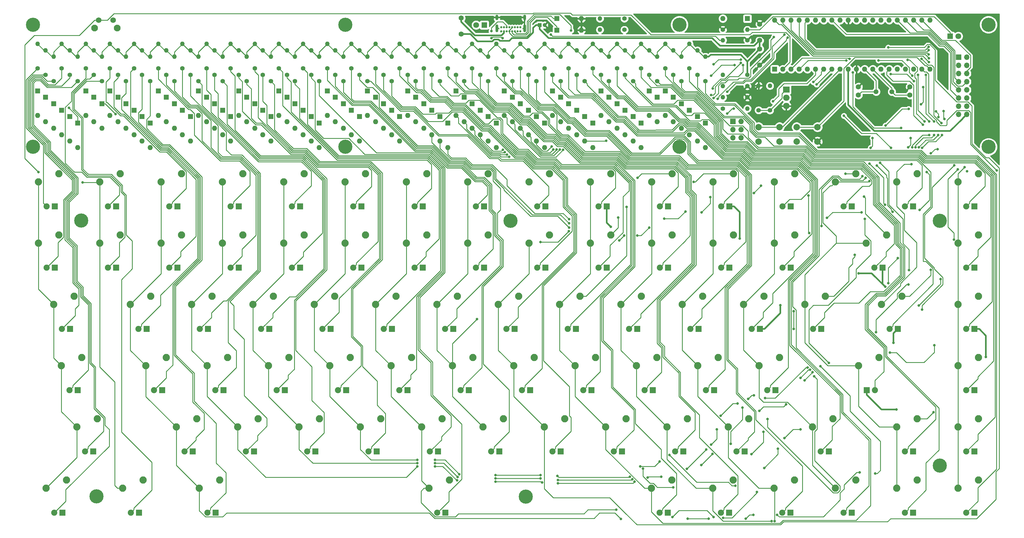
<source format=gbr>
G04 #@! TF.GenerationSoftware,KiCad,Pcbnew,(5.1.5)-3*
G04 #@! TF.CreationDate,2021-09-09T22:56:08-04:00*
G04 #@! TF.ProjectId,main_pcb,6d61696e-5f70-4636-922e-6b696361645f,0*
G04 #@! TF.SameCoordinates,Original*
G04 #@! TF.FileFunction,Copper,L2,Bot*
G04 #@! TF.FilePolarity,Positive*
%FSLAX46Y46*%
G04 Gerber Fmt 4.6, Leading zero omitted, Abs format (unit mm)*
G04 Created by KiCad (PCBNEW (5.1.5)-3) date 2021-09-09 22:56:08*
%MOMM*%
%LPD*%
G04 APERTURE LIST*
%ADD10O,2.000000X1.905000*%
%ADD11R,2.000000X1.905000*%
%ADD12R,1.905000X1.905000*%
%ADD13C,1.905000*%
%ADD14C,2.250000*%
%ADD15R,1.700000X1.700000*%
%ADD16O,1.700000X1.700000*%
%ADD17O,1.600000X1.600000*%
%ADD18R,1.600000X1.600000*%
%ADD19C,4.400000*%
%ADD20C,0.650000*%
%ADD21O,0.900000X2.400000*%
%ADD22O,0.900000X1.700000*%
%ADD23C,1.500000*%
%ADD24C,2.100000*%
%ADD25C,1.750000*%
%ADD26C,2.000000*%
%ADD27C,1.400000*%
%ADD28O,1.400000X1.400000*%
%ADD29C,1.600000*%
%ADD30R,1.800000X1.800000*%
%ADD31C,1.800000*%
%ADD32C,1.200000*%
%ADD33R,1.200000X1.200000*%
%ADD34C,0.800000*%
%ADD35C,0.500000*%
%ADD36C,0.250000*%
%ADD37C,0.254000*%
G04 APERTURE END LIST*
D10*
X297500000Y-88480000D03*
X297500000Y-85940000D03*
D11*
X297500000Y-83400000D03*
D12*
X260770000Y-119730000D03*
D13*
X258230000Y-119730000D03*
D14*
X255690000Y-112110000D03*
X262040000Y-109570000D03*
D15*
X351020000Y-73325000D03*
D16*
X353560000Y-73325000D03*
X351020000Y-75865000D03*
X353560000Y-75865000D03*
X351020000Y-78405000D03*
X353560000Y-78405000D03*
X351020000Y-80945000D03*
X353560000Y-80945000D03*
X351020000Y-83485000D03*
X353560000Y-83485000D03*
X351020000Y-86025000D03*
X353560000Y-86025000D03*
X351020000Y-88565000D03*
X353560000Y-88565000D03*
X351020000Y-91105000D03*
X353560000Y-91105000D03*
D12*
X279820000Y-119730000D03*
D13*
X277280000Y-119730000D03*
D14*
X274740000Y-112110000D03*
X281090000Y-109570000D03*
D12*
X203620000Y-119730000D03*
D13*
X201080000Y-119730000D03*
D14*
X198540000Y-112110000D03*
X204890000Y-109570000D03*
D12*
X251220000Y-157830000D03*
D13*
X248680000Y-157830000D03*
D14*
X246140000Y-150210000D03*
X252490000Y-147670000D03*
D12*
X222670000Y-119730000D03*
D13*
X220130000Y-119730000D03*
D14*
X217590000Y-112110000D03*
X223940000Y-109570000D03*
D12*
X241720000Y-119730000D03*
D13*
X239180000Y-119730000D03*
D14*
X236640000Y-112110000D03*
X242990000Y-109570000D03*
D17*
X222400000Y-101420000D03*
D18*
X222400000Y-93800000D03*
D19*
X160500000Y-101200000D03*
D12*
X146470000Y-119730000D03*
D13*
X143930000Y-119730000D03*
D14*
X141390000Y-112110000D03*
X147740000Y-109570000D03*
D17*
X152400000Y-101420000D03*
D18*
X152400000Y-93800000D03*
D17*
X293900000Y-61810000D03*
X342160000Y-77050000D03*
X296440000Y-61810000D03*
X339620000Y-77050000D03*
X298980000Y-61810000D03*
X337080000Y-77050000D03*
X301520000Y-61810000D03*
X334540000Y-77050000D03*
X304060000Y-61810000D03*
X332000000Y-77050000D03*
X306600000Y-61810000D03*
X329460000Y-77050000D03*
X309140000Y-61810000D03*
X326920000Y-77050000D03*
X311680000Y-61810000D03*
X324380000Y-77050000D03*
X314220000Y-61810000D03*
X321840000Y-77050000D03*
X316760000Y-61810000D03*
X319300000Y-77050000D03*
X319300000Y-61810000D03*
X316760000Y-77050000D03*
X321840000Y-61810000D03*
X314220000Y-77050000D03*
X324380000Y-61810000D03*
X311680000Y-77050000D03*
X326920000Y-61810000D03*
X309140000Y-77050000D03*
X329460000Y-61810000D03*
X306600000Y-77050000D03*
X332000000Y-61810000D03*
X304060000Y-77050000D03*
X334540000Y-61810000D03*
X301520000Y-77050000D03*
X337080000Y-61810000D03*
X298980000Y-77050000D03*
X339620000Y-61810000D03*
X296440000Y-77050000D03*
X342160000Y-61810000D03*
D18*
X293900000Y-77050000D03*
D17*
X97400000Y-99420000D03*
D18*
X97400000Y-91800000D03*
D19*
X216600000Y-209992000D03*
X211800000Y-124192000D03*
X78500000Y-124100000D03*
X345200000Y-124192000D03*
X345200000Y-200292000D03*
X83200000Y-209892000D03*
X264300000Y-101200000D03*
X264300000Y-63200000D03*
X160500000Y-63200000D03*
D20*
X213175000Y-65300000D03*
X214875000Y-65300000D03*
X214025000Y-65300000D03*
X212325000Y-65300000D03*
X211475000Y-65300000D03*
X210625000Y-65300000D03*
X209775000Y-65300000D03*
X208925000Y-65300000D03*
X214875000Y-63975000D03*
X214020000Y-63975000D03*
X213170000Y-63975000D03*
X212320000Y-63975000D03*
X211470000Y-63975000D03*
X210620000Y-63975000D03*
X209770000Y-63975000D03*
X208920000Y-63975000D03*
D21*
X216225000Y-64320000D03*
X207575000Y-64320000D03*
D22*
X216225000Y-60940000D03*
X207575000Y-60940000D03*
D19*
X63500000Y-101200000D03*
X360300000Y-101200000D03*
X360300000Y-63200000D03*
X63500000Y-63200000D03*
D23*
X330280000Y-84050000D03*
X325400000Y-84050000D03*
D24*
X82650000Y-64290000D03*
D25*
X83900000Y-61800000D03*
X88400000Y-61800000D03*
D24*
X89660000Y-64290000D03*
D26*
X307200000Y-95050000D03*
X307200000Y-99550000D03*
X300700000Y-95050000D03*
X300700000Y-99550000D03*
X295400000Y-95050000D03*
X295400000Y-99550000D03*
X288900000Y-95050000D03*
X288900000Y-99550000D03*
D27*
X272400000Y-80800000D03*
D28*
X272400000Y-73180000D03*
D27*
X252400000Y-76800000D03*
D28*
X252400000Y-69180000D03*
D27*
X237400000Y-76800000D03*
D28*
X237400000Y-69180000D03*
D27*
X222400000Y-76800000D03*
D28*
X222400000Y-69180000D03*
D27*
X207400000Y-76800000D03*
D28*
X207400000Y-69180000D03*
D27*
X192400000Y-76800000D03*
D28*
X192400000Y-69180000D03*
D27*
X152400000Y-80800000D03*
D28*
X152400000Y-73180000D03*
D27*
X99900000Y-80800000D03*
D28*
X99900000Y-73180000D03*
D27*
X84900000Y-80800000D03*
D28*
X84900000Y-73180000D03*
D27*
X77400000Y-80800000D03*
D28*
X77400000Y-73180000D03*
D27*
X269900000Y-78800000D03*
D28*
X269900000Y-71180000D03*
D27*
X249900000Y-80800000D03*
D28*
X249900000Y-73180000D03*
D27*
X234900000Y-80800000D03*
D28*
X234900000Y-73180000D03*
D27*
X219900000Y-80800000D03*
D28*
X219900000Y-73180000D03*
D27*
X204900000Y-80800000D03*
D28*
X204900000Y-73180000D03*
D27*
X189900000Y-80800000D03*
D28*
X189900000Y-73180000D03*
D27*
X177400000Y-76800000D03*
D28*
X177400000Y-69180000D03*
D27*
X164900000Y-78800000D03*
D28*
X164900000Y-71180000D03*
D27*
X149900000Y-78800000D03*
D28*
X149900000Y-71180000D03*
D27*
X137400000Y-80800000D03*
D28*
X137400000Y-73180000D03*
D27*
X124900000Y-76800000D03*
D28*
X124900000Y-69180000D03*
D27*
X112400000Y-78800000D03*
D28*
X112400000Y-71180000D03*
D27*
X97400000Y-78800000D03*
D28*
X97400000Y-71180000D03*
D27*
X74900000Y-78800000D03*
D28*
X74900000Y-71180000D03*
D27*
X267400000Y-76800000D03*
D28*
X267400000Y-69180000D03*
D27*
X247400000Y-78800000D03*
D28*
X247400000Y-71180000D03*
D27*
X232400000Y-78800000D03*
D28*
X232400000Y-71180000D03*
D27*
X217400000Y-78800000D03*
D28*
X217400000Y-71180000D03*
D27*
X202400000Y-78800000D03*
D28*
X202400000Y-71180000D03*
D27*
X187400000Y-78800000D03*
D28*
X187400000Y-71180000D03*
D27*
X174900000Y-80800000D03*
D28*
X174900000Y-73180000D03*
D27*
X162400000Y-76800000D03*
D28*
X162400000Y-69180000D03*
D27*
X147400000Y-76800000D03*
D28*
X147400000Y-69180000D03*
D27*
X134900000Y-78800000D03*
D28*
X134900000Y-71180000D03*
D27*
X122400000Y-80800000D03*
D28*
X122400000Y-73180000D03*
D27*
X109900000Y-76800000D03*
D28*
X109900000Y-69180000D03*
D27*
X94900000Y-76800000D03*
D28*
X94900000Y-69180000D03*
D27*
X72400000Y-76800000D03*
D28*
X72400000Y-69180000D03*
D27*
X264900000Y-80800000D03*
D28*
X264900000Y-73180000D03*
D27*
X257400000Y-80800000D03*
D28*
X257400000Y-73180000D03*
D27*
X244900000Y-76800000D03*
D28*
X244900000Y-69180000D03*
D27*
X229900000Y-76800000D03*
D28*
X229900000Y-69180000D03*
D27*
X214900000Y-76800000D03*
D28*
X214900000Y-69180000D03*
D27*
X199900000Y-76800000D03*
D28*
X199900000Y-69180000D03*
D27*
X184900000Y-76800000D03*
D28*
X184900000Y-69180000D03*
D27*
X172400000Y-78800000D03*
D28*
X172400000Y-71180000D03*
D27*
X159900000Y-80800000D03*
D28*
X159900000Y-73180000D03*
D27*
X144900000Y-80800000D03*
D28*
X144900000Y-73180000D03*
D27*
X132400000Y-76800000D03*
D28*
X132400000Y-69180000D03*
D27*
X119900000Y-78800000D03*
D28*
X119900000Y-71180000D03*
D27*
X107400000Y-80800000D03*
D28*
X107400000Y-73180000D03*
D27*
X92400000Y-80800000D03*
D28*
X92400000Y-73180000D03*
D27*
X82400000Y-78800000D03*
D28*
X82400000Y-71180000D03*
D27*
X69900000Y-80800000D03*
D28*
X69900000Y-73180000D03*
D27*
X262400000Y-78800000D03*
D28*
X262400000Y-71180000D03*
D27*
X242400000Y-80800000D03*
D28*
X242400000Y-73180000D03*
D27*
X227400000Y-80800000D03*
D28*
X227400000Y-73180000D03*
D27*
X212400000Y-80800000D03*
D28*
X212400000Y-73180000D03*
D27*
X197400000Y-80800000D03*
D28*
X197400000Y-73180000D03*
D27*
X182400000Y-80800000D03*
D28*
X182400000Y-73180000D03*
D27*
X169900000Y-76800000D03*
D28*
X169900000Y-69180000D03*
D27*
X157400000Y-78800000D03*
D28*
X157400000Y-71180000D03*
D27*
X142400000Y-78800000D03*
D28*
X142400000Y-71180000D03*
D27*
X129900000Y-80800000D03*
D28*
X129900000Y-73180000D03*
D27*
X117400000Y-76800000D03*
D28*
X117400000Y-69180000D03*
D27*
X104900000Y-78800000D03*
D28*
X104900000Y-71180000D03*
D27*
X89900000Y-78800000D03*
D28*
X89900000Y-71180000D03*
D27*
X79900000Y-76800000D03*
D28*
X79900000Y-69180000D03*
D27*
X67400000Y-78800000D03*
D28*
X67400000Y-71180000D03*
D27*
X259900000Y-76800000D03*
D28*
X259900000Y-69180000D03*
D27*
X254900000Y-78800000D03*
D28*
X254900000Y-71180000D03*
D27*
X239900000Y-78800000D03*
D28*
X239900000Y-71180000D03*
D27*
X224900000Y-78800000D03*
D28*
X224900000Y-71180000D03*
D27*
X209900000Y-78800000D03*
D28*
X209900000Y-71180000D03*
D27*
X194900000Y-78800000D03*
D28*
X194900000Y-71180000D03*
D27*
X179900000Y-78800000D03*
D28*
X179900000Y-71180000D03*
D27*
X167400000Y-80800000D03*
D28*
X167400000Y-73180000D03*
D27*
X154900000Y-76800000D03*
D28*
X154900000Y-69180000D03*
D27*
X139900000Y-76800000D03*
D28*
X139900000Y-69180000D03*
D27*
X127400000Y-78800000D03*
D28*
X127400000Y-71180000D03*
D27*
X114900000Y-80800000D03*
D28*
X114900000Y-73180000D03*
D27*
X102400000Y-76800000D03*
D28*
X102400000Y-69180000D03*
D27*
X87400000Y-76800000D03*
D28*
X87400000Y-69180000D03*
D27*
X64900000Y-76800000D03*
D28*
X64900000Y-69180000D03*
X285400000Y-89300000D03*
D27*
X277780000Y-89300000D03*
D28*
X277780000Y-68050000D03*
D27*
X285400000Y-68050000D03*
D28*
X239580000Y-61300000D03*
D27*
X247200000Y-61300000D03*
D28*
X239580000Y-64800000D03*
D27*
X247200000Y-64800000D03*
D28*
X285400000Y-64800000D03*
D27*
X277780000Y-64800000D03*
D28*
X277780000Y-85800000D03*
D27*
X285400000Y-85800000D03*
D28*
X277780000Y-78800000D03*
D27*
X285400000Y-78800000D03*
D28*
X277780000Y-82300000D03*
D27*
X285400000Y-82300000D03*
X288900000Y-89800000D03*
D28*
X288900000Y-82180000D03*
X292400000Y-82230000D03*
D27*
X292400000Y-89850000D03*
D12*
X355970000Y-214980000D03*
D13*
X353430000Y-214980000D03*
D14*
X350890000Y-207360000D03*
X357240000Y-204820000D03*
D12*
X336920000Y-214980000D03*
D13*
X334380000Y-214980000D03*
D14*
X331840000Y-207360000D03*
X338190000Y-204820000D03*
D12*
X317820000Y-214980000D03*
D13*
X315280000Y-214980000D03*
D14*
X312740000Y-207360000D03*
X319090000Y-204820000D03*
D12*
X298820000Y-214980000D03*
D13*
X296280000Y-214980000D03*
D14*
X293740000Y-207360000D03*
X300090000Y-204820000D03*
D12*
X279720000Y-214980000D03*
D13*
X277180000Y-214980000D03*
D14*
X274640000Y-207360000D03*
X280990000Y-204820000D03*
D12*
X260670000Y-214980000D03*
D13*
X258130000Y-214980000D03*
D14*
X255590000Y-207360000D03*
X261940000Y-204820000D03*
D12*
X191620000Y-214980000D03*
D13*
X189080000Y-214980000D03*
D14*
X186540000Y-207360000D03*
X192890000Y-204820000D03*
D12*
X120220000Y-214980000D03*
D13*
X117680000Y-214980000D03*
D14*
X115140000Y-207360000D03*
X121490000Y-204820000D03*
D12*
X96420000Y-214980000D03*
D13*
X93880000Y-214980000D03*
D14*
X91340000Y-207360000D03*
X97690000Y-204820000D03*
D12*
X72620000Y-214980000D03*
D13*
X70080000Y-214980000D03*
D14*
X67540000Y-207360000D03*
X73890000Y-204820000D03*
D12*
X355970000Y-195930000D03*
D13*
X353430000Y-195930000D03*
D14*
X350890000Y-188310000D03*
X357240000Y-185770000D03*
D12*
X336920000Y-195930000D03*
D13*
X334380000Y-195930000D03*
D14*
X331840000Y-188310000D03*
X338190000Y-185770000D03*
D12*
X310720000Y-195930000D03*
D13*
X308180000Y-195930000D03*
D14*
X305640000Y-188310000D03*
X311990000Y-185770000D03*
D12*
X284570000Y-195930000D03*
D13*
X282030000Y-195930000D03*
D14*
X279490000Y-188310000D03*
X285840000Y-185770000D03*
D12*
X265520000Y-195930000D03*
D13*
X262980000Y-195930000D03*
D14*
X260440000Y-188310000D03*
X266790000Y-185770000D03*
D12*
X246470000Y-195930000D03*
D13*
X243930000Y-195930000D03*
D14*
X241390000Y-188310000D03*
X247740000Y-185770000D03*
D12*
X227420000Y-195930000D03*
D13*
X224880000Y-195930000D03*
D14*
X222340000Y-188310000D03*
X228690000Y-185770000D03*
D12*
X208370000Y-195930000D03*
D13*
X205830000Y-195930000D03*
D14*
X203290000Y-188310000D03*
X209640000Y-185770000D03*
D12*
X189320000Y-195930000D03*
D13*
X186780000Y-195930000D03*
D14*
X184240000Y-188310000D03*
X190590000Y-185770000D03*
D12*
X170270000Y-195930000D03*
D13*
X167730000Y-195930000D03*
D14*
X165190000Y-188310000D03*
X171540000Y-185770000D03*
D12*
X151220000Y-195930000D03*
D13*
X148680000Y-195930000D03*
D14*
X146140000Y-188310000D03*
X152490000Y-185770000D03*
D12*
X132170000Y-195930000D03*
D13*
X129630000Y-195930000D03*
D14*
X127090000Y-188310000D03*
X133440000Y-185770000D03*
D12*
X113070000Y-195930000D03*
D13*
X110530000Y-195930000D03*
D14*
X107990000Y-188310000D03*
X114340000Y-185770000D03*
D12*
X82170000Y-195930000D03*
D13*
X79630000Y-195930000D03*
D14*
X77090000Y-188310000D03*
X83440000Y-185770000D03*
D12*
X355970000Y-176880000D03*
D13*
X353430000Y-176880000D03*
D14*
X350890000Y-169260000D03*
X357240000Y-166720000D03*
D12*
X322530000Y-176880000D03*
D13*
X325070000Y-176880000D03*
D14*
X319990000Y-169260000D03*
X326340000Y-166720000D03*
D12*
X294120000Y-176880000D03*
D13*
X291580000Y-176880000D03*
D14*
X289040000Y-169260000D03*
X295390000Y-166720000D03*
D12*
X275070000Y-176880000D03*
D13*
X272530000Y-176880000D03*
D14*
X269990000Y-169260000D03*
X276340000Y-166720000D03*
D12*
X256020000Y-176880000D03*
D13*
X253480000Y-176880000D03*
D14*
X250940000Y-169260000D03*
X257290000Y-166720000D03*
D12*
X236970000Y-176880000D03*
D13*
X234430000Y-176880000D03*
D14*
X231890000Y-169260000D03*
X238240000Y-166720000D03*
D12*
X217920000Y-176880000D03*
D13*
X215380000Y-176880000D03*
D14*
X212840000Y-169260000D03*
X219190000Y-166720000D03*
D12*
X198870000Y-176880000D03*
D13*
X196330000Y-176880000D03*
D14*
X193790000Y-169260000D03*
X200140000Y-166720000D03*
D12*
X179820000Y-176880000D03*
D13*
X177280000Y-176880000D03*
D14*
X174740000Y-169260000D03*
X181090000Y-166720000D03*
D12*
X160770000Y-176880000D03*
D13*
X158230000Y-176880000D03*
D14*
X155690000Y-169260000D03*
X162040000Y-166720000D03*
D12*
X141720000Y-176880000D03*
D13*
X139180000Y-176880000D03*
D14*
X136640000Y-169260000D03*
X142990000Y-166720000D03*
D12*
X122670000Y-176880000D03*
D13*
X120130000Y-176880000D03*
D14*
X117590000Y-169260000D03*
X123940000Y-166720000D03*
D12*
X103620000Y-176880000D03*
D13*
X101080000Y-176880000D03*
D14*
X98540000Y-169260000D03*
X104890000Y-166720000D03*
D12*
X77420000Y-176880000D03*
D13*
X74880000Y-176880000D03*
D14*
X72340000Y-169260000D03*
X78690000Y-166720000D03*
D12*
X355970000Y-157830000D03*
D13*
X353430000Y-157830000D03*
D14*
X350890000Y-150210000D03*
X357240000Y-147670000D03*
D12*
X332170000Y-157830000D03*
D13*
X329630000Y-157830000D03*
D14*
X327090000Y-150210000D03*
X333440000Y-147670000D03*
D12*
X308320000Y-157830000D03*
D13*
X305780000Y-157830000D03*
D14*
X303240000Y-150210000D03*
X309590000Y-147670000D03*
D12*
X289270000Y-157830000D03*
D13*
X286730000Y-157830000D03*
D14*
X284190000Y-150210000D03*
X290540000Y-147670000D03*
D12*
X270220000Y-157830000D03*
D13*
X267680000Y-157830000D03*
D14*
X265140000Y-150210000D03*
X271490000Y-147670000D03*
D12*
X232170000Y-157830000D03*
D13*
X229630000Y-157830000D03*
D14*
X227090000Y-150210000D03*
X233440000Y-147670000D03*
D12*
X213120000Y-157830000D03*
D13*
X210580000Y-157830000D03*
D14*
X208040000Y-150210000D03*
X214390000Y-147670000D03*
D12*
X194070000Y-157830000D03*
D13*
X191530000Y-157830000D03*
D14*
X188990000Y-150210000D03*
X195340000Y-147670000D03*
D12*
X175020000Y-157830000D03*
D13*
X172480000Y-157830000D03*
D14*
X169940000Y-150210000D03*
X176290000Y-147670000D03*
D12*
X155970000Y-157830000D03*
D13*
X153430000Y-157830000D03*
D14*
X150890000Y-150210000D03*
X157240000Y-147670000D03*
D12*
X136920000Y-157830000D03*
D13*
X134380000Y-157830000D03*
D14*
X131840000Y-150210000D03*
X138190000Y-147670000D03*
D12*
X117870000Y-157830000D03*
D13*
X115330000Y-157830000D03*
D14*
X112790000Y-150210000D03*
X119140000Y-147670000D03*
D12*
X98820000Y-157830000D03*
D13*
X96280000Y-157830000D03*
D14*
X93740000Y-150210000D03*
X100090000Y-147670000D03*
D12*
X89320000Y-138780000D03*
D13*
X86780000Y-138780000D03*
D14*
X84240000Y-131160000D03*
X90590000Y-128620000D03*
D12*
X75020000Y-157830000D03*
D13*
X72480000Y-157830000D03*
D14*
X69940000Y-150210000D03*
X76290000Y-147670000D03*
D12*
X355970000Y-138780000D03*
D13*
X353430000Y-138780000D03*
D14*
X350890000Y-131160000D03*
X357240000Y-128620000D03*
D12*
X327420000Y-138780000D03*
D13*
X324880000Y-138780000D03*
D14*
X322340000Y-131160000D03*
X328690000Y-128620000D03*
D12*
X298870000Y-138780000D03*
D13*
X296330000Y-138780000D03*
D14*
X293790000Y-131160000D03*
X300140000Y-128620000D03*
D12*
X279820000Y-138780000D03*
D13*
X277280000Y-138780000D03*
D14*
X274740000Y-131160000D03*
X281090000Y-128620000D03*
D12*
X260770000Y-138780000D03*
D13*
X258230000Y-138780000D03*
D14*
X255690000Y-131160000D03*
X262040000Y-128620000D03*
D12*
X241720000Y-138780000D03*
D13*
X239180000Y-138780000D03*
D14*
X236640000Y-131160000D03*
X242990000Y-128620000D03*
D12*
X222670000Y-138780000D03*
D13*
X220130000Y-138780000D03*
D14*
X217590000Y-131160000D03*
X223940000Y-128620000D03*
D12*
X203620000Y-138780000D03*
D13*
X201080000Y-138780000D03*
D14*
X198540000Y-131160000D03*
X204890000Y-128620000D03*
D12*
X184570000Y-138780000D03*
D13*
X182030000Y-138780000D03*
D14*
X179490000Y-131160000D03*
X185840000Y-128620000D03*
D12*
X165520000Y-138780000D03*
D13*
X162980000Y-138780000D03*
D14*
X160440000Y-131160000D03*
X166790000Y-128620000D03*
D12*
X146470000Y-138780000D03*
D13*
X143930000Y-138780000D03*
D14*
X141390000Y-131160000D03*
X147740000Y-128620000D03*
D12*
X127420000Y-138780000D03*
D13*
X124880000Y-138780000D03*
D14*
X122340000Y-131160000D03*
X128690000Y-128620000D03*
D12*
X108370000Y-138780000D03*
D13*
X105830000Y-138780000D03*
D14*
X103290000Y-131160000D03*
X109640000Y-128620000D03*
D12*
X89320000Y-119730000D03*
D13*
X86780000Y-119730000D03*
D14*
X84240000Y-112110000D03*
X90590000Y-109570000D03*
D12*
X70270000Y-138780000D03*
D13*
X67730000Y-138780000D03*
D14*
X65190000Y-131160000D03*
X71540000Y-128620000D03*
D12*
X355970000Y-119730000D03*
D13*
X353430000Y-119730000D03*
D14*
X350890000Y-112110000D03*
X357240000Y-109570000D03*
D12*
X336920000Y-119730000D03*
D13*
X334380000Y-119730000D03*
D14*
X331840000Y-112110000D03*
X338190000Y-109570000D03*
D12*
X317870000Y-119730000D03*
D13*
X315330000Y-119730000D03*
D14*
X312790000Y-112110000D03*
X319140000Y-109570000D03*
D12*
X298870000Y-119730000D03*
D13*
X296330000Y-119730000D03*
D14*
X293790000Y-112110000D03*
X300140000Y-109570000D03*
D12*
X184570000Y-119730000D03*
D13*
X182030000Y-119730000D03*
D14*
X179490000Y-112110000D03*
X185840000Y-109570000D03*
D12*
X165520000Y-119730000D03*
D13*
X162980000Y-119730000D03*
D14*
X160440000Y-112110000D03*
X166790000Y-109570000D03*
D12*
X127420000Y-119730000D03*
D13*
X124880000Y-119730000D03*
D14*
X122340000Y-112110000D03*
X128690000Y-109570000D03*
D12*
X108370000Y-119730000D03*
D13*
X105830000Y-119730000D03*
D14*
X103290000Y-112110000D03*
X109640000Y-109570000D03*
D12*
X70270000Y-119730000D03*
D13*
X67730000Y-119730000D03*
D14*
X65190000Y-112110000D03*
X71540000Y-109570000D03*
D16*
X283440000Y-98380000D03*
X280900000Y-98380000D03*
X283440000Y-95840000D03*
X280900000Y-95840000D03*
X283440000Y-93300000D03*
D15*
X280900000Y-93300000D03*
D29*
X196500000Y-61150000D03*
X196500000Y-66150000D03*
D17*
X272400000Y-101420000D03*
D18*
X272400000Y-93800000D03*
D17*
X252400000Y-101420000D03*
D18*
X252400000Y-93800000D03*
D17*
X237400000Y-101420000D03*
D18*
X237400000Y-93800000D03*
D17*
X207400000Y-101420000D03*
D18*
X207400000Y-93800000D03*
D17*
X192400000Y-101420000D03*
D18*
X192400000Y-93800000D03*
D17*
X99900000Y-101420000D03*
D18*
X99900000Y-93800000D03*
D17*
X84900000Y-95420000D03*
D18*
X84900000Y-87800000D03*
D17*
X77400000Y-101420000D03*
D18*
X77400000Y-93800000D03*
X269900000Y-91800000D03*
D17*
X269900000Y-99420000D03*
X249900000Y-99420000D03*
D18*
X249900000Y-91800000D03*
D17*
X234900000Y-99420000D03*
D18*
X234900000Y-91800000D03*
D17*
X219900000Y-99420000D03*
D18*
X219900000Y-91800000D03*
D17*
X204900000Y-99420000D03*
D18*
X204900000Y-91800000D03*
D17*
X189900000Y-99420000D03*
D18*
X189900000Y-91800000D03*
D17*
X177400000Y-99420000D03*
D18*
X177400000Y-91800000D03*
D17*
X164900000Y-99420000D03*
D18*
X164900000Y-91800000D03*
D17*
X149900000Y-99420000D03*
D18*
X149900000Y-91800000D03*
D17*
X137400000Y-99420000D03*
D18*
X137400000Y-91800000D03*
D17*
X124900000Y-99420000D03*
D18*
X124900000Y-91800000D03*
D17*
X112400000Y-99420000D03*
D18*
X112400000Y-91800000D03*
D17*
X74900000Y-99420000D03*
D18*
X74900000Y-91800000D03*
X267400000Y-89800000D03*
D17*
X267400000Y-97420000D03*
X247400000Y-97420000D03*
D18*
X247400000Y-89800000D03*
D17*
X232400000Y-97420000D03*
D18*
X232400000Y-89800000D03*
D17*
X217400000Y-97420000D03*
D18*
X217400000Y-89800000D03*
D17*
X202400000Y-97420000D03*
D18*
X202400000Y-89800000D03*
D17*
X187400000Y-97420000D03*
D18*
X187400000Y-89800000D03*
D17*
X174900000Y-97420000D03*
D18*
X174900000Y-89800000D03*
D17*
X162400000Y-97420000D03*
D18*
X162400000Y-89800000D03*
D17*
X147400000Y-97420000D03*
D18*
X147400000Y-89800000D03*
D17*
X134900000Y-97420000D03*
D18*
X134900000Y-89800000D03*
D17*
X122400000Y-97420000D03*
D18*
X122400000Y-89800000D03*
D17*
X109900000Y-97420000D03*
D18*
X109900000Y-89800000D03*
D17*
X94900000Y-97420000D03*
D18*
X94900000Y-89800000D03*
D17*
X72400000Y-97420000D03*
D18*
X72400000Y-89800000D03*
D17*
X264900000Y-95420000D03*
D18*
X264900000Y-87800000D03*
D17*
X257400000Y-93420000D03*
D18*
X257400000Y-85800000D03*
D17*
X244900000Y-95420000D03*
D18*
X244900000Y-87800000D03*
D17*
X229900000Y-95420000D03*
D18*
X229900000Y-87800000D03*
D17*
X214900000Y-95420000D03*
D18*
X214900000Y-87800000D03*
D17*
X199900000Y-95420000D03*
D18*
X199900000Y-87800000D03*
D17*
X184900000Y-95420000D03*
D18*
X184900000Y-87800000D03*
D17*
X172400000Y-95420000D03*
D18*
X172400000Y-87800000D03*
D17*
X159900000Y-95420000D03*
D18*
X159900000Y-87800000D03*
D17*
X144900000Y-95420000D03*
D18*
X144900000Y-87800000D03*
D17*
X132400000Y-95420000D03*
D18*
X132400000Y-87800000D03*
D17*
X119900000Y-95420000D03*
D18*
X119900000Y-87800000D03*
D17*
X107400000Y-95420000D03*
D18*
X107400000Y-87800000D03*
D17*
X92400000Y-95420000D03*
D18*
X92400000Y-87800000D03*
D17*
X82400000Y-93420000D03*
D18*
X82400000Y-85800000D03*
D17*
X69900000Y-95420000D03*
D18*
X69900000Y-87800000D03*
D17*
X262400000Y-93420000D03*
D18*
X262400000Y-85800000D03*
D17*
X242400000Y-93420000D03*
D18*
X242400000Y-85800000D03*
D17*
X227400000Y-93420000D03*
D18*
X227400000Y-85800000D03*
D17*
X212400000Y-93420000D03*
D18*
X212400000Y-85800000D03*
D17*
X197400000Y-93420000D03*
D18*
X197400000Y-85800000D03*
D17*
X182400000Y-93420000D03*
D18*
X182400000Y-85800000D03*
D17*
X169900000Y-93420000D03*
D18*
X169900000Y-85800000D03*
D17*
X157400000Y-93420000D03*
D18*
X157400000Y-85800000D03*
D17*
X142400000Y-93420000D03*
D18*
X142400000Y-85800000D03*
D17*
X129900000Y-93420000D03*
D18*
X129900000Y-85800000D03*
D17*
X117400000Y-93420000D03*
D18*
X117400000Y-85800000D03*
D17*
X104900000Y-93420000D03*
D18*
X104900000Y-85800000D03*
D17*
X89900000Y-93420000D03*
D18*
X89900000Y-85800000D03*
D17*
X79900000Y-91420000D03*
D18*
X79900000Y-83800000D03*
D17*
X67400000Y-93420000D03*
D18*
X67400000Y-85800000D03*
D17*
X259900000Y-91420000D03*
D18*
X259900000Y-83800000D03*
D17*
X254900000Y-91420000D03*
D18*
X254900000Y-83800000D03*
D17*
X239900000Y-91420000D03*
D18*
X239900000Y-83800000D03*
D17*
X224900000Y-91420000D03*
D18*
X224900000Y-83800000D03*
D17*
X209900000Y-91420000D03*
D18*
X209900000Y-83800000D03*
D17*
X194900000Y-91420000D03*
D18*
X194900000Y-83800000D03*
D17*
X179900000Y-91420000D03*
D18*
X179900000Y-83800000D03*
D17*
X167400000Y-91420000D03*
D18*
X167400000Y-83800000D03*
D17*
X154900000Y-91420000D03*
D18*
X154900000Y-83800000D03*
D17*
X139900000Y-91420000D03*
D18*
X139900000Y-83800000D03*
D17*
X127400000Y-91420000D03*
D18*
X127400000Y-83800000D03*
D17*
X114900000Y-91420000D03*
D18*
X114900000Y-83800000D03*
D17*
X102400000Y-91420000D03*
D18*
X102400000Y-83800000D03*
D17*
X87400000Y-91420000D03*
D18*
X87400000Y-83800000D03*
D17*
X64900000Y-91420000D03*
D18*
X64900000Y-83800000D03*
D17*
X277780000Y-61300000D03*
D18*
X285400000Y-61300000D03*
D30*
X203690000Y-63300000D03*
D31*
X201150000Y-63300000D03*
D17*
X233870000Y-64900000D03*
D18*
X226250000Y-64900000D03*
D17*
X233870000Y-61300000D03*
D18*
X226250000Y-61300000D03*
D31*
X350940000Y-66800000D03*
D30*
X348400000Y-66800000D03*
D29*
X319900000Y-82550000D03*
X319900000Y-85050000D03*
X335900000Y-82550000D03*
X335900000Y-85050000D03*
X289250000Y-75800000D03*
X289250000Y-70800000D03*
X289250000Y-63050000D03*
X289250000Y-68050000D03*
D32*
X222400000Y-63300000D03*
D33*
X220900000Y-63300000D03*
D34*
X320500000Y-68800000D03*
X320500000Y-64800000D03*
X301100000Y-91600000D03*
X298500000Y-94200000D03*
X323500000Y-92400000D03*
X323100000Y-89000000D03*
X299900000Y-72200000D03*
X299900000Y-69400000D03*
X291700000Y-69400000D03*
X289100000Y-73200000D03*
X306300000Y-69400000D03*
X345500000Y-78400000D03*
X252650000Y-65050000D03*
X255650000Y-65050000D03*
X274650000Y-71300000D03*
X279650000Y-71300000D03*
X224400000Y-66300000D03*
X274900000Y-75550000D03*
X283400000Y-74050000D03*
X341800000Y-74850000D03*
X251300000Y-110824990D03*
X211431272Y-104305459D03*
X268700000Y-112100000D03*
X228152152Y-102116318D03*
X315900000Y-109550000D03*
X283400000Y-75050000D03*
X274650000Y-83050000D03*
X341800000Y-73650000D03*
X245300000Y-123200000D03*
X210724164Y-103598351D03*
X227154238Y-102051738D03*
X321650000Y-116650000D03*
X274150000Y-85050000D03*
X284061586Y-75799871D03*
X341750000Y-72450000D03*
X247925000Y-119900000D03*
X210026094Y-102882320D03*
X226150003Y-101994887D03*
X318800000Y-134800000D03*
X342350000Y-139400000D03*
X293650000Y-67050000D03*
X274900000Y-86050000D03*
X341750000Y-71150000D03*
X230000000Y-126300000D03*
X209430899Y-102078736D03*
X225150000Y-101994887D03*
X329700000Y-165150000D03*
X343450000Y-162850000D03*
X296900000Y-66300000D03*
X276150000Y-86300000D03*
X341750000Y-70100000D03*
X230000000Y-125000000D03*
X224650000Y-101050000D03*
X304649847Y-128024847D03*
X304400000Y-116300000D03*
X299800000Y-152300000D03*
X299800000Y-157800000D03*
X241512653Y-99287347D03*
X343200000Y-183750000D03*
X297900000Y-67200000D03*
X279150000Y-84050000D03*
X74650000Y-89075000D03*
X89150000Y-91050000D03*
X230000000Y-123700000D03*
X344534451Y-101916125D03*
X342400000Y-103224954D03*
X341150000Y-109050000D03*
X338900000Y-120800000D03*
X332175000Y-135800000D03*
X329150000Y-143625000D03*
X306150000Y-172550000D03*
X291650000Y-185800000D03*
X290400000Y-189800000D03*
X286650000Y-196800000D03*
X281650000Y-206550000D03*
X261165000Y-197050000D03*
X258150000Y-199050000D03*
X252150000Y-200550000D03*
X248891996Y-203808004D03*
X226400000Y-203550000D03*
X221150000Y-203300000D03*
X207150000Y-203300000D03*
X195925000Y-202993526D03*
X188400000Y-198550000D03*
X182900000Y-198550000D03*
X293400000Y-87050000D03*
X320900000Y-121550000D03*
X330011038Y-101524882D03*
X289650000Y-113300000D03*
X310150000Y-123300000D03*
X330500000Y-121400000D03*
X325650000Y-107050000D03*
X315400000Y-91550000D03*
X287425037Y-115550000D03*
X273900000Y-116800000D03*
X271150000Y-121550000D03*
X266150000Y-121300000D03*
X259614999Y-123550000D03*
X254900000Y-126300000D03*
X251175038Y-128800000D03*
X247150000Y-128800000D03*
X245650000Y-130300000D03*
X229989346Y-127389346D03*
X221150000Y-130800000D03*
X201400000Y-154800000D03*
X306900000Y-81800000D03*
X344010001Y-90200000D03*
X344787653Y-91912347D03*
X349694063Y-106925000D03*
X339650000Y-151800000D03*
X305650000Y-171300000D03*
X303150000Y-173800000D03*
X301900000Y-189050000D03*
X296900000Y-191800000D03*
X294900000Y-195050000D03*
X290650000Y-201050000D03*
X288400000Y-208550000D03*
X277892302Y-216557698D03*
X274900000Y-216300000D03*
X262150000Y-216300000D03*
X244650000Y-214050000D03*
X305900000Y-81050000D03*
X281150000Y-89300000D03*
X279150000Y-90800000D03*
X209400000Y-67375011D03*
X205900000Y-67375011D03*
X205900000Y-65225001D03*
X230650000Y-65050000D03*
X328250000Y-144700000D03*
X319950000Y-140500000D03*
X295612653Y-150487347D03*
X330800000Y-162100000D03*
X331700000Y-182900000D03*
X359500000Y-166500000D03*
X283000000Y-129700000D03*
X243000000Y-126100000D03*
X281400000Y-75800000D03*
X274150000Y-79050000D03*
X287300000Y-215600000D03*
X294625000Y-215600000D03*
X320300000Y-202400000D03*
X325100000Y-202800000D03*
X308100000Y-169400000D03*
X310700000Y-168400000D03*
X321900000Y-123600000D03*
X328194989Y-119177499D03*
X323300000Y-106400000D03*
X323700000Y-101524882D03*
X324300000Y-98474973D03*
X328300000Y-94575000D03*
X335500000Y-89400000D03*
X339300000Y-88000000D03*
X340037653Y-82662347D03*
X336650000Y-79050000D03*
X326150000Y-74300000D03*
X317150000Y-73800000D03*
X284900000Y-216800000D03*
X273400000Y-216800000D03*
X266900000Y-216800000D03*
X246150000Y-216950000D03*
X254412653Y-204037347D03*
X266650000Y-201300000D03*
X258650000Y-203800000D03*
X272650000Y-195300000D03*
X274150000Y-193800000D03*
X275920000Y-189050000D03*
X277150000Y-184800000D03*
X282400000Y-181050000D03*
X285650000Y-179550000D03*
X287480858Y-178469142D03*
X290900000Y-179300000D03*
X304150000Y-169800000D03*
X325400000Y-158800000D03*
X335424063Y-144025937D03*
X335650000Y-139550000D03*
X326650000Y-106124945D03*
X335400000Y-101300000D03*
X336150000Y-98474973D03*
X333150000Y-95300000D03*
X318150000Y-78050000D03*
X316150000Y-74300000D03*
X250391996Y-205308004D03*
X226570000Y-205800000D03*
X221615000Y-205550000D03*
X207150000Y-205300006D03*
X195262347Y-204912347D03*
X188400000Y-200550000D03*
X182900000Y-200550000D03*
X349604728Y-130009475D03*
X350771001Y-108179518D03*
X353650000Y-108800000D03*
X346650000Y-92550000D03*
X346400000Y-90050000D03*
X337150000Y-80800000D03*
X329900000Y-78550000D03*
X345400000Y-142300000D03*
X338637347Y-150562653D03*
X304900000Y-170550000D03*
X301900000Y-173050000D03*
X297400000Y-181300000D03*
X289150000Y-183300000D03*
X283900000Y-182300000D03*
X280215000Y-193550000D03*
X274537347Y-196662653D03*
X271082446Y-200117554D03*
X262400000Y-207050000D03*
X252982052Y-201275000D03*
X249641996Y-204558004D03*
X226570000Y-204800000D03*
X221150000Y-204300000D03*
X207150000Y-204300003D03*
X195379433Y-203831595D03*
X188400000Y-199550000D03*
X182900000Y-199550000D03*
X329150000Y-70300000D03*
X321150000Y-110325000D03*
X336650000Y-101300000D03*
X341900000Y-97550000D03*
X339900000Y-94300000D03*
X292900000Y-217550001D03*
X362875000Y-108550000D03*
X293900000Y-217550000D03*
X335150000Y-74125010D03*
X340400000Y-93300000D03*
X343400000Y-97550000D03*
X337650000Y-101300000D03*
X322150000Y-110800000D03*
X308400000Y-125800000D03*
X338400000Y-78800000D03*
X341900000Y-93300000D03*
X344650000Y-97550000D03*
X338650000Y-101300000D03*
X323299842Y-111825148D03*
X340900000Y-78800000D03*
X343400000Y-93300000D03*
X345900000Y-97550000D03*
X339650000Y-101550000D03*
X336400000Y-106550000D03*
X339546410Y-73800000D03*
X345650000Y-93800000D03*
X352900000Y-107550000D03*
X78900000Y-112300000D03*
X65150000Y-109050000D03*
D35*
X298500000Y-94200000D02*
X301100000Y-91600000D01*
X323100000Y-92000000D02*
X323500000Y-92400000D01*
X323100000Y-89000000D02*
X323100000Y-92000000D01*
X299900000Y-69400000D02*
X299900000Y-72200000D01*
X290900000Y-71400000D02*
X290900000Y-70200000D01*
X290900000Y-70200000D02*
X291700000Y-69400000D01*
X286650001Y-66799999D02*
X289899999Y-66799999D01*
X285400000Y-68050000D02*
X286650001Y-66799999D01*
X289899999Y-66799999D02*
X290900000Y-67800000D01*
X290900000Y-68600000D02*
X291700000Y-69400000D01*
X290900000Y-67800000D02*
X290900000Y-68600000D01*
X290900000Y-71400000D02*
X289100000Y-73200000D01*
X306500000Y-69400000D02*
X306300000Y-69400000D01*
X307936188Y-67963812D02*
X306500000Y-69400000D01*
X341500000Y-67963812D02*
X307936188Y-67963812D01*
X345500000Y-78400000D02*
X345500000Y-71963812D01*
X345500000Y-71963812D02*
X341500000Y-67963812D01*
X233870000Y-61300000D02*
X233870000Y-64900000D01*
D36*
X274650000Y-71300000D02*
X279650000Y-71300000D01*
D35*
X288900000Y-82180000D02*
X287150000Y-83930000D01*
X287150000Y-83930000D02*
X287150000Y-91400000D01*
X287150000Y-91400000D02*
X288150000Y-92400000D01*
X297500000Y-89932500D02*
X297500000Y-88480000D01*
X295032500Y-92400000D02*
X297500000Y-89932500D01*
X288150000Y-92400000D02*
X295032500Y-92400000D01*
X348400000Y-96300000D02*
X324900000Y-96300000D01*
X352259999Y-92440001D02*
X348400000Y-96300000D01*
X324900000Y-96300000D02*
X316760000Y-88160000D01*
X353560000Y-91105000D02*
X352259999Y-92405001D01*
X352259999Y-92405001D02*
X352259999Y-92440001D01*
X316760000Y-88160000D02*
X316760000Y-77050000D01*
X274475010Y-67375010D02*
X223698234Y-67375010D01*
X287500000Y-69800000D02*
X276900000Y-69800000D01*
X223698234Y-67375010D02*
X220900000Y-64576776D01*
X276900000Y-69800000D02*
X274475010Y-67375010D01*
X289250000Y-68050000D02*
X287500000Y-69800000D01*
X220900000Y-64576776D02*
X220900000Y-64400000D01*
X220900000Y-64400000D02*
X220900000Y-63300000D01*
X289250000Y-70800000D02*
X289250000Y-68050000D01*
X283400000Y-72550000D02*
X283300000Y-72550000D01*
X285400000Y-74650000D02*
X283400000Y-72550000D01*
X272400000Y-73180000D02*
X273389949Y-73180000D01*
X274019949Y-72550000D02*
X283400000Y-72550000D01*
X273389949Y-73180000D02*
X274019949Y-72550000D01*
X285400000Y-78800000D02*
X285400000Y-74650000D01*
X285400000Y-74650000D02*
X289250000Y-70800000D01*
D36*
X269900000Y-71180000D02*
X271900000Y-73180000D01*
X271900000Y-73180000D02*
X272400000Y-73180000D01*
X267400000Y-69180000D02*
X269400000Y-71180000D01*
X269400000Y-71180000D02*
X269900000Y-71180000D01*
X264900000Y-73180000D02*
X264900000Y-71680000D01*
X264900000Y-71680000D02*
X267400000Y-69180000D01*
X262400000Y-71180000D02*
X264400000Y-73180000D01*
X264400000Y-73180000D02*
X264900000Y-73180000D01*
X259900000Y-69180000D02*
X261900000Y-71180000D01*
X261900000Y-71180000D02*
X262400000Y-71180000D01*
X257400000Y-73180000D02*
X257400000Y-71680000D01*
X257400000Y-71680000D02*
X259900000Y-69180000D01*
X254900000Y-71180000D02*
X256900000Y-73180000D01*
X256900000Y-73180000D02*
X257400000Y-73180000D01*
X252400000Y-69180000D02*
X254400000Y-71180000D01*
X254400000Y-71180000D02*
X254900000Y-71180000D01*
X249900000Y-73180000D02*
X249900000Y-71680000D01*
X249900000Y-71680000D02*
X252400000Y-69180000D01*
X247400000Y-71180000D02*
X249400000Y-73180000D01*
X249400000Y-73180000D02*
X249900000Y-73180000D01*
X244900000Y-69180000D02*
X246900000Y-71180000D01*
X246900000Y-71180000D02*
X247400000Y-71180000D01*
X242400000Y-73180000D02*
X242400000Y-71680000D01*
X242400000Y-71680000D02*
X244900000Y-69180000D01*
X239900000Y-71180000D02*
X241900000Y-73180000D01*
X241900000Y-73180000D02*
X242400000Y-73180000D01*
X237400000Y-69180000D02*
X239400000Y-71180000D01*
X239400000Y-71180000D02*
X239900000Y-71180000D01*
X234900000Y-73180000D02*
X234900000Y-71680000D01*
X234900000Y-71680000D02*
X237400000Y-69180000D01*
X232400000Y-71180000D02*
X234400000Y-73180000D01*
X234400000Y-73180000D02*
X234900000Y-73180000D01*
X229900000Y-69180000D02*
X231900000Y-71180000D01*
X231900000Y-71180000D02*
X232400000Y-71180000D01*
X227400000Y-73180000D02*
X227400000Y-71680000D01*
X227400000Y-71680000D02*
X229900000Y-69180000D01*
X224900000Y-71180000D02*
X226900000Y-73180000D01*
X226900000Y-73180000D02*
X227400000Y-73180000D01*
X222400000Y-69180000D02*
X224400000Y-71180000D01*
X224400000Y-71180000D02*
X224900000Y-71180000D01*
X219900000Y-73180000D02*
X219900000Y-71680000D01*
X219900000Y-71680000D02*
X222400000Y-69180000D01*
X217400000Y-71180000D02*
X219400000Y-73180000D01*
X219400000Y-73180000D02*
X219900000Y-73180000D01*
X214900000Y-69180000D02*
X216900000Y-71180000D01*
X216900000Y-71180000D02*
X217400000Y-71180000D01*
X212400000Y-73180000D02*
X212400000Y-71680000D01*
X212400000Y-71680000D02*
X214900000Y-69180000D01*
X209900000Y-71180000D02*
X211900000Y-73180000D01*
X211900000Y-73180000D02*
X212400000Y-73180000D01*
X207400000Y-69180000D02*
X209400000Y-71180000D01*
X209400000Y-71180000D02*
X209900000Y-71180000D01*
X204900000Y-73180000D02*
X204900000Y-71680000D01*
X204900000Y-71680000D02*
X207400000Y-69180000D01*
X202400000Y-71180000D02*
X204400000Y-73180000D01*
X204400000Y-73180000D02*
X204900000Y-73180000D01*
X199900000Y-69180000D02*
X201900000Y-71180000D01*
X201900000Y-71180000D02*
X202400000Y-71180000D01*
X197400000Y-73180000D02*
X197400000Y-71680000D01*
X197400000Y-71680000D02*
X199900000Y-69180000D01*
X194900000Y-71180000D02*
X196900000Y-73180000D01*
X196900000Y-73180000D02*
X197400000Y-73180000D01*
X192400000Y-69180000D02*
X194400000Y-71180000D01*
X194400000Y-71180000D02*
X194900000Y-71180000D01*
X189900000Y-73180000D02*
X189900000Y-71680000D01*
X189900000Y-71680000D02*
X192400000Y-69180000D01*
X187400000Y-71180000D02*
X189400000Y-73180000D01*
X189400000Y-73180000D02*
X189900000Y-73180000D01*
X184900000Y-69180000D02*
X186900000Y-71180000D01*
X186900000Y-71180000D02*
X187400000Y-71180000D01*
X182400000Y-73180000D02*
X182400000Y-71680000D01*
X182400000Y-71680000D02*
X184900000Y-69180000D01*
X179900000Y-71180000D02*
X181900000Y-73180000D01*
X181900000Y-73180000D02*
X182400000Y-73180000D01*
X177400000Y-69180000D02*
X179400000Y-71180000D01*
X179400000Y-71180000D02*
X179900000Y-71180000D01*
X174900000Y-73180000D02*
X174900000Y-71680000D01*
X174900000Y-71680000D02*
X177400000Y-69180000D01*
X172400000Y-71180000D02*
X174400000Y-73180000D01*
X174400000Y-73180000D02*
X174900000Y-73180000D01*
X169900000Y-69180000D02*
X171900000Y-71180000D01*
X171900000Y-71180000D02*
X172400000Y-71180000D01*
X167400000Y-73180000D02*
X167400000Y-71680000D01*
X167400000Y-71680000D02*
X169900000Y-69180000D01*
X164900000Y-71180000D02*
X166900000Y-73180000D01*
X166900000Y-73180000D02*
X167400000Y-73180000D01*
X162400000Y-69180000D02*
X164400000Y-71180000D01*
X164400000Y-71180000D02*
X164900000Y-71180000D01*
X159900000Y-73180000D02*
X159900000Y-71680000D01*
X159900000Y-71680000D02*
X162400000Y-69180000D01*
X157400000Y-71180000D02*
X159400000Y-73180000D01*
X159400000Y-73180000D02*
X159900000Y-73180000D01*
X154900000Y-69180000D02*
X156900000Y-71180000D01*
X156900000Y-71180000D02*
X157400000Y-71180000D01*
X152400000Y-73180000D02*
X152400000Y-71680000D01*
X152400000Y-71680000D02*
X154900000Y-69180000D01*
X149900000Y-71180000D02*
X151900000Y-73180000D01*
X151900000Y-73180000D02*
X152400000Y-73180000D01*
X147400000Y-69180000D02*
X149400000Y-71180000D01*
X149400000Y-71180000D02*
X149900000Y-71180000D01*
X144900000Y-73180000D02*
X144900000Y-71680000D01*
X144900000Y-71680000D02*
X147400000Y-69180000D01*
X142400000Y-71180000D02*
X144400000Y-73180000D01*
X144400000Y-73180000D02*
X144900000Y-73180000D01*
X139900000Y-69180000D02*
X141900000Y-71180000D01*
X141900000Y-71180000D02*
X142400000Y-71180000D01*
X137400000Y-73180000D02*
X137400000Y-71680000D01*
X137400000Y-71680000D02*
X139900000Y-69180000D01*
X134900000Y-71180000D02*
X136900000Y-73180000D01*
X136900000Y-73180000D02*
X137400000Y-73180000D01*
X132400000Y-69180000D02*
X134400000Y-71180000D01*
X134400000Y-71180000D02*
X134900000Y-71180000D01*
X129900000Y-73180000D02*
X129900000Y-71680000D01*
X129900000Y-71680000D02*
X132400000Y-69180000D01*
X129900000Y-73180000D02*
X127900000Y-71180000D01*
X127900000Y-71180000D02*
X127400000Y-71180000D01*
X124900000Y-69180000D02*
X126900000Y-71180000D01*
X126900000Y-71180000D02*
X127400000Y-71180000D01*
X122400000Y-73180000D02*
X122400000Y-71680000D01*
X122400000Y-71680000D02*
X124900000Y-69180000D01*
X119900000Y-71180000D02*
X121900000Y-73180000D01*
X121900000Y-73180000D02*
X122400000Y-73180000D01*
X117400000Y-69180000D02*
X119400000Y-71180000D01*
X119400000Y-71180000D02*
X119900000Y-71180000D01*
X114900000Y-73180000D02*
X114900000Y-71680000D01*
X114900000Y-71680000D02*
X117400000Y-69180000D01*
X112400000Y-71180000D02*
X114400000Y-73180000D01*
X114400000Y-73180000D02*
X114900000Y-73180000D01*
X109900000Y-69180000D02*
X111900000Y-71180000D01*
X111900000Y-71180000D02*
X112400000Y-71180000D01*
X107400000Y-73180000D02*
X107400000Y-71680000D01*
X107400000Y-71680000D02*
X109900000Y-69180000D01*
X104900000Y-71180000D02*
X106900000Y-73180000D01*
X106900000Y-73180000D02*
X107400000Y-73180000D01*
X102400000Y-69180000D02*
X104400000Y-71180000D01*
X104400000Y-71180000D02*
X104900000Y-71180000D01*
X99900000Y-73180000D02*
X99900000Y-71680000D01*
X99900000Y-71680000D02*
X102400000Y-69180000D01*
X97400000Y-71180000D02*
X99400000Y-73180000D01*
X99400000Y-73180000D02*
X99900000Y-73180000D01*
X94900000Y-69180000D02*
X96900000Y-71180000D01*
X96900000Y-71180000D02*
X97400000Y-71180000D01*
X92400000Y-73180000D02*
X92400000Y-71680000D01*
X92400000Y-71680000D02*
X94900000Y-69180000D01*
X89900000Y-71180000D02*
X91900000Y-73180000D01*
X91900000Y-73180000D02*
X92400000Y-73180000D01*
X87400000Y-69180000D02*
X89400000Y-71180000D01*
X89400000Y-71180000D02*
X89900000Y-71180000D01*
X84900000Y-73180000D02*
X84900000Y-71680000D01*
X84900000Y-71680000D02*
X87400000Y-69180000D01*
X82400000Y-71180000D02*
X84400000Y-73180000D01*
X84400000Y-73180000D02*
X84900000Y-73180000D01*
X79900000Y-69180000D02*
X81900000Y-71180000D01*
X81900000Y-71180000D02*
X82400000Y-71180000D01*
X77400000Y-73180000D02*
X77400000Y-71680000D01*
X77400000Y-71680000D02*
X79900000Y-69180000D01*
X74900000Y-71180000D02*
X76900000Y-73180000D01*
X76900000Y-73180000D02*
X77400000Y-73180000D01*
X72400000Y-69180000D02*
X74400000Y-71180000D01*
X74400000Y-71180000D02*
X74900000Y-71180000D01*
X69900000Y-73180000D02*
X69900000Y-71680000D01*
X69900000Y-71680000D02*
X72400000Y-69180000D01*
X67400000Y-71180000D02*
X69400000Y-73180000D01*
X69400000Y-73180000D02*
X69900000Y-73180000D01*
X64900000Y-69180000D02*
X66900000Y-71180000D01*
X66900000Y-71180000D02*
X67400000Y-71180000D01*
D35*
X218900000Y-64200000D02*
X219800000Y-63300000D01*
X206750001Y-67783012D02*
X208083012Y-67783012D01*
X201628667Y-68400000D02*
X206133013Y-68400000D01*
X196500000Y-66150000D02*
X199378667Y-66150000D01*
X208525012Y-68225012D02*
X211475050Y-68225012D01*
X211475050Y-68225012D02*
X212275031Y-67425031D01*
X206133013Y-68400000D02*
X206750001Y-67783012D01*
X219800000Y-63300000D02*
X220900000Y-63300000D01*
X218900000Y-65636006D02*
X218900000Y-64200000D01*
X199378667Y-66150000D02*
X201628667Y-68400000D01*
X208083012Y-67783012D02*
X208525012Y-68225012D01*
X212275031Y-67425031D02*
X217110975Y-67425031D01*
X217110975Y-67425031D02*
X218900000Y-65636006D01*
D36*
X330280000Y-84050000D02*
X330280000Y-82950000D01*
X330280000Y-82950000D02*
X324380000Y-77050000D01*
X324380000Y-77400000D02*
X324380000Y-77050000D01*
X335900000Y-85050000D02*
X331280000Y-85050000D01*
X331280000Y-85050000D02*
X330280000Y-84050000D01*
X325400000Y-80610000D02*
X325400000Y-81360000D01*
X325400000Y-84050000D02*
X325400000Y-81360000D01*
X325400000Y-80610000D02*
X321840000Y-77050000D01*
X325400000Y-84050000D02*
X320900000Y-84050000D01*
X320900000Y-84050000D02*
X319900000Y-85050000D01*
X348400000Y-65650000D02*
X343434999Y-60684999D01*
X289244998Y-64800000D02*
X285400000Y-64800000D01*
X348400000Y-66800000D02*
X348400000Y-65650000D01*
X293359999Y-60684999D02*
X289244998Y-64800000D01*
X343434999Y-60684999D02*
X293359999Y-60684999D01*
X345089399Y-69825037D02*
X341502597Y-66238235D01*
X348494969Y-71894969D02*
X346425038Y-69825038D01*
X316108235Y-66238235D02*
X311680000Y-61810000D01*
X346425038Y-69825038D02*
X345089399Y-69825037D01*
X351020000Y-86025000D02*
X348494969Y-83499969D01*
X341502597Y-66238235D02*
X316108235Y-66238235D01*
X348494969Y-83499969D02*
X348494969Y-71894969D01*
X219336400Y-60500010D02*
X217450020Y-62386390D01*
X217450020Y-62386390D02*
X217450019Y-65636391D01*
X217450019Y-65636391D02*
X216686399Y-66400011D01*
X216686399Y-66400011D02*
X212965392Y-66400011D01*
X224400010Y-60500010D02*
X219336400Y-60500010D01*
X226250000Y-61300000D02*
X225200000Y-61300000D01*
X225200000Y-61300000D02*
X224400010Y-60500010D01*
X212325000Y-65759619D02*
X212965392Y-66400011D01*
X212325000Y-65300000D02*
X212325000Y-65759619D01*
X212325000Y-65187998D02*
X212325000Y-65300000D01*
X216872799Y-66850021D02*
X212565402Y-66850021D01*
X217900029Y-62572791D02*
X217900028Y-65822792D01*
X217900028Y-65822792D02*
X216872799Y-66850021D01*
X219522800Y-60950020D02*
X217900029Y-62572791D01*
X223350020Y-60950020D02*
X219522800Y-60950020D01*
X226250000Y-64900000D02*
X226250000Y-63850000D01*
X226250000Y-63850000D02*
X223350020Y-60950020D01*
X211475000Y-65300000D02*
X211475000Y-65759619D01*
X211475000Y-65759619D02*
X212565402Y-66850021D01*
X211475000Y-65300000D02*
X211475000Y-64932002D01*
X211475000Y-64932002D02*
X212320000Y-64087002D01*
X212320000Y-64087002D02*
X212320000Y-63975000D01*
X224900000Y-66800000D02*
X224400000Y-66300000D01*
X275540051Y-66800000D02*
X224900000Y-66800000D01*
X277780000Y-68050000D02*
X276790051Y-68050000D01*
X276790051Y-68050000D02*
X275540051Y-66800000D01*
X295217802Y-63127802D02*
X295990022Y-63127802D01*
X293900000Y-61810000D02*
X295217802Y-63127802D01*
X295990022Y-63127802D02*
X305810327Y-72948107D01*
X305810327Y-72948107D02*
X305810327Y-72950000D01*
X305810327Y-72950000D02*
X305808965Y-72948638D01*
X339900000Y-72950000D02*
X305810327Y-72950000D01*
X341800000Y-74850000D02*
X339900000Y-72950000D01*
X276400000Y-74050000D02*
X274900000Y-75550000D01*
X283400000Y-74050000D02*
X276400000Y-74050000D01*
X251300000Y-110824990D02*
X252554990Y-109570000D01*
X252554990Y-109570000D02*
X262040000Y-109570000D01*
X208891921Y-104323352D02*
X211413379Y-104323352D01*
X208625900Y-104057331D02*
X208891921Y-104323352D01*
X211413379Y-104323352D02*
X211431272Y-104305459D01*
X205800799Y-103895031D02*
X208463600Y-103895031D01*
X198927884Y-97022116D02*
X205800799Y-103895031D01*
X208463600Y-103895031D02*
X208625900Y-104057331D01*
X197749990Y-95844222D02*
X198927884Y-97022116D01*
X195699999Y-93794231D02*
X197749990Y-95844222D01*
X194900000Y-91420000D02*
X195699999Y-92219999D01*
X195699999Y-92219999D02*
X195699999Y-93794231D01*
X268700000Y-112100000D02*
X269265685Y-112100000D01*
X269265685Y-112100000D02*
X271795685Y-109570000D01*
X271795685Y-109570000D02*
X279499010Y-109570000D01*
X279499010Y-109570000D02*
X281090000Y-109570000D01*
X210699999Y-93930641D02*
X221114399Y-104345041D01*
X221114399Y-104345041D02*
X225933938Y-104345040D01*
X209900000Y-91420000D02*
X210699999Y-92219999D01*
X227900000Y-102378978D02*
X227900000Y-102000000D01*
X225933938Y-104345040D02*
X227900000Y-102378978D01*
X210699999Y-92219999D02*
X210699999Y-93930641D01*
X315900000Y-109550000D02*
X319120000Y-109550000D01*
X319120000Y-109550000D02*
X319140000Y-109570000D01*
X306000010Y-72499990D02*
X305998619Y-72499989D01*
X305998619Y-72499989D02*
X296440000Y-62941370D01*
X296440000Y-62941370D02*
X296440000Y-61810000D01*
X283400000Y-75050000D02*
X278400000Y-80050000D01*
X274650000Y-82484315D02*
X274650000Y-83050000D01*
X278400000Y-80050000D02*
X277084315Y-80050000D01*
X277084315Y-80050000D02*
X274650000Y-82484315D01*
X340726988Y-72499990D02*
X306000010Y-72499990D01*
X341800000Y-73650000D02*
X341800000Y-73573002D01*
X306000000Y-72500000D02*
X305998620Y-72499990D01*
X341800000Y-73573002D02*
X340726988Y-72499990D01*
X306000010Y-72499990D02*
X306000000Y-72500000D01*
X245300000Y-123200000D02*
X245300000Y-126310000D01*
X245300000Y-126310000D02*
X242990000Y-128620000D01*
X208812300Y-103607321D02*
X210715194Y-103607321D01*
X210715194Y-103607321D02*
X210724164Y-103598351D01*
X208650000Y-103445021D02*
X208812300Y-103607321D01*
X205987199Y-103445021D02*
X208650000Y-103445021D01*
X200746089Y-98203911D02*
X205987199Y-103445021D01*
X200249990Y-97707812D02*
X200746089Y-98203911D01*
X198199999Y-95657821D02*
X200249990Y-97707812D01*
X197400000Y-93420000D02*
X198199999Y-94219999D01*
X198199999Y-94219999D02*
X198199999Y-95657821D01*
X221300799Y-103895031D02*
X225310945Y-103895031D01*
X213199999Y-95794231D02*
X221300799Y-103895031D01*
X225310945Y-103895031D02*
X227154238Y-102051738D01*
X212400000Y-93420000D02*
X213199999Y-94219999D01*
X213199999Y-94219999D02*
X213199999Y-95794231D01*
X321650000Y-116650000D02*
X322049999Y-117049999D01*
X322049999Y-117049999D02*
X322049999Y-121979999D01*
X322049999Y-121979999D02*
X327565001Y-127495001D01*
X327565001Y-127495001D02*
X328690000Y-128620000D01*
X284061586Y-75799871D02*
X284061586Y-77888414D01*
X279786410Y-79300000D02*
X278536410Y-80550000D01*
X282650000Y-79300000D02*
X279786410Y-79300000D01*
X278536410Y-80550000D02*
X277376588Y-80550000D01*
X275375001Y-82551587D02*
X275375001Y-84525001D01*
X284061586Y-77888414D02*
X282650000Y-79300000D01*
X277376588Y-80550000D02*
X275375001Y-82551587D01*
X275375001Y-84525001D02*
X274850002Y-85050000D01*
X274850002Y-85050000D02*
X274150000Y-85050000D01*
X298980000Y-64844960D02*
X306185020Y-72049980D01*
X298980000Y-61810000D02*
X298980000Y-64844960D01*
X306185020Y-72049980D02*
X341349980Y-72049980D01*
X341349980Y-72049980D02*
X341750000Y-72450000D01*
X247925000Y-119900000D02*
X247925000Y-135065002D01*
X247925000Y-135065002D02*
X235320002Y-147670000D01*
X235320002Y-147670000D02*
X235030990Y-147670000D01*
X235030990Y-147670000D02*
X233440000Y-147670000D01*
X206173599Y-102995011D02*
X209913403Y-102995011D01*
X202900000Y-99721412D02*
X206173599Y-102995011D01*
X209913403Y-102995011D02*
X210026094Y-102882320D01*
X200699999Y-97521411D02*
X202900000Y-99721412D01*
X199900000Y-95420000D02*
X200699999Y-96219999D01*
X200699999Y-96219999D02*
X200699999Y-97521411D01*
X221487199Y-103445021D02*
X224772868Y-103445021D01*
X217749990Y-99707812D02*
X221487199Y-103445021D01*
X224772868Y-103445021D02*
X226150003Y-102067886D01*
X226150003Y-102067886D02*
X226150003Y-101994887D01*
X215699999Y-97657821D02*
X217749990Y-99707812D01*
X214900000Y-95420000D02*
X215699999Y-96219999D01*
X215699999Y-96219999D02*
X215699999Y-97657821D01*
X316900000Y-138800000D02*
X316900000Y-143000000D01*
X318100000Y-137600000D02*
X316900000Y-138800000D01*
X318800000Y-135365685D02*
X318100000Y-136065685D01*
X318100000Y-136065685D02*
X318100000Y-137600000D01*
X316900000Y-143000000D02*
X312230000Y-147670000D01*
X318800000Y-134800000D02*
X318800000Y-135365685D01*
X312230000Y-147670000D02*
X311180990Y-147670000D01*
X311180990Y-147670000D02*
X309590000Y-147670000D01*
X333440000Y-147670000D02*
X335804974Y-147670000D01*
X335804974Y-147670000D02*
X342350000Y-141124974D01*
X342350000Y-141124974D02*
X342350000Y-139400000D01*
X276400000Y-82162998D02*
X276400000Y-84550000D01*
X276400000Y-84550000D02*
X274900000Y-86050000D01*
X279422820Y-80300000D02*
X278447821Y-81274999D01*
X278447821Y-81274999D02*
X277287999Y-81274999D01*
X282400000Y-80300000D02*
X279422820Y-80300000D01*
X277287999Y-81274999D02*
X276400000Y-82162998D01*
X282850010Y-79849990D02*
X282400000Y-80300000D01*
X286425001Y-79274999D02*
X285850010Y-79849990D01*
X285850010Y-79849990D02*
X282850010Y-79849990D01*
X292699990Y-70750010D02*
X286425001Y-77024999D01*
X286425001Y-77024999D02*
X286425001Y-79274999D01*
X293650000Y-67050000D02*
X292699990Y-68000010D01*
X292699990Y-68000010D02*
X292699990Y-70750010D01*
X301520000Y-66748550D02*
X306371420Y-71599970D01*
X301520000Y-61810000D02*
X301520000Y-66748550D01*
X306371420Y-71599970D02*
X341300030Y-71599970D01*
X341300030Y-71599970D02*
X341750000Y-71150000D01*
X209825008Y-114599980D02*
X209825008Y-114197828D01*
X209825008Y-114197828D02*
X206850010Y-111222830D01*
X206850010Y-111222830D02*
X206850010Y-108747598D01*
X205752403Y-107649991D02*
X206850010Y-108747598D01*
X197532002Y-105549954D02*
X199632038Y-107649990D01*
X199632038Y-107649990D02*
X205752403Y-107649991D01*
X193150462Y-105549953D02*
X197532002Y-105549954D01*
X187400000Y-99799491D02*
X193150462Y-105549953D01*
X187400000Y-97420000D02*
X187400000Y-99799491D01*
X218025048Y-122800020D02*
X226500020Y-122800020D01*
X209825008Y-114599980D02*
X218025048Y-122800020D01*
X226500020Y-122800020D02*
X230000000Y-126300000D01*
X209430899Y-102078736D02*
X208964634Y-102545001D01*
X202400000Y-98585002D02*
X202400000Y-98551370D01*
X208964634Y-102545001D02*
X206359999Y-102545001D01*
X206359999Y-102545001D02*
X202400000Y-98585002D01*
X202400000Y-98551370D02*
X202400000Y-97420000D01*
X209430899Y-101785897D02*
X209430899Y-102078736D01*
X221673599Y-102995011D02*
X224149876Y-102995011D01*
X218199999Y-99521411D02*
X221673599Y-102995011D01*
X224149876Y-102995011D02*
X225150000Y-101994887D01*
X217400000Y-97420000D02*
X218199999Y-98219999D01*
X218199999Y-98219999D02*
X218199999Y-99521411D01*
X343450000Y-165100000D02*
X340300000Y-168250000D01*
X340300000Y-168250000D02*
X334800000Y-168250000D01*
X343450000Y-162850000D02*
X343450000Y-165100000D01*
X331700000Y-165150000D02*
X334800000Y-168250000D01*
X329700000Y-165150000D02*
X331700000Y-165150000D01*
X284650000Y-80300000D02*
X283949990Y-81000010D01*
X296900000Y-66300000D02*
X293150000Y-70050000D01*
X276549999Y-85900001D02*
X276150000Y-86300000D01*
X286415001Y-80300001D02*
X284650000Y-80300000D01*
X293150000Y-73565002D02*
X286415001Y-80300001D01*
X293150000Y-70050000D02*
X293150000Y-73565002D01*
X283949990Y-81000010D02*
X281062987Y-81000011D01*
X281062987Y-81000011D02*
X276549999Y-85512999D01*
X276549999Y-85512999D02*
X276549999Y-85900001D01*
X340700040Y-71149960D02*
X306557820Y-71149960D01*
X341750000Y-70100000D02*
X340700040Y-71149960D01*
X303260001Y-67852141D02*
X306557820Y-71149960D01*
X304060000Y-61810000D02*
X303260001Y-62609999D01*
X303260001Y-62609999D02*
X303260001Y-67852141D01*
X193336863Y-105099944D02*
X197718403Y-105099945D01*
X207300020Y-111036430D02*
X218613600Y-122350010D01*
X199818439Y-107199981D02*
X205938804Y-107199982D01*
X207300020Y-108561198D02*
X207300020Y-111036430D01*
X197718403Y-105099945D02*
X199818439Y-107199981D01*
X189900000Y-99420000D02*
X189900000Y-101663081D01*
X218613600Y-122350010D02*
X227350010Y-122350010D01*
X189900000Y-101663081D02*
X193336863Y-105099944D01*
X205938804Y-107199982D02*
X207300020Y-108561198D01*
X227350010Y-122350010D02*
X230000000Y-125000000D01*
X219900000Y-100585002D02*
X221859999Y-102545001D01*
X219900000Y-99420000D02*
X219900000Y-100585002D01*
X221859999Y-102545001D02*
X223154999Y-102545001D01*
X223154999Y-102545001D02*
X224650000Y-101050000D01*
X304400000Y-127775000D02*
X304649847Y-128024847D01*
X304400000Y-120400000D02*
X304400000Y-127775000D01*
X304400000Y-116300000D02*
X304400000Y-120400000D01*
X299800000Y-157800000D02*
X299800000Y-152300000D01*
X241380000Y-99420000D02*
X241512653Y-99287347D01*
X234900000Y-99420000D02*
X241380000Y-99420000D01*
X338190000Y-185770000D02*
X341180000Y-185770000D01*
X341180000Y-185770000D02*
X343200000Y-183750000D01*
X293600009Y-73751403D02*
X286601402Y-80750010D01*
X286601402Y-80750010D02*
X284836400Y-80750010D01*
X293600010Y-71999990D02*
X293600009Y-73751403D01*
X297900000Y-67200000D02*
X297500001Y-67599999D01*
X297500001Y-67599999D02*
X297500001Y-68099999D01*
X297500001Y-68099999D02*
X293600010Y-71999990D01*
X284136391Y-81450019D02*
X284836400Y-80750010D01*
X281749980Y-81450020D02*
X284136391Y-81450019D01*
X279150000Y-84050000D02*
X281749980Y-81450020D01*
X77400000Y-91825000D02*
X74650000Y-89075000D01*
X77400000Y-93800000D02*
X77400000Y-91825000D01*
X88900000Y-90800000D02*
X89150000Y-91050000D01*
X88900000Y-90750000D02*
X88900000Y-90800000D01*
X84900000Y-87800000D02*
X85950000Y-87800000D01*
X85950000Y-87800000D02*
X88900000Y-90750000D01*
X193523264Y-104649935D02*
X192400000Y-103526671D01*
X192400000Y-103526671D02*
X192400000Y-101420000D01*
X200004841Y-106749973D02*
X197904803Y-104649935D01*
X206125203Y-106749973D02*
X200004841Y-106749973D01*
X197904803Y-104649935D02*
X193523264Y-104649935D01*
X210725028Y-113300000D02*
X210725028Y-111349796D01*
X210725028Y-111349796D02*
X206125203Y-106749973D01*
X228200000Y-121900000D02*
X230000000Y-123700000D01*
X210725028Y-113300000D02*
X219325028Y-121900000D01*
X192400000Y-101420000D02*
X192825111Y-100994889D01*
X219325028Y-121900000D02*
X228200000Y-121900000D01*
D35*
X209775000Y-65759619D02*
X209775000Y-65300000D01*
X214020000Y-65295000D02*
X214025000Y-65300000D01*
X209775000Y-63980000D02*
X209770000Y-63975000D01*
X200718630Y-66500000D02*
X196500000Y-62281370D01*
X209050000Y-66500000D02*
X200718630Y-66500000D01*
X196500000Y-62281370D02*
X196500000Y-61150000D01*
X209775000Y-65759619D02*
X209775000Y-65775000D01*
X209775000Y-65775000D02*
X209050000Y-66500000D01*
D36*
X314220000Y-77050000D02*
X296220000Y-95050000D01*
X296220000Y-95050000D02*
X295400000Y-95050000D01*
X288900000Y-95050000D02*
X290314213Y-95050000D01*
X290314213Y-95050000D02*
X295400000Y-95050000D01*
X343708829Y-101916125D02*
X344534451Y-101916125D01*
X342400000Y-103224954D02*
X343708829Y-101916125D01*
X341930001Y-117769999D02*
X341930001Y-109830001D01*
X341930001Y-109830001D02*
X341150000Y-109050000D01*
X338900000Y-120800000D02*
X341930001Y-117769999D01*
X329150000Y-138825000D02*
X332175000Y-135800000D01*
X329150000Y-143625000D02*
X329150000Y-138825000D01*
X291650000Y-185800000D02*
X291650000Y-188416002D01*
X307090001Y-173490001D02*
X306150000Y-172550000D01*
X314190001Y-208056001D02*
X314190001Y-206663999D01*
X313436001Y-208810001D02*
X314190001Y-208056001D01*
X312043999Y-208810001D02*
X313436001Y-208810001D01*
X291650000Y-188416002D02*
X312043999Y-208810001D01*
X314190001Y-206663999D02*
X306336001Y-198809999D01*
X306336001Y-198809999D02*
X306336001Y-189760001D01*
X307090001Y-189006001D02*
X307090001Y-173490001D01*
X306336001Y-189760001D02*
X307090001Y-189006001D01*
X290400000Y-193050000D02*
X290400000Y-189800000D01*
X286650000Y-196800000D02*
X290400000Y-193050000D01*
X269631001Y-205516001D02*
X279539999Y-205516001D01*
X279539999Y-205516001D02*
X280573998Y-206550000D01*
X261165000Y-197050000D02*
X269631001Y-205516001D01*
X280573998Y-206550000D02*
X281650000Y-206550000D01*
X256650000Y-200550000D02*
X258150000Y-199050000D01*
X252150000Y-200550000D02*
X256650000Y-200550000D01*
X226813901Y-203963901D02*
X248736099Y-203963901D01*
X226400000Y-203550000D02*
X226813901Y-203963901D01*
X248736099Y-203963901D02*
X248891996Y-203808004D01*
X207150000Y-203300000D02*
X221150000Y-203300000D01*
X191481474Y-198550000D02*
X195925000Y-202993526D01*
X188400000Y-198550000D02*
X191481474Y-198550000D01*
X165190000Y-195280702D02*
X168459298Y-198550000D01*
X165190000Y-188310000D02*
X165190000Y-195280702D01*
X168459298Y-198550000D02*
X182900000Y-198550000D01*
X295150000Y-85300000D02*
X293400000Y-87050000D01*
X295150000Y-83162498D02*
X295150000Y-85300000D01*
X303900000Y-81550000D02*
X296762498Y-81550000D01*
X296762498Y-81550000D02*
X295150000Y-83162498D01*
X306600000Y-78850000D02*
X303900000Y-81550000D01*
X306600000Y-78350000D02*
X306600000Y-78850000D01*
X306600000Y-77050000D02*
X306600000Y-78350000D01*
X155690000Y-169260000D02*
X155690000Y-178810000D01*
X155690000Y-178810000D02*
X165190000Y-188310000D01*
X150890000Y-150210000D02*
X150890000Y-164460000D01*
X150890000Y-164460000D02*
X155690000Y-169260000D01*
X160440000Y-131160000D02*
X160440000Y-140660000D01*
X160440000Y-140660000D02*
X150890000Y-150210000D01*
X160440000Y-112110000D02*
X160440000Y-131160000D01*
X320900000Y-121550000D02*
X311900000Y-121550000D01*
X311900000Y-121550000D02*
X310150000Y-123300000D01*
X328650000Y-110050000D02*
X328650000Y-110750000D01*
X328650000Y-110750000D02*
X328919989Y-111019989D01*
X328919989Y-119383397D02*
X328919989Y-111019989D01*
X330100001Y-120563409D02*
X328919989Y-119383397D01*
X330500000Y-121400000D02*
X330100001Y-121000001D01*
X330100001Y-121000001D02*
X330100001Y-120563409D01*
X325486156Y-97000000D02*
X320850000Y-97000000D01*
X320850000Y-97000000D02*
X315400000Y-91550000D01*
X330011038Y-101524882D02*
X325486156Y-97000000D01*
X287425037Y-115550000D02*
X289650000Y-113300000D01*
X325650000Y-107050000D02*
X328650000Y-110050000D01*
X273900000Y-118800000D02*
X273900000Y-116800000D01*
X271150000Y-121550000D02*
X273900000Y-118800000D01*
X263900000Y-123550000D02*
X266150000Y-121300000D01*
X259614999Y-123550000D02*
X263900000Y-123550000D01*
X252400000Y-128800000D02*
X254900000Y-126300000D01*
X251175038Y-128800000D02*
X252400000Y-128800000D01*
X245650000Y-130300000D02*
X247150000Y-128800000D01*
X226578692Y-130800000D02*
X229989346Y-127389346D01*
X221150000Y-130800000D02*
X226578692Y-130800000D01*
X193790000Y-162410000D02*
X201400000Y-154800000D01*
X193790000Y-169260000D02*
X193790000Y-162410000D01*
X306900000Y-81800000D02*
X311650000Y-77050000D01*
X311650000Y-77050000D02*
X311680000Y-77050000D01*
X193790000Y-169260000D02*
X193790000Y-178810000D01*
X193790000Y-178810000D02*
X203290000Y-188310000D01*
X188990000Y-150210000D02*
X188990000Y-164460000D01*
X188990000Y-164460000D02*
X193790000Y-169260000D01*
X198540000Y-131160000D02*
X198540000Y-140660000D01*
X198540000Y-140660000D02*
X188990000Y-150210000D01*
X198540000Y-112110000D02*
X198540000Y-131160000D01*
X344787653Y-90977652D02*
X344010001Y-90200000D01*
X344787653Y-91912347D02*
X344787653Y-90977652D01*
X264150000Y-214300000D02*
X272900000Y-214300000D01*
X272900000Y-214300000D02*
X274900000Y-216300000D01*
X262150000Y-216300000D02*
X264150000Y-214300000D01*
X346150000Y-141800000D02*
X343525010Y-139175010D01*
X340450010Y-135790598D02*
X340450010Y-122386400D01*
X346150000Y-144050000D02*
X346150000Y-141800000D01*
X343525010Y-139175010D02*
X343525010Y-138865598D01*
X343525010Y-138865598D02*
X340450010Y-135790598D01*
X339650000Y-150550000D02*
X346150000Y-144050000D01*
X339650000Y-151800000D02*
X339650000Y-150550000D01*
X340450010Y-122386400D02*
X342850010Y-119986400D01*
X342850010Y-113769053D02*
X349694063Y-106925000D01*
X342850010Y-119986400D02*
X342850010Y-113769053D01*
X303150000Y-173800000D02*
X305650000Y-171300000D01*
X299650000Y-189050000D02*
X301900000Y-189050000D01*
X296900000Y-191800000D02*
X299650000Y-189050000D01*
X294900000Y-196800000D02*
X294900000Y-195050000D01*
X290650000Y-201050000D02*
X294900000Y-196800000D01*
X280632304Y-216557698D02*
X288400000Y-208790002D01*
X278873963Y-216557698D02*
X280632304Y-216557698D01*
X288400000Y-208790002D02*
X288400000Y-208550000D01*
X278873963Y-216557698D02*
X278878594Y-216553067D01*
X277892302Y-216557698D02*
X278873963Y-216557698D01*
X235900000Y-214050000D02*
X244650000Y-214050000D01*
X234650000Y-215300000D02*
X235900000Y-214050000D01*
X226150000Y-215300000D02*
X234650000Y-215300000D01*
X195650000Y-215300000D02*
X226150000Y-215300000D01*
X194692499Y-216257501D02*
X195650000Y-215300000D01*
X184949010Y-207360000D02*
X184069999Y-208239011D01*
X186540000Y-207360000D02*
X184949010Y-207360000D01*
X184069999Y-208239011D02*
X184069999Y-211860701D01*
X184069999Y-211860701D02*
X188466799Y-216257501D01*
X188466799Y-216257501D02*
X194692499Y-216257501D01*
X308340001Y-78609999D02*
X305900000Y-81050000D01*
X308340001Y-78359999D02*
X308340001Y-78609999D01*
X309140000Y-77050000D02*
X308340001Y-77849999D01*
X308340001Y-77849999D02*
X308340001Y-78359999D01*
X280650000Y-89300000D02*
X281150000Y-89300000D01*
X279150000Y-90800000D02*
X280650000Y-89300000D01*
X184240000Y-188310000D02*
X184240000Y-205060000D01*
X184240000Y-205060000D02*
X186540000Y-207360000D01*
X174740000Y-169260000D02*
X174740000Y-178810000D01*
X174740000Y-178810000D02*
X184240000Y-188310000D01*
X169940000Y-150210000D02*
X169940000Y-164460000D01*
X169940000Y-164460000D02*
X174740000Y-169260000D01*
X179490000Y-131160000D02*
X179490000Y-140660000D01*
X179490000Y-140660000D02*
X169940000Y-150210000D01*
X179490000Y-112110000D02*
X179490000Y-131160000D01*
X207748971Y-62300000D02*
X205900000Y-64148971D01*
X209404619Y-62300000D02*
X207748971Y-62300000D01*
X205900000Y-64148971D02*
X205900000Y-65225001D01*
X210620000Y-63975000D02*
X210620000Y-63515381D01*
X210620000Y-63515381D02*
X209404619Y-62300000D01*
X208875010Y-67075010D02*
X206274990Y-67075010D01*
X206274990Y-67075010D02*
X205974989Y-67375011D01*
X209400000Y-67375011D02*
X209175011Y-67375011D01*
X205974989Y-67375011D02*
X205900000Y-67375011D01*
X209175011Y-67375011D02*
X208875010Y-67075010D01*
X217000010Y-62199990D02*
X217000010Y-65449990D01*
X227185002Y-60050000D02*
X219150000Y-60050000D01*
X219150000Y-60050000D02*
X217000010Y-62199990D01*
X230650000Y-65050000D02*
X230650000Y-63514998D01*
X230650000Y-63514998D02*
X227185002Y-60050000D01*
X217000010Y-65449990D02*
X216499999Y-65950001D01*
X213712999Y-65950001D02*
X213175000Y-65412002D01*
X216499999Y-65950001D02*
X213712999Y-65950001D01*
X213175000Y-65412002D02*
X213175000Y-65300000D01*
D35*
X324050000Y-140500000D02*
X319950000Y-140500000D01*
X324050000Y-140500000D02*
X328250000Y-144700000D01*
X327420000Y-138780000D02*
X327420000Y-143870000D01*
X327420000Y-143870000D02*
X328250000Y-144700000D01*
X295612653Y-150487347D02*
X295612653Y-152939847D01*
X295612653Y-152939847D02*
X290722500Y-157830000D01*
X290722500Y-157830000D02*
X289270000Y-157830000D01*
X330800000Y-162100000D02*
X330800000Y-159200000D01*
X330800000Y-159200000D02*
X332170000Y-157830000D01*
X331700000Y-182900000D02*
X327097500Y-182900000D01*
X327097500Y-182900000D02*
X322530000Y-178332500D01*
X322530000Y-178332500D02*
X322530000Y-176880000D01*
X359500000Y-166500000D02*
X359500000Y-159907500D01*
X359500000Y-159907500D02*
X357422500Y-157830000D01*
X357422500Y-157830000D02*
X355970000Y-157830000D01*
X283000000Y-129700000D02*
X283000000Y-121457500D01*
X283000000Y-121457500D02*
X281272500Y-119730000D01*
X281272500Y-119730000D02*
X279820000Y-119730000D01*
X243000000Y-126100000D02*
X241720000Y-124820000D01*
X241720000Y-124820000D02*
X241720000Y-119730000D01*
D36*
X61400000Y-95362998D02*
X66681099Y-100644097D01*
X61400000Y-80300000D02*
X61400000Y-95362998D01*
X66681099Y-118681099D02*
X66777501Y-118777501D01*
X66681099Y-100644097D02*
X66681099Y-118681099D01*
X64900000Y-76800000D02*
X61400000Y-80300000D01*
X66777501Y-118777501D02*
X67730000Y-119730000D01*
X281374694Y-75800000D02*
X281400000Y-75800000D01*
X277400000Y-75800000D02*
X281374694Y-75800000D01*
X274150000Y-79050000D02*
X277400000Y-75800000D01*
X77090000Y-188310000D02*
X77090000Y-197810000D01*
X77090000Y-197810000D02*
X67540000Y-207360000D01*
X72340000Y-169260000D02*
X72340000Y-183560000D01*
X72340000Y-183560000D02*
X77090000Y-188310000D01*
X69940000Y-150210000D02*
X69940000Y-166860000D01*
X69940000Y-166860000D02*
X72340000Y-169260000D01*
X65190000Y-131160000D02*
X65190000Y-145460000D01*
X65190000Y-145460000D02*
X69940000Y-150210000D01*
X65190000Y-112110000D02*
X65190000Y-131160000D01*
X102900000Y-102754998D02*
X104971000Y-102754998D01*
X111090001Y-114091973D02*
X106782499Y-118399475D01*
X104971000Y-102754998D02*
X111090001Y-108873999D01*
X111090001Y-108873999D02*
X111090001Y-114091973D01*
X106782499Y-118399475D02*
X106782499Y-118777501D01*
X106782499Y-118777501D02*
X105830000Y-119730000D01*
X90650000Y-91476998D02*
X91622000Y-91476998D01*
X91622000Y-91476998D02*
X102900000Y-102754998D01*
X86150000Y-87363590D02*
X86536592Y-87363590D01*
X86536592Y-87363590D02*
X90650000Y-91476998D01*
X87400000Y-79800000D02*
X86150000Y-81050000D01*
X86150000Y-81050000D02*
X86150000Y-87363590D01*
X87400000Y-76800000D02*
X87400000Y-79800000D01*
X287300000Y-215600000D02*
X286100000Y-215600000D01*
X286100000Y-215600000D02*
X284900000Y-216800000D01*
X315436927Y-207581099D02*
X314231099Y-208786927D01*
X315436927Y-206327071D02*
X315436927Y-207581099D01*
X314231099Y-211013073D02*
X308986671Y-216257501D01*
X314231099Y-208786927D02*
X314231099Y-211013073D01*
X320300000Y-202400000D02*
X319363998Y-202400000D01*
X319363998Y-202400000D02*
X315436927Y-206327071D01*
X308986671Y-216257501D02*
X295282501Y-216257501D01*
X295282501Y-216257501D02*
X294625000Y-215600000D01*
X325700000Y-202800000D02*
X325100000Y-202800000D01*
X326700000Y-201800000D02*
X325700000Y-202800000D01*
X326700000Y-192800000D02*
X326700000Y-201800000D01*
X317300000Y-183400000D02*
X326700000Y-192800000D01*
X317300000Y-178600000D02*
X317300000Y-183400000D01*
X308100000Y-169400000D02*
X317300000Y-178600000D01*
X310574729Y-150431099D02*
X305936927Y-150431099D01*
X321500000Y-137000000D02*
X319224999Y-139275001D01*
X319224999Y-141780829D02*
X310574729Y-150431099D01*
X319224999Y-139275001D02*
X319224999Y-141780829D01*
X305936927Y-150431099D02*
X304502499Y-151865527D01*
X304502499Y-151865527D02*
X304502499Y-162202499D01*
X304502499Y-162202499D02*
X310700000Y-168400000D01*
X323790001Y-134709999D02*
X321500000Y-137000000D01*
X321900000Y-128573998D02*
X323790001Y-130463999D01*
X323790001Y-130463999D02*
X323790001Y-134709999D01*
X321900000Y-123600000D02*
X321900000Y-128573998D01*
X327700000Y-110800000D02*
X327700000Y-118000000D01*
X327700000Y-118000000D02*
X327700000Y-118200000D01*
X327700000Y-118000000D02*
X327700000Y-118682510D01*
X327700000Y-118682510D02*
X328194989Y-119177499D01*
X323300000Y-106400000D02*
X327700000Y-110800000D01*
X324300000Y-100924882D02*
X323700000Y-101524882D01*
X324300000Y-98474973D02*
X324300000Y-100924882D01*
X328325000Y-94575000D02*
X328300000Y-94575000D01*
X333500000Y-89400000D02*
X328325000Y-94575000D01*
X335500000Y-89400000D02*
X333500000Y-89400000D01*
X340037653Y-87262347D02*
X339300000Y-88000000D01*
X340037653Y-82662347D02*
X340037653Y-87262347D01*
X333455002Y-74300000D02*
X335665001Y-76509999D01*
X326150000Y-74300000D02*
X333455002Y-74300000D01*
X335665001Y-76509999D02*
X335665001Y-78065001D01*
X335665001Y-78065001D02*
X336650000Y-79050000D01*
X302455001Y-73574999D02*
X316924999Y-73574999D01*
X298980000Y-77050000D02*
X302455001Y-73574999D01*
X316924999Y-73574999D02*
X317150000Y-73800000D01*
X266900000Y-216800000D02*
X273400000Y-216800000D01*
X237790867Y-216707511D02*
X239462379Y-215035999D01*
X188280399Y-216707511D02*
X237790867Y-216707511D01*
X239462379Y-215035999D02*
X244235999Y-215035999D01*
X244235999Y-215035999D02*
X246150000Y-216950000D01*
X123664001Y-215035999D02*
X186608887Y-215035999D01*
X122442499Y-216257501D02*
X123664001Y-215035999D01*
X186608887Y-215035999D02*
X188280399Y-216707511D01*
X115140000Y-214330702D02*
X117066799Y-216257501D01*
X115140000Y-207360000D02*
X115140000Y-214330702D01*
X117066799Y-216257501D02*
X122442499Y-216257501D01*
X107990000Y-188310000D02*
X107990000Y-200210000D01*
X107990000Y-200210000D02*
X115140000Y-207360000D01*
X98540000Y-169260000D02*
X98540000Y-178860000D01*
X98540000Y-178860000D02*
X107990000Y-188310000D01*
X93740000Y-150210000D02*
X93740000Y-164460000D01*
X93740000Y-164460000D02*
X98540000Y-169260000D01*
X103290000Y-131160000D02*
X103290000Y-140660000D01*
X103290000Y-140660000D02*
X93740000Y-150210000D01*
X103290000Y-112110000D02*
X103290000Y-131160000D01*
X113650000Y-97550000D02*
X121650000Y-105550000D01*
X121650000Y-105550000D02*
X127650000Y-105550000D01*
X113650000Y-90864998D02*
X113650000Y-97550000D01*
X111835002Y-89550000D02*
X112335002Y-89550000D01*
X112335002Y-89550000D02*
X113650000Y-90864998D01*
X130900000Y-108800000D02*
X127650000Y-105550000D01*
X125832499Y-118271499D02*
X130900000Y-113203998D01*
X124880000Y-119730000D02*
X125832499Y-118777501D01*
X130900000Y-113203998D02*
X130900000Y-108800000D01*
X125832499Y-118777501D02*
X125832499Y-118271499D01*
X111835002Y-89550000D02*
X102400000Y-80114998D01*
X102400000Y-80114998D02*
X102400000Y-76800000D01*
X254650000Y-203800000D02*
X254412653Y-204037347D01*
X258650000Y-203800000D02*
X254650000Y-203800000D01*
X267400000Y-200550000D02*
X266650000Y-201300000D01*
X272650000Y-195300000D02*
X267400000Y-200550000D01*
X275920000Y-192030000D02*
X274150000Y-193800000D01*
X275920000Y-189050000D02*
X275920000Y-192030000D01*
X280900000Y-181050000D02*
X277150000Y-184800000D01*
X282400000Y-181050000D02*
X280900000Y-181050000D01*
X286730858Y-178469142D02*
X285650000Y-179550000D01*
X287480858Y-178469142D02*
X286730858Y-178469142D01*
X303584315Y-169800000D02*
X294084315Y-179300000D01*
X294084315Y-179300000D02*
X290900000Y-179300000D01*
X304150000Y-169800000D02*
X303584315Y-169800000D01*
X331989999Y-148356003D02*
X325400000Y-154946002D01*
X331989999Y-146894316D02*
X331989999Y-148356003D01*
X325400000Y-154946002D02*
X325400000Y-158800000D01*
X335424063Y-144025937D02*
X334858378Y-144025937D01*
X334858378Y-144025937D02*
X331989999Y-146894316D01*
X333749990Y-131240743D02*
X335650000Y-133140753D01*
X335650000Y-133140753D02*
X335650000Y-139550000D01*
X333749990Y-123576988D02*
X333749990Y-131240743D01*
X329369999Y-119196997D02*
X333749990Y-123576988D01*
X329369999Y-108844944D02*
X329369999Y-119196997D01*
X326650000Y-106124945D02*
X329369999Y-108844944D01*
X336150000Y-100550000D02*
X335400000Y-101300000D01*
X336150000Y-98474973D02*
X336150000Y-100550000D01*
X324713186Y-95300000D02*
X333150000Y-95300000D01*
X318150000Y-88736814D02*
X324713186Y-95300000D01*
X318150000Y-88300000D02*
X318150000Y-88736814D01*
X318150000Y-78050000D02*
X318150000Y-88300000D01*
X304270000Y-74300000D02*
X316150000Y-74300000D01*
X301520000Y-77050000D02*
X304270000Y-74300000D01*
X249900000Y-205800000D02*
X250391996Y-205308004D01*
X226570000Y-205800000D02*
X249900000Y-205800000D01*
X221365006Y-205300006D02*
X221615000Y-205550000D01*
X207150000Y-205300006D02*
X221365006Y-205300006D01*
X190766002Y-200550000D02*
X195128349Y-204912347D01*
X195128349Y-204912347D02*
X195262347Y-204912347D01*
X188400000Y-200550000D02*
X190766002Y-200550000D01*
X127090000Y-195280702D02*
X135773199Y-203963901D01*
X127090000Y-188310000D02*
X127090000Y-195280702D01*
X135773199Y-203963901D02*
X179486099Y-203963901D01*
X179486099Y-203963901D02*
X182900000Y-200550000D01*
X117590000Y-169260000D02*
X117590000Y-178810000D01*
X117590000Y-178810000D02*
X127090000Y-188310000D01*
X112790000Y-150210000D02*
X112790000Y-164460000D01*
X112790000Y-164460000D02*
X117590000Y-169260000D01*
X122340000Y-131160000D02*
X122340000Y-140660000D01*
X122340000Y-140660000D02*
X112790000Y-150210000D01*
X122340000Y-112110000D02*
X122340000Y-131160000D01*
X146900000Y-105800000D02*
X149900000Y-108800000D01*
X149900000Y-108800000D02*
X149900000Y-113253998D01*
X133490642Y-105800000D02*
X146900000Y-105800000D01*
X116025001Y-81925001D02*
X116025001Y-88334359D01*
X116025001Y-88334359D02*
X133490642Y-105800000D01*
X114900000Y-80800000D02*
X116025001Y-81925001D01*
X149900000Y-113253998D02*
X144882499Y-118271499D01*
X144882499Y-118271499D02*
X144882499Y-118777501D01*
X144882499Y-118777501D02*
X143930000Y-119730000D01*
X256176002Y-205800000D02*
X255150000Y-205800000D01*
X257040001Y-206690001D02*
X257040001Y-206663999D01*
X257040001Y-206663999D02*
X256176002Y-205800000D01*
X262400000Y-207050000D02*
X257400000Y-207050000D01*
X257400000Y-207050000D02*
X257040001Y-206690001D01*
X255150000Y-205800000D02*
X252982052Y-203632052D01*
X252982052Y-203632052D02*
X252982052Y-201275000D01*
X349604728Y-128004728D02*
X347725001Y-126125001D01*
X347725001Y-126125001D02*
X347725001Y-111225518D01*
X349604728Y-130009475D02*
X349604728Y-128004728D01*
X347725001Y-111225518D02*
X350771001Y-108179518D01*
X346400000Y-92300000D02*
X346650000Y-92550000D01*
X346400000Y-90050000D02*
X346400000Y-92300000D01*
X334900000Y-78550000D02*
X337150000Y-80800000D01*
X329900000Y-78550000D02*
X334900000Y-78550000D01*
X345400000Y-143800000D02*
X345400000Y-142300000D01*
X344900000Y-144300000D02*
X345400000Y-143800000D01*
X338637347Y-150562653D02*
X344900000Y-144300000D01*
X304400000Y-170550000D02*
X304900000Y-170550000D01*
X301900000Y-173050000D02*
X304400000Y-170550000D01*
X296650000Y-182050000D02*
X297400000Y-181300000D01*
X290400000Y-182050000D02*
X296650000Y-182050000D01*
X290150000Y-182300000D02*
X290400000Y-182050000D01*
X289150000Y-183300000D02*
X290150000Y-182300000D01*
X280215000Y-189731002D02*
X283900000Y-186046002D01*
X283900000Y-186046002D02*
X283900000Y-182300000D01*
X280215000Y-193550000D02*
X280215000Y-189731002D01*
X271082446Y-200117554D02*
X274537347Y-196662653D01*
X249400000Y-204800000D02*
X249641996Y-204558004D01*
X226570000Y-204800000D02*
X249400000Y-204800000D01*
X221149997Y-204300003D02*
X221150000Y-204300000D01*
X207150000Y-204300003D02*
X221149997Y-204300003D01*
X191097838Y-199550000D02*
X195379433Y-203831595D01*
X188400000Y-199550000D02*
X191097838Y-199550000D01*
X146140000Y-195280702D02*
X150409298Y-199550000D01*
X146140000Y-188310000D02*
X146140000Y-195280702D01*
X150409298Y-199550000D02*
X182900000Y-199550000D01*
X136640000Y-169260000D02*
X136640000Y-178810000D01*
X136640000Y-178810000D02*
X146140000Y-188310000D01*
X131840000Y-150210000D02*
X131840000Y-164460000D01*
X131840000Y-164460000D02*
X136640000Y-169260000D01*
X141390000Y-131160000D02*
X141390000Y-140660000D01*
X141390000Y-140660000D02*
X131840000Y-150210000D01*
X141390000Y-112110000D02*
X141390000Y-131160000D01*
X168650000Y-108550000D02*
X168650000Y-113553998D01*
X151832050Y-107550000D02*
X167650000Y-107550000D01*
X143599963Y-103499963D02*
X147782014Y-103499964D01*
X167650000Y-107550000D02*
X168650000Y-108550000D01*
X134394999Y-94294999D02*
X143599963Y-103499963D01*
X128525001Y-90175001D02*
X132644999Y-94294999D01*
X127400000Y-78800000D02*
X127400000Y-79789949D01*
X128525001Y-80914950D02*
X128525001Y-90175001D01*
X132644999Y-94294999D02*
X134394999Y-94294999D01*
X127400000Y-79789949D02*
X128525001Y-80914950D01*
X147782014Y-103499964D02*
X151832050Y-107550000D01*
X168650000Y-113553998D02*
X163932499Y-118271499D01*
X163932499Y-118271499D02*
X163932499Y-118777501D01*
X163932499Y-118777501D02*
X162980000Y-119730000D01*
X185899954Y-105299954D02*
X187290001Y-106690001D01*
X141025001Y-88379999D02*
X157944956Y-105299954D01*
X139900000Y-76800000D02*
X141025001Y-77925001D01*
X157944956Y-105299954D02*
X185899954Y-105299954D01*
X141025001Y-77925001D02*
X141025001Y-88379999D01*
X187290001Y-106690001D02*
X187290001Y-114091973D01*
X187290001Y-114091973D02*
X182982499Y-118399475D01*
X182982499Y-118399475D02*
X182982499Y-118777501D01*
X182982499Y-118777501D02*
X182030000Y-119730000D01*
X167900000Y-88300000D02*
X162650000Y-88300000D01*
X182199899Y-102599899D02*
X167900000Y-88300000D01*
X192218459Y-107800000D02*
X187018360Y-102599901D01*
X204668901Y-116141099D02*
X204668901Y-113536927D01*
X154900000Y-80550000D02*
X154900000Y-76800000D01*
X196600000Y-107800000D02*
X192218459Y-107800000D01*
X162650000Y-88300000D02*
X154900000Y-80550000D01*
X203131974Y-112000000D02*
X200800000Y-112000000D01*
X187018360Y-102599901D02*
X182199899Y-102599899D01*
X204668901Y-113536927D02*
X203131974Y-112000000D01*
X201080000Y-119730000D02*
X204668901Y-116141099D01*
X200800000Y-112000000D02*
X196600000Y-107800000D01*
X205427998Y-104795050D02*
X198432948Y-97800000D01*
X208058641Y-104795051D02*
X205427998Y-104795050D01*
X220130000Y-119730000D02*
X223718901Y-116141099D01*
X198432948Y-97800000D02*
X189445002Y-97800000D01*
X213986400Y-105550010D02*
X208813599Y-105550009D01*
X208813599Y-105550009D02*
X208058641Y-104795051D01*
X223718901Y-116141099D02*
X223718901Y-113536927D01*
X223718901Y-113536927D02*
X215731928Y-105549954D01*
X189445002Y-97800000D02*
X181695002Y-90050000D01*
X213986456Y-105549954D02*
X213986400Y-105550010D01*
X177639949Y-90050000D02*
X168389949Y-80800000D01*
X215731928Y-105549954D02*
X213986456Y-105549954D01*
X168389949Y-80800000D02*
X167400000Y-80800000D01*
X181695002Y-90050000D02*
X177639949Y-90050000D01*
X225150000Y-210300000D02*
X242650000Y-210300000D01*
X222340000Y-207490000D02*
X225150000Y-210300000D01*
X247385999Y-215035999D02*
X247400000Y-215050000D01*
X222340000Y-188310000D02*
X222340000Y-207490000D01*
X247400000Y-215050000D02*
X251075010Y-218725010D01*
X242650000Y-210300000D02*
X247400000Y-215050000D01*
X340400000Y-70300000D02*
X329150000Y-70300000D01*
X341325001Y-69374999D02*
X340400000Y-70300000D01*
X343735011Y-71012009D02*
X342098001Y-69374999D01*
X342098001Y-69374999D02*
X341325001Y-69374999D01*
X343735011Y-74885011D02*
X343735011Y-71012009D01*
X353934003Y-87200001D02*
X350455999Y-87200001D01*
X350455999Y-87200001D02*
X343735011Y-80479013D01*
X359511410Y-104550000D02*
X355185011Y-100223601D01*
X355185011Y-88451009D02*
X353934003Y-87200001D01*
X355185011Y-100223601D02*
X355185011Y-88451009D01*
X343735011Y-80479013D02*
X343735011Y-74885011D01*
X363600001Y-107750001D02*
X360400000Y-104550000D01*
X360400000Y-104550000D02*
X359511410Y-104550000D01*
X362650000Y-202192412D02*
X363600001Y-201242411D01*
X362650000Y-210790002D02*
X362650000Y-202192412D01*
X363600001Y-201242411D02*
X363600001Y-107750001D01*
X329900000Y-216800000D02*
X356640002Y-216800000D01*
X356640002Y-216800000D02*
X362650000Y-210790002D01*
X328949990Y-217750010D02*
X329900000Y-216800000D01*
X297650000Y-217750010D02*
X328949990Y-217750010D01*
X296699990Y-217750010D02*
X297650000Y-217750010D01*
X251075010Y-218725010D02*
X295724990Y-218725010D01*
X295724990Y-218725010D02*
X296699990Y-217750010D01*
X212840000Y-169260000D02*
X212840000Y-178810000D01*
X212840000Y-178810000D02*
X222340000Y-188310000D01*
X208040000Y-150210000D02*
X208040000Y-164460000D01*
X208040000Y-164460000D02*
X212840000Y-169260000D01*
X217590000Y-131160000D02*
X217590000Y-140660000D01*
X217590000Y-140660000D02*
X208040000Y-150210000D01*
X203454201Y-94944971D02*
X205354267Y-94944972D01*
X196794971Y-88944971D02*
X196799972Y-88949972D01*
X197459203Y-88949973D02*
X203454201Y-94944971D01*
X179900000Y-78800000D02*
X179900000Y-80913590D01*
X193681380Y-88944970D02*
X196794971Y-88944971D01*
X179900000Y-80913590D02*
X182836400Y-83849990D01*
X191586401Y-86849991D02*
X193681380Y-88944970D01*
X187086400Y-86849990D02*
X191586401Y-86849991D01*
X240132499Y-118271499D02*
X240132499Y-118777501D01*
X184086401Y-83849991D02*
X187086400Y-86849990D01*
X243616002Y-108050000D02*
X244440001Y-108873999D01*
X182836400Y-83849990D02*
X184086401Y-83849991D01*
X219622782Y-106249962D02*
X225395603Y-106249963D01*
X227195640Y-108050000D02*
X243616002Y-108050000D01*
X196799972Y-88949972D02*
X197459203Y-88949973D01*
X205354267Y-94944972D02*
X213709202Y-103299907D01*
X240132499Y-118777501D02*
X239180000Y-119730000D01*
X213709202Y-103299907D02*
X216672728Y-103299908D01*
X216672728Y-103299908D02*
X219622782Y-106249962D01*
X225395603Y-106249963D02*
X227195640Y-108050000D01*
X244440001Y-108873999D02*
X244440001Y-113963997D01*
X244440001Y-113963997D02*
X240132499Y-118271499D01*
X335790002Y-80775000D02*
X337025001Y-82009999D01*
X330625000Y-80775000D02*
X335790002Y-80775000D01*
X337025001Y-91425001D02*
X339900000Y-94300000D01*
X328660001Y-78810001D02*
X330625000Y-80775000D01*
X329460000Y-77050000D02*
X328660001Y-77849999D01*
X328660001Y-77849999D02*
X328660001Y-78810001D01*
X337025001Y-82009999D02*
X337025001Y-91425001D01*
X341900000Y-97550000D02*
X339834315Y-97550000D01*
X336650000Y-100734315D02*
X336650000Y-101300000D01*
X339834315Y-97550000D02*
X336650000Y-100734315D01*
X295538590Y-218275000D02*
X294150000Y-218275000D01*
X296513589Y-217300001D02*
X295538590Y-218275000D01*
X297150000Y-217300000D02*
X296513589Y-217300001D01*
X299450030Y-143235612D02*
X299450030Y-150877028D01*
X307674999Y-128275001D02*
X307650047Y-128299953D01*
X307674999Y-114442589D02*
X307674999Y-128275001D01*
X320265020Y-111209980D02*
X314672392Y-111209980D01*
X307650047Y-128299953D02*
X307650046Y-135035596D01*
X315080921Y-183644511D02*
X323650000Y-192213590D01*
X313672401Y-110209989D02*
X311907598Y-110209990D01*
X321150000Y-110325000D02*
X320265020Y-111209980D01*
X307650046Y-135035596D02*
X299450030Y-143235612D01*
X311907598Y-110209990D02*
X307674999Y-114442589D01*
X299450030Y-150877028D02*
X300525001Y-151951999D01*
X319150000Y-217300000D02*
X297150000Y-217300000D01*
X314672392Y-111209980D02*
X313672401Y-110209989D01*
X300525001Y-151951999D02*
X300525001Y-163652180D01*
X300525001Y-163652180D02*
X315080921Y-178208101D01*
X315080921Y-178208101D02*
X315080921Y-183644511D01*
X323650000Y-192213590D02*
X323650000Y-212800000D01*
X323650000Y-212800000D02*
X319150000Y-217300000D01*
X255590000Y-214740000D02*
X255590000Y-207360000D01*
X259125001Y-218275001D02*
X255590000Y-214740000D01*
X294248001Y-218275001D02*
X259125001Y-218275001D01*
X241390000Y-188310000D02*
X241390000Y-195280702D01*
X241390000Y-195280702D02*
X253469298Y-207360000D01*
X253469298Y-207360000D02*
X255590000Y-207360000D01*
X231890000Y-169260000D02*
X231890000Y-178810000D01*
X231890000Y-178810000D02*
X241390000Y-188310000D01*
X227090000Y-150210000D02*
X227090000Y-164460000D01*
X227090000Y-164460000D02*
X231890000Y-169260000D01*
X236640000Y-131160000D02*
X236640000Y-140660000D01*
X236640000Y-140660000D02*
X227090000Y-150210000D01*
X236640000Y-112110000D02*
X236640000Y-131160000D01*
X222522801Y-98649981D02*
X225272802Y-98649982D01*
X211267801Y-89394981D02*
X215267800Y-93394980D01*
X225272802Y-98649982D02*
X226772801Y-100149981D01*
X194900000Y-78800000D02*
X194900000Y-80978588D01*
X197696392Y-83774980D02*
X201234221Y-83774981D01*
X194900000Y-80978588D02*
X197696392Y-83774980D01*
X226772801Y-100149981D02*
X228595804Y-100149982D01*
X247445637Y-108050000D02*
X262666002Y-108050000D01*
X217267801Y-93394981D02*
X222522801Y-98649981D01*
X206854220Y-89394980D02*
X211267801Y-89394981D01*
X244745583Y-105349945D02*
X247445637Y-108050000D01*
X215267800Y-93394980D02*
X217267801Y-93394981D01*
X259182499Y-118271499D02*
X259182499Y-118777501D01*
X201234221Y-83774981D02*
X206854220Y-89394980D01*
X228595804Y-100149982D02*
X233795766Y-105349944D01*
X233795766Y-105349944D02*
X244745583Y-105349945D01*
X262666002Y-108050000D02*
X263900000Y-109283998D01*
X263900000Y-109283998D02*
X263900000Y-113553998D01*
X263900000Y-113553998D02*
X259182499Y-118271499D01*
X259182499Y-118777501D02*
X258230000Y-119730000D01*
X277859299Y-217550001D02*
X292900000Y-217550001D01*
X274640000Y-214330702D02*
X277859299Y-217550001D01*
X341723002Y-90550000D02*
X341723002Y-78550000D01*
X341723002Y-78550000D02*
X341023001Y-77849999D01*
X341023001Y-77849999D02*
X340419999Y-77849999D01*
X340419999Y-77849999D02*
X339620000Y-77050000D01*
X345326998Y-94550000D02*
X344125001Y-93348003D01*
X347150000Y-94550000D02*
X345326998Y-94550000D01*
X344125001Y-93348003D02*
X344125001Y-92951999D01*
X344125001Y-92951999D02*
X341723002Y-90550000D01*
X347400000Y-94300000D02*
X347150000Y-94550000D01*
X347400000Y-92985998D02*
X347400000Y-94300000D01*
X354735001Y-90540999D02*
X354124001Y-89929999D01*
X354735001Y-100410001D02*
X354735001Y-90540999D01*
X354124001Y-89929999D02*
X350455999Y-89929999D01*
X350455999Y-89929999D02*
X347400000Y-92985998D01*
X362875000Y-108550000D02*
X354735001Y-100410001D01*
X274640000Y-207360000D02*
X274640000Y-214330702D01*
X260440000Y-198340000D02*
X269460000Y-207360000D01*
X269460000Y-207360000D02*
X274640000Y-207360000D01*
X260440000Y-188310000D02*
X260440000Y-198340000D01*
X250940000Y-169260000D02*
X250940000Y-178810000D01*
X250940000Y-178810000D02*
X260440000Y-188310000D01*
X246140000Y-150210000D02*
X246140000Y-164460000D01*
X246140000Y-164460000D02*
X250940000Y-169260000D01*
X255690000Y-131160000D02*
X255690000Y-140660000D01*
X255690000Y-140660000D02*
X246140000Y-150210000D01*
X255690000Y-112110000D02*
X255690000Y-131160000D01*
X226200000Y-95758720D02*
X227891206Y-97449926D01*
X227891206Y-97449926D02*
X229714209Y-97449927D01*
X224874980Y-89774980D02*
X226200000Y-91100000D01*
X229714209Y-97449927D02*
X234914172Y-102649890D01*
X220511390Y-89774980D02*
X224874980Y-89774980D01*
X214961400Y-84224990D02*
X220511390Y-89774980D01*
X209900000Y-80763590D02*
X213361399Y-84224989D01*
X226200000Y-91100000D02*
X226200000Y-95758720D01*
X213361399Y-84224989D02*
X214961400Y-84224990D01*
X263784408Y-105349946D02*
X266554461Y-108119999D01*
X234914172Y-102649890D02*
X245863989Y-102649891D01*
X209900000Y-78800000D02*
X209900000Y-80763590D01*
X245863989Y-102649891D02*
X248564043Y-105349945D01*
X248564043Y-105349945D02*
X263784408Y-105349946D01*
X281786001Y-108119999D02*
X282600000Y-108933998D01*
X266554461Y-108119999D02*
X281786001Y-108119999D01*
X282600000Y-108933998D02*
X282600000Y-113903998D01*
X282600000Y-113903998D02*
X278232499Y-118271499D01*
X278232499Y-118271499D02*
X278232499Y-118777501D01*
X278232499Y-118777501D02*
X277280000Y-119730000D01*
X293900000Y-217550000D02*
X293900000Y-207520000D01*
X293900000Y-207520000D02*
X293740000Y-207360000D01*
X274740000Y-131160000D02*
X274740000Y-129210000D01*
X279490000Y-197890000D02*
X288960000Y-207360000D01*
X288960000Y-207360000D02*
X293740000Y-207360000D01*
X279490000Y-188310000D02*
X279490000Y-197890000D01*
X269990000Y-169260000D02*
X269990000Y-178810000D01*
X269990000Y-178810000D02*
X279490000Y-188310000D01*
X265140000Y-150210000D02*
X265140000Y-164410000D01*
X265140000Y-164410000D02*
X269990000Y-169260000D01*
X274740000Y-131160000D02*
X274740000Y-140610000D01*
X274740000Y-140610000D02*
X265140000Y-150210000D01*
X274740000Y-112110000D02*
X274740000Y-131160000D01*
X302076998Y-117550000D02*
X298510000Y-117550000D01*
X301590001Y-108873999D02*
X301590001Y-108990001D01*
X300836001Y-108119999D02*
X301590001Y-108873999D01*
X285619999Y-108119999D02*
X300836001Y-108119999D01*
X283957770Y-106457770D02*
X285619999Y-108119999D01*
X304900000Y-112300000D02*
X304900000Y-114726998D01*
X283942230Y-106457770D02*
X283957770Y-106457770D01*
X283600000Y-106100000D02*
X283600000Y-106115539D01*
X282919944Y-105419944D02*
X283600000Y-106100000D01*
X246800000Y-93500000D02*
X251074980Y-97774980D01*
X304900000Y-114726998D02*
X302076998Y-117550000D01*
X244600000Y-93500000D02*
X246800000Y-93500000D01*
X251074980Y-97774980D02*
X265884803Y-97774981D01*
X283600000Y-106115539D02*
X283942230Y-106457770D01*
X301590001Y-108990001D02*
X304900000Y-112300000D01*
X237000000Y-85900000D02*
X244600000Y-93500000D01*
X229800000Y-85900000D02*
X237000000Y-85900000D01*
X265884803Y-97774981D02*
X267725021Y-99615199D01*
X224900000Y-81000000D02*
X229800000Y-85900000D01*
X298510000Y-117550000D02*
X296330000Y-119730000D01*
X224900000Y-78800000D02*
X224900000Y-81000000D01*
X267725021Y-99615199D02*
X267725021Y-103002199D01*
X267725021Y-103002199D02*
X270142766Y-105419944D01*
X270142766Y-105419944D02*
X282919944Y-105419944D01*
X289040000Y-179190000D02*
X290400000Y-180550000D01*
X290400000Y-180550000D02*
X297880000Y-180550000D01*
X289040000Y-169260000D02*
X289040000Y-179190000D01*
X297880000Y-180550000D02*
X305640000Y-188310000D01*
X342614638Y-98335362D02*
X340048953Y-98335362D01*
X340048953Y-98335362D02*
X337650000Y-100734315D01*
X337650000Y-100734315D02*
X337650000Y-101300000D01*
X343400000Y-97550000D02*
X342614638Y-98335362D01*
X335820012Y-74125010D02*
X335150000Y-74125010D01*
X338205001Y-77590001D02*
X338205001Y-76509999D01*
X337400000Y-78800000D02*
X337400000Y-78395002D01*
X338205001Y-76509999D02*
X335820012Y-74125010D01*
X337400000Y-78395002D02*
X338205001Y-77590001D01*
X337400000Y-79550000D02*
X337400000Y-78800000D01*
X337900000Y-80050000D02*
X337400000Y-79550000D01*
X337900000Y-90800000D02*
X337900000Y-80050000D01*
X340400000Y-93300000D02*
X337900000Y-90800000D01*
X313486001Y-110659999D02*
X314485992Y-111659990D01*
X312093999Y-110659999D02*
X313486001Y-110659999D01*
X308400000Y-125800000D02*
X308400000Y-114353998D01*
X314485992Y-111659990D02*
X321290010Y-111659990D01*
X308400000Y-114353998D02*
X312093999Y-110659999D01*
X321290010Y-111659990D02*
X322150000Y-110800000D01*
X305640000Y-188310000D02*
X305640000Y-200260000D01*
X305640000Y-200260000D02*
X312740000Y-207360000D01*
X284190000Y-150210000D02*
X284190000Y-164410000D01*
X284190000Y-164410000D02*
X289040000Y-169260000D01*
X293790000Y-131160000D02*
X293790000Y-140610000D01*
X293790000Y-140610000D02*
X284190000Y-150210000D01*
X293790000Y-112110000D02*
X293790000Y-131160000D01*
X304634462Y-108100000D02*
X301954407Y-105419945D01*
X278601939Y-102719889D02*
X269927004Y-94044954D01*
X251071402Y-89649990D02*
X247171403Y-85749991D01*
X320600000Y-108100000D02*
X304634462Y-108100000D01*
X324049990Y-111549990D02*
X320600000Y-108100000D01*
X264226383Y-92944971D02*
X260931403Y-89649991D01*
X324049990Y-112650010D02*
X324049990Y-111549990D01*
X267144953Y-94044953D02*
X266044971Y-92944971D01*
X245171402Y-85749990D02*
X239900000Y-80478588D01*
X316282499Y-118777501D02*
X316282499Y-118271499D01*
X284038350Y-102719890D02*
X278601939Y-102719889D01*
X315330000Y-119730000D02*
X316282499Y-118777501D01*
X286738404Y-105419944D02*
X284038350Y-102719890D01*
X247171403Y-85749991D02*
X245171402Y-85749990D01*
X316282499Y-118271499D02*
X321103999Y-113449999D01*
X266044971Y-92944971D02*
X264226383Y-92944971D01*
X321103999Y-113449999D02*
X323250001Y-113449999D01*
X301954407Y-105419945D02*
X286738404Y-105419944D01*
X323250001Y-113449999D02*
X324049990Y-112650010D01*
X269927004Y-94044954D02*
X267144953Y-94044953D01*
X239900000Y-80478588D02*
X239900000Y-78800000D01*
X260931403Y-89649991D02*
X251071402Y-89649990D01*
X343150000Y-99050000D02*
X340900000Y-99050000D01*
X340900000Y-99050000D02*
X338650000Y-101300000D01*
X344650000Y-97550000D02*
X343150000Y-99050000D01*
X311158999Y-113234999D02*
X311665001Y-113234999D01*
X308900000Y-124800000D02*
X308900000Y-115493998D01*
X311665001Y-113234999D02*
X312790000Y-112110000D01*
X308900000Y-115493998D02*
X311158999Y-113234999D01*
X313040000Y-128940000D02*
X308900000Y-124800000D01*
X313040000Y-131160000D02*
X313040000Y-128940000D01*
X338400000Y-89800000D02*
X338400000Y-78800000D01*
X341900000Y-93300000D02*
X338400000Y-89800000D01*
X323014990Y-112110000D02*
X323299842Y-111825148D01*
X312790000Y-112110000D02*
X323014990Y-112110000D01*
X331840000Y-188310000D02*
X331840000Y-207360000D01*
X319990000Y-181890000D02*
X326410000Y-188310000D01*
X326410000Y-188310000D02*
X331840000Y-188310000D01*
X319990000Y-169260000D02*
X319990000Y-181890000D01*
X303240000Y-162140000D02*
X310360000Y-169260000D01*
X310360000Y-169260000D02*
X319990000Y-169260000D01*
X303240000Y-150210000D02*
X303240000Y-162140000D01*
X313040000Y-131160000D02*
X303240000Y-140960000D01*
X303240000Y-140960000D02*
X303240000Y-150210000D01*
X322340000Y-131160000D02*
X313040000Y-131160000D01*
X276900040Y-97199530D02*
X279720344Y-100019834D01*
X339640001Y-113963997D02*
X335332499Y-118271499D01*
X269105623Y-85774981D02*
X276900040Y-93569398D01*
X266100000Y-85774979D02*
X269105623Y-85774981D01*
X254900000Y-78800000D02*
X254900000Y-79789949D01*
X279720344Y-100019834D02*
X285165475Y-100019835D01*
X254900000Y-79789949D02*
X257335040Y-82224989D01*
X303072120Y-102709212D02*
X305762853Y-105399945D01*
X257335040Y-82224989D02*
X261761400Y-82224990D01*
X305762853Y-105399945D02*
X338099945Y-105399945D01*
X285165475Y-100019835D02*
X287854851Y-102709211D01*
X335332499Y-118777501D02*
X334380000Y-119730000D01*
X261761400Y-82224990D02*
X265311389Y-85774979D01*
X276900040Y-93569398D02*
X276900040Y-97199530D01*
X265311389Y-85774979D02*
X266100000Y-85774979D01*
X287854851Y-102709211D02*
X303072120Y-102709212D01*
X338099945Y-105399945D02*
X339640001Y-106940001D01*
X339640001Y-106940001D02*
X339640001Y-113963997D01*
X335332499Y-118271499D02*
X335332499Y-118777501D01*
X343900000Y-99550000D02*
X341650000Y-99550000D01*
X341650000Y-99550000D02*
X339650000Y-101550000D01*
X345900000Y-97550000D02*
X343900000Y-99550000D01*
X340900000Y-90800000D02*
X340900000Y-78800000D01*
X343400000Y-93300000D02*
X340900000Y-90800000D01*
X334150000Y-106550000D02*
X336400000Y-106550000D01*
X331840000Y-108860000D02*
X334150000Y-106550000D01*
X331840000Y-110519010D02*
X331840000Y-108860000D01*
X331840000Y-112110000D02*
X331840000Y-110519010D01*
X338000000Y-131000000D02*
X334200000Y-127200000D01*
X332964999Y-143646027D02*
X338000000Y-138611026D01*
X338000000Y-138611026D02*
X338000000Y-131000000D01*
X327090000Y-150210000D02*
X332964999Y-144335001D01*
X332964999Y-144335001D02*
X332964999Y-143646027D01*
X334200000Y-127200000D02*
X334200000Y-122100000D01*
X334200000Y-122100000D02*
X331840000Y-119740000D01*
X331840000Y-119740000D02*
X331840000Y-112110000D01*
X306135654Y-104499926D02*
X338472745Y-104499927D01*
X303444922Y-101809194D02*
X306135654Y-104499926D01*
X288609193Y-101809193D02*
X303444922Y-101809194D01*
X340172818Y-106200000D02*
X356016002Y-106200000D01*
X279304999Y-97204999D02*
X284004999Y-97204999D01*
X277800059Y-93196597D02*
X277800059Y-95700059D01*
X269478425Y-84874963D02*
X277800059Y-93196597D01*
X359203999Y-113449999D02*
X354382499Y-118271499D01*
X265684190Y-84874960D02*
X269478425Y-84874963D01*
X259900000Y-79090770D02*
X265684190Y-84874960D01*
X284004999Y-97204999D02*
X288609193Y-101809193D01*
X277800059Y-95700059D02*
X279304999Y-97204999D01*
X259900000Y-76800000D02*
X259900000Y-79090770D01*
X338472745Y-104499927D02*
X340172818Y-106200000D01*
X356016002Y-106200000D02*
X359203999Y-109387997D01*
X359203999Y-109387997D02*
X359203999Y-113449999D01*
X354382499Y-118271499D02*
X354382499Y-118777501D01*
X354382499Y-118777501D02*
X353430000Y-119730000D01*
X343285001Y-91435001D02*
X343285001Y-76435001D01*
X345650000Y-93800000D02*
X343285001Y-91435001D01*
X343285001Y-76435001D02*
X342650000Y-75800000D01*
X342650000Y-75800000D02*
X341546410Y-75800000D01*
X341546410Y-75800000D02*
X339546410Y-73800000D01*
X350890000Y-109560000D02*
X352900000Y-107550000D01*
X350890000Y-112110000D02*
X350890000Y-109560000D01*
X350890000Y-188310000D02*
X350890000Y-207360000D01*
X350890000Y-169260000D02*
X350890000Y-188310000D01*
X350890000Y-150210000D02*
X350890000Y-169260000D01*
X350890000Y-131160000D02*
X350890000Y-150210000D01*
X350890000Y-112110000D02*
X350890000Y-131160000D01*
X67150000Y-100476588D02*
X61850010Y-95176598D01*
X67150000Y-103050000D02*
X67150000Y-100476588D01*
X72990001Y-129316001D02*
X72990001Y-117640001D01*
X72219999Y-108119999D02*
X67150000Y-103050000D01*
X72236001Y-108119999D02*
X72219999Y-108119999D01*
X75650000Y-111533998D02*
X72236001Y-108119999D01*
X75650000Y-114980002D02*
X75650000Y-111533998D01*
X61850010Y-95176598D02*
X61850010Y-80486400D01*
X67730000Y-138780000D02*
X71318901Y-135191099D01*
X71318901Y-135191099D02*
X71318901Y-130987101D01*
X71318901Y-130987101D02*
X72990001Y-129316001D01*
X72990001Y-117640001D02*
X75650000Y-114980002D01*
X61850010Y-80486400D02*
X63536410Y-78800000D01*
X63536410Y-78800000D02*
X67400000Y-78800000D01*
X90368901Y-113536927D02*
X90368901Y-116141099D01*
X87491973Y-110659999D02*
X90368901Y-113536927D01*
X75400000Y-87050000D02*
X73525001Y-88924999D01*
X80290001Y-110659999D02*
X87491973Y-110659999D01*
X73525001Y-106226952D02*
X76348049Y-109050000D01*
X79900000Y-79817002D02*
X75400000Y-84317002D01*
X79900000Y-76800000D02*
X79900000Y-79817002D01*
X78680002Y-109050000D02*
X80290001Y-110659999D01*
X90368901Y-116141099D02*
X86780000Y-119730000D01*
X76348049Y-109050000D02*
X78680002Y-109050000D01*
X75400000Y-84317002D02*
X75400000Y-87050000D01*
X73525001Y-88924999D02*
X73525001Y-106226952D01*
X255400000Y-66300000D02*
X249274999Y-60174999D01*
X218963600Y-59599990D02*
X218798600Y-59764990D01*
X286925001Y-65574999D02*
X286200000Y-66300000D01*
X230449991Y-59599991D02*
X218963600Y-59599990D01*
X207218971Y-59800000D02*
X88623998Y-59800000D01*
X231024999Y-60174999D02*
X230449991Y-59599991D01*
X297348001Y-65574999D02*
X286925001Y-65574999D01*
X296440000Y-77050000D02*
X298625001Y-74864999D01*
X86623998Y-61800000D02*
X83900000Y-61800000D01*
X298625001Y-74864999D02*
X298625001Y-66851999D01*
X88623998Y-59800000D02*
X86623998Y-61800000D01*
X298625001Y-66851999D02*
X297348001Y-65574999D01*
X249274999Y-60174999D02*
X231024999Y-60174999D01*
X218798600Y-59764990D02*
X207253981Y-59764990D01*
X286200000Y-66300000D02*
X255400000Y-66300000D01*
X207253981Y-59764990D02*
X207218971Y-59800000D01*
X78900000Y-112300000D02*
X84050000Y-112300000D01*
X84050000Y-112300000D02*
X84240000Y-112110000D01*
X60949990Y-104849990D02*
X65150000Y-109050000D01*
X60949990Y-69500010D02*
X60949990Y-104849990D01*
X63900000Y-66550000D02*
X60949990Y-69500010D01*
X77912564Y-66550000D02*
X63900000Y-66550000D01*
X83900000Y-61800000D02*
X82662564Y-61800000D01*
X82662564Y-61800000D02*
X77912564Y-66550000D01*
X88900000Y-174300000D02*
X84240000Y-169640000D01*
X84240000Y-169640000D02*
X84240000Y-131160000D01*
X88900000Y-206510990D02*
X88900000Y-174300000D01*
X91340000Y-207360000D02*
X89749010Y-207360000D01*
X89749010Y-207360000D02*
X88900000Y-206510990D01*
X84240000Y-131160000D02*
X84890001Y-131810001D01*
X84240000Y-112110000D02*
X84240000Y-119080702D01*
X84240000Y-119080702D02*
X84240000Y-131160000D01*
X114150000Y-129050000D02*
X109418901Y-133781099D01*
X105157401Y-102304989D02*
X114150000Y-111297588D01*
X114150000Y-111297588D02*
X114150000Y-129050000D01*
X103086400Y-102304988D02*
X105157401Y-102304989D01*
X91808401Y-91026989D02*
X103086400Y-102304988D01*
X89900000Y-78800000D02*
X89900000Y-79789949D01*
X109418901Y-133781099D02*
X109418901Y-135191099D01*
X90836400Y-91026988D02*
X91808401Y-91026989D01*
X89900000Y-79789949D02*
X88650000Y-81039949D01*
X88650000Y-81039949D02*
X88650000Y-88840588D01*
X88650000Y-88840588D02*
X90836400Y-91026988D01*
X109418901Y-135191099D02*
X106782499Y-137827501D01*
X106782499Y-137827501D02*
X105830000Y-138780000D01*
X112021402Y-89099990D02*
X104900000Y-81978588D01*
X114244992Y-89099990D02*
X112021402Y-89099990D01*
X132786410Y-110050000D02*
X127836401Y-105099991D01*
X116025001Y-90879999D02*
X114244992Y-89099990D01*
X121836401Y-105099991D02*
X116025001Y-99288591D01*
X127836401Y-105099991D02*
X121836401Y-105099991D01*
X116025001Y-99288591D02*
X116025001Y-90879999D01*
X128468901Y-135191099D02*
X128468901Y-132981099D01*
X132786410Y-128663590D02*
X132786410Y-110050000D01*
X124880000Y-138780000D02*
X128468901Y-135191099D01*
X128468901Y-132981099D02*
X132786410Y-128663590D01*
X104900000Y-81978588D02*
X104900000Y-78800000D01*
X133627052Y-105300000D02*
X147036410Y-105300000D01*
X153400000Y-128050000D02*
X147518901Y-133931099D01*
X118774999Y-84924999D02*
X118774999Y-90447947D01*
X117400000Y-76800000D02*
X117400000Y-83550000D01*
X118774999Y-90447947D02*
X133627052Y-105300000D01*
X153400000Y-111663590D02*
X153400000Y-128050000D01*
X147518901Y-135191099D02*
X144882499Y-137827501D01*
X117400000Y-83550000D02*
X118774999Y-84924999D01*
X147036410Y-105300000D02*
X153400000Y-111663590D01*
X147518901Y-133931099D02*
X147518901Y-135191099D01*
X144882499Y-137827501D02*
X143930000Y-138780000D01*
X170650000Y-109913590D02*
X170650000Y-130603998D01*
X170650000Y-130603998D02*
X163932499Y-137321499D01*
X163932499Y-137321499D02*
X163932499Y-137827501D01*
X163932499Y-137827501D02*
X162980000Y-138780000D01*
X152018450Y-107099990D02*
X167836401Y-107099991D01*
X147968415Y-103049955D02*
X152018450Y-107099990D01*
X167836401Y-107099991D02*
X170650000Y-109913590D01*
X134581400Y-93844990D02*
X143786364Y-103049954D01*
X143786364Y-103049954D02*
X147968415Y-103049955D01*
X131274999Y-92288589D02*
X132831399Y-93844989D01*
X132831399Y-93844989D02*
X134581400Y-93844990D01*
X129900000Y-81789949D02*
X131274999Y-83164948D01*
X129900000Y-80800000D02*
X129900000Y-81789949D01*
X131274999Y-83164948D02*
X131274999Y-92288589D01*
X143650000Y-81039949D02*
X143650000Y-90368588D01*
X142400000Y-79789949D02*
X143650000Y-81039949D01*
X143650000Y-90368588D02*
X158131356Y-104849944D01*
X158131356Y-104849944D02*
X186086355Y-104849945D01*
X142400000Y-78800000D02*
X142400000Y-79789949D01*
X186086355Y-104849945D02*
X189650000Y-108413590D01*
X189650000Y-108413590D02*
X189650000Y-129800000D01*
X189650000Y-129800000D02*
X185618901Y-133831099D01*
X185618901Y-133831099D02*
X185618901Y-135191099D01*
X185618901Y-135191099D02*
X182982499Y-137827501D01*
X182982499Y-137827501D02*
X182030000Y-138780000D01*
X205118911Y-113350527D02*
X205118911Y-121018911D01*
X205118911Y-121018911D02*
X206400000Y-122300000D01*
X200986400Y-111549990D02*
X203318375Y-111549991D01*
X203318375Y-111549991D02*
X205118911Y-113350527D01*
X196786401Y-107349991D02*
X200986400Y-111549990D01*
X192404859Y-107349990D02*
X196786401Y-107349991D01*
X206400000Y-122300000D02*
X206400000Y-132953998D01*
X206400000Y-132953998D02*
X202032499Y-137321499D01*
X202032499Y-137827501D02*
X201080000Y-138780000D01*
X202032499Y-137321499D02*
X202032499Y-137827501D01*
X187204761Y-102149892D02*
X192404859Y-107349990D01*
X182386300Y-102149890D02*
X187204761Y-102149892D01*
X168086401Y-87849991D02*
X182386300Y-102149890D01*
X157400000Y-82413590D02*
X162836400Y-87849990D01*
X162836400Y-87849990D02*
X168086401Y-87849991D01*
X157400000Y-78800000D02*
X157400000Y-82413590D01*
X213800056Y-105099945D02*
X215918329Y-105099945D01*
X209000000Y-105100000D02*
X213800000Y-105100000D01*
X213800000Y-105100000D02*
X213800056Y-105099945D01*
X208245041Y-104345041D02*
X209000000Y-105100000D01*
X205614399Y-104345041D02*
X208245041Y-104345041D01*
X191996975Y-97349991D02*
X198619349Y-97349991D01*
X198619349Y-97349991D02*
X205614399Y-104345041D01*
X224650000Y-108050000D02*
X228163609Y-111563609D01*
X215918329Y-105099945D02*
X218868384Y-108050000D01*
X189631402Y-97349990D02*
X191996975Y-97349991D01*
X218868384Y-108050000D02*
X224650000Y-108050000D01*
X221082499Y-137321499D02*
X221082499Y-137827501D01*
X169900000Y-81673641D02*
X177826349Y-89599990D01*
X169900000Y-76800000D02*
X169900000Y-81673641D01*
X181881403Y-89599991D02*
X189631402Y-97349990D01*
X228163609Y-111563609D02*
X228163609Y-119863609D01*
X177826349Y-89599990D02*
X181881403Y-89599991D01*
X228163609Y-119863609D02*
X231000000Y-122700000D01*
X231000000Y-122700000D02*
X231000000Y-127403998D01*
X221082499Y-137827501D02*
X220130000Y-138780000D01*
X231000000Y-127403998D02*
X221082499Y-137321499D01*
X219809183Y-105799953D02*
X216859129Y-102849899D01*
X243802403Y-107599991D02*
X227382040Y-107599990D01*
X248650000Y-112447588D02*
X243802403Y-107599991D01*
X248650000Y-114850000D02*
X248650000Y-112447588D01*
X187272801Y-86399981D02*
X184272802Y-83399982D01*
X227382040Y-107599990D02*
X225582004Y-105799954D01*
X242768901Y-135191099D02*
X242768901Y-131831099D01*
X242768901Y-131831099D02*
X246800000Y-127800000D01*
X225582004Y-105799954D02*
X219809183Y-105799953D01*
X246800000Y-127800000D02*
X246800000Y-116700000D01*
X205540668Y-94494963D02*
X203672820Y-94494962D01*
X239180000Y-138780000D02*
X242768901Y-135191099D01*
X203672820Y-94494962D02*
X197672819Y-88494961D01*
X246800000Y-116700000D02*
X248650000Y-114850000D01*
X216859129Y-102849899D02*
X213895603Y-102849898D01*
X213895603Y-102849898D02*
X205540668Y-94494963D01*
X197672819Y-88494961D02*
X193867781Y-88494961D01*
X193867781Y-88494961D02*
X191772802Y-86399982D01*
X191772802Y-86399982D02*
X187272801Y-86399981D01*
X184272802Y-83399982D02*
X183022801Y-83399981D01*
X183022801Y-83399981D02*
X182400000Y-82777180D01*
X182400000Y-82777180D02*
X182400000Y-80800000D01*
X198935022Y-83324971D02*
X197400000Y-81789949D01*
X201420622Y-83324972D02*
X198935022Y-83324971D01*
X207040621Y-88944971D02*
X201420622Y-83324972D01*
X211454202Y-88944972D02*
X207040621Y-88944971D01*
X217454202Y-92944972D02*
X215454201Y-92944971D01*
X222709202Y-98199972D02*
X217454202Y-92944972D01*
X225459203Y-98199973D02*
X222709202Y-98199972D01*
X215454201Y-92944971D02*
X211454202Y-88944972D01*
X226959202Y-99699972D02*
X225459203Y-98199973D01*
X228782205Y-99699973D02*
X226959202Y-99699972D01*
X233982167Y-104899935D02*
X228782205Y-99699973D01*
X266150000Y-130300000D02*
X267650000Y-128800000D01*
X267650000Y-116800000D02*
X266150000Y-115300000D01*
X266150000Y-130353998D02*
X266150000Y-130300000D01*
X258230000Y-138780000D02*
X259182499Y-137827501D01*
X267650000Y-128800000D02*
X267650000Y-116800000D01*
X266150000Y-115300000D02*
X266150000Y-110897588D01*
X266150000Y-110897588D02*
X262852403Y-107599991D01*
X259182499Y-137321499D02*
X266150000Y-130353998D01*
X262852403Y-107599991D02*
X247632038Y-107599990D01*
X244931984Y-104899936D02*
X233982167Y-104899935D01*
X259182499Y-137827501D02*
X259182499Y-137321499D01*
X247632038Y-107599990D02*
X244931984Y-104899936D01*
X197400000Y-81789949D02*
X197400000Y-80800000D01*
X241750508Y-97900000D02*
X248750444Y-104899936D01*
X234900000Y-97900000D02*
X241750508Y-97900000D01*
X230900000Y-93900000D02*
X234900000Y-97900000D01*
X229636410Y-93900000D02*
X230900000Y-93900000D01*
X225061381Y-89324971D02*
X229636410Y-93900000D01*
X248750444Y-104899936D02*
X263970809Y-104899937D01*
X212400000Y-82627180D02*
X213547800Y-83774980D01*
X215147801Y-83774981D02*
X220697790Y-89324970D01*
X213547800Y-83774980D02*
X215147801Y-83774981D01*
X212400000Y-80800000D02*
X212400000Y-82627180D01*
X220697790Y-89324970D02*
X225061381Y-89324971D01*
X263970809Y-104899937D02*
X266740861Y-107669989D01*
X266740861Y-107669989D02*
X281972402Y-107669990D01*
X281972402Y-107669990D02*
X284900000Y-110597588D01*
X284900000Y-110597588D02*
X284900000Y-130700000D01*
X284900000Y-130700000D02*
X278232499Y-137321499D01*
X284830001Y-130723997D02*
X284900000Y-130700000D01*
X278232499Y-137321499D02*
X278232499Y-137827501D01*
X278232499Y-137827501D02*
X277280000Y-138780000D01*
X277669934Y-104969934D02*
X283106345Y-104969935D01*
X268994999Y-96294999D02*
X277669934Y-104969934D01*
X299918901Y-133781099D02*
X299918901Y-135191099D01*
X297282499Y-137827501D02*
X296330000Y-138780000D01*
X246986401Y-93049991D02*
X251261380Y-97324970D01*
X227400000Y-80800000D02*
X227400000Y-82863590D01*
X229986400Y-85449990D02*
X237186401Y-85449991D01*
X251261380Y-97324970D02*
X265830028Y-97324970D01*
X285806399Y-107669989D02*
X301022402Y-107669990D01*
X227400000Y-82863590D02*
X229986400Y-85449990D01*
X265830028Y-97324970D02*
X266859999Y-96294999D01*
X237186401Y-85449991D02*
X244786400Y-93049990D01*
X266859999Y-96294999D02*
X268994999Y-96294999D01*
X305400000Y-112047588D02*
X305400000Y-128300000D01*
X244786400Y-93049990D02*
X246986401Y-93049991D01*
X283106345Y-104969935D02*
X285806399Y-107669989D01*
X301022402Y-107669990D02*
X305400000Y-112047588D01*
X305400000Y-128300000D02*
X299918901Y-133781099D01*
X299918901Y-135191099D02*
X297282499Y-137827501D01*
X278788340Y-102269880D02*
X284224751Y-102269881D01*
X331000000Y-125600000D02*
X331000000Y-131300000D01*
X325832499Y-137827501D02*
X324880000Y-138780000D01*
X331000000Y-131300000D02*
X328468901Y-133831099D01*
X328468901Y-135191099D02*
X325832499Y-137827501D01*
X328468901Y-133831099D02*
X328468901Y-135191099D01*
X324500000Y-119100000D02*
X331000000Y-125600000D01*
X324500000Y-111363590D02*
X324500000Y-119100000D01*
X304820862Y-107649990D02*
X320786401Y-107649991D01*
X302140808Y-104969936D02*
X304820862Y-107649990D01*
X320786401Y-107649991D02*
X324500000Y-111363590D01*
X286924805Y-104969935D02*
X302140808Y-104969936D01*
X284224751Y-102269881D02*
X286924805Y-104969935D01*
X270113405Y-93594945D02*
X278788340Y-102269880D01*
X266231372Y-92494962D02*
X267331354Y-93594944D01*
X267331354Y-93594944D02*
X270113405Y-93594945D01*
X261117804Y-89199982D02*
X264412783Y-92494961D01*
X264412783Y-92494961D02*
X266231372Y-92494962D01*
X247357804Y-85299982D02*
X251257803Y-89199981D01*
X251257803Y-89199981D02*
X261117804Y-89199982D01*
X242400000Y-82342178D02*
X245357803Y-85299981D01*
X245357803Y-85299981D02*
X247357804Y-85299982D01*
X242400000Y-80800000D02*
X242400000Y-82342178D01*
X303631323Y-101359185D02*
X306322055Y-104049917D01*
X285700000Y-98263590D02*
X288795594Y-101359184D01*
X306322055Y-104049917D02*
X338659146Y-104049918D01*
X285700000Y-96360998D02*
X285700000Y-98263590D01*
X284004001Y-94664999D02*
X285700000Y-96360998D01*
X356202403Y-105749991D02*
X360980001Y-110527589D01*
X262400000Y-80954360D02*
X265870591Y-84424951D01*
X288795594Y-101359184D02*
X303631323Y-101359185D01*
X340359218Y-105749990D02*
X356202403Y-105749991D01*
X265870591Y-84424951D02*
X269664826Y-84424954D01*
X262400000Y-78800000D02*
X262400000Y-80954360D01*
X279904871Y-94664999D02*
X284004001Y-94664999D01*
X357018901Y-133281099D02*
X357018901Y-135191099D01*
X269664826Y-84424954D02*
X279904871Y-94664999D01*
X338659146Y-104049918D02*
X340359218Y-105749990D01*
X360980001Y-110527589D02*
X360980001Y-129319999D01*
X357018901Y-135191099D02*
X354382499Y-137827501D01*
X360980001Y-129319999D02*
X357018901Y-133281099D01*
X354382499Y-137827501D02*
X353430000Y-138780000D01*
X345275800Y-69375028D02*
X341688997Y-65788225D01*
X351020000Y-83485000D02*
X348944979Y-81409979D01*
X348944979Y-81409979D02*
X348944979Y-71617799D01*
X346702209Y-69375029D02*
X345275800Y-69375028D01*
X348944979Y-71617799D02*
X346702209Y-69375029D01*
X341688997Y-65788225D02*
X335978225Y-65788225D01*
X335978225Y-65788225D02*
X332000000Y-61810000D01*
X349394989Y-81058991D02*
X349394989Y-71431399D01*
X349394989Y-71431399D02*
X346888610Y-68925020D01*
X346888610Y-68925020D02*
X345462201Y-68925019D01*
X350645997Y-82309999D02*
X349394989Y-81058991D01*
X352195001Y-82309999D02*
X350645997Y-82309999D01*
X353560000Y-80945000D02*
X352195001Y-82309999D01*
X341875397Y-65338215D02*
X338068215Y-65338215D01*
X345462201Y-68925019D02*
X341875397Y-65338215D01*
X338068215Y-65338215D02*
X335339999Y-62609999D01*
X335339999Y-62609999D02*
X334540000Y-61810000D01*
X345648600Y-68475010D02*
X342061795Y-64888205D01*
X347075011Y-68475011D02*
X345648600Y-68475010D01*
X349844999Y-79769999D02*
X349844999Y-71244999D01*
X349844999Y-71244999D02*
X347075011Y-68475011D01*
X340158205Y-64888205D02*
X337080000Y-61810000D01*
X351020000Y-80945000D02*
X349844999Y-79769999D01*
X342061795Y-64888205D02*
X340158205Y-64888205D01*
X353560000Y-78405000D02*
X353560000Y-77604002D01*
X353560000Y-77604002D02*
X354735001Y-76429001D01*
X354735001Y-76429001D02*
X354735001Y-72760999D01*
X354735001Y-72760999D02*
X349999003Y-68025001D01*
X349999003Y-68025001D02*
X345835001Y-68025001D01*
X345835001Y-68025001D02*
X340419999Y-62609999D01*
X340419999Y-62609999D02*
X339620000Y-61810000D01*
X76100010Y-111347598D02*
X76100009Y-115166403D01*
X73440011Y-117826401D02*
X73440011Y-130090011D01*
X67882998Y-80800000D02*
X66333008Y-79250010D01*
X77740001Y-150459999D02*
X76650000Y-151550000D01*
X67600010Y-100290188D02*
X67600010Y-102847598D01*
X76100009Y-115166403D02*
X73440011Y-117826401D01*
X62300020Y-94990198D02*
X67600010Y-100290188D01*
X69900000Y-80800000D02*
X67882998Y-80800000D01*
X66333008Y-79250010D02*
X63722810Y-79250010D01*
X67600010Y-102847598D02*
X76100010Y-111347598D01*
X62300020Y-80672800D02*
X62300020Y-94990198D01*
X63722810Y-79250010D02*
X62300020Y-80672800D01*
X73440011Y-130090011D02*
X75850010Y-132500010D01*
X75850010Y-132500010D02*
X75850010Y-143500010D01*
X75850010Y-143500010D02*
X77740001Y-145390001D01*
X77740001Y-145390001D02*
X77740001Y-150459999D01*
X76650000Y-153660000D02*
X72480000Y-157830000D01*
X76650000Y-151550000D02*
X76650000Y-153660000D01*
X80476401Y-110209989D02*
X87678373Y-110209989D01*
X78525001Y-108258589D02*
X80476401Y-110209989D01*
X78525001Y-92313591D02*
X78525001Y-108258589D01*
X75850010Y-84503402D02*
X75850010Y-89638600D01*
X75850010Y-89638600D02*
X78525001Y-92313591D01*
X80226706Y-80126706D02*
X75850010Y-84503402D01*
X81073294Y-80126706D02*
X80226706Y-80126706D01*
X82400000Y-78800000D02*
X81073294Y-80126706D01*
X92040001Y-116440001D02*
X90818911Y-115218911D01*
X90368901Y-135191099D02*
X90368901Y-130987101D01*
X92040001Y-129316001D02*
X92040001Y-116440001D01*
X86780000Y-138780000D02*
X90368901Y-135191099D01*
X90368901Y-130987101D02*
X92040001Y-129316001D01*
X90818911Y-115218911D02*
X90818910Y-113350526D01*
X90818910Y-113350526D02*
X87678373Y-110209989D01*
X103150000Y-147300000D02*
X103150000Y-150453998D01*
X114600010Y-135849990D02*
X103150000Y-147300000D01*
X114600010Y-111111188D02*
X114600010Y-135849990D01*
X91025001Y-85924999D02*
X91025001Y-89607179D01*
X103272801Y-101854979D02*
X105343802Y-101854980D01*
X103150000Y-150453998D02*
X97232499Y-156371499D01*
X105343802Y-101854980D02*
X114600010Y-111111188D01*
X92400000Y-84675001D02*
X92274999Y-84675001D01*
X92274999Y-84675001D02*
X91025001Y-85924999D01*
X92400000Y-80800000D02*
X92400000Y-84675001D01*
X91025001Y-89607179D02*
X103272801Y-101854979D01*
X97232499Y-156371499D02*
X97232499Y-156877501D01*
X97232499Y-156877501D02*
X96280000Y-157830000D01*
X123603998Y-149050000D02*
X122650000Y-149050000D01*
X128022802Y-104649982D02*
X133236420Y-109863600D01*
X133236420Y-139417578D02*
X123603998Y-149050000D01*
X122022801Y-104649981D02*
X128022802Y-104649982D01*
X116282499Y-156877501D02*
X115330000Y-157830000D01*
X118774999Y-101402179D02*
X122022801Y-104649981D01*
X107400000Y-83842178D02*
X112207803Y-88649981D01*
X133236420Y-109863600D02*
X133236420Y-139417578D01*
X107400000Y-80800000D02*
X107400000Y-83842178D01*
X114431392Y-88649980D02*
X118774999Y-92993587D01*
X112207803Y-88649981D02*
X114431392Y-88649980D01*
X122650000Y-149050000D02*
X118918901Y-152781099D01*
X118774999Y-92993587D02*
X118774999Y-101402179D01*
X118918901Y-152781099D02*
X118918901Y-154241099D01*
X118918901Y-154241099D02*
X116282499Y-156877501D01*
X137968901Y-152981099D02*
X137968901Y-154241099D01*
X145150000Y-147800000D02*
X143150000Y-147800000D01*
X143150000Y-147800000D02*
X137968901Y-152981099D01*
X153850010Y-139099990D02*
X145150000Y-147800000D01*
X153850010Y-111477190D02*
X153850010Y-139099990D01*
X147222811Y-104849991D02*
X153850010Y-111477190D01*
X119900000Y-78800000D02*
X119900000Y-83550000D01*
X119900000Y-83550000D02*
X121025001Y-84675001D01*
X121025001Y-84675001D02*
X121025001Y-92061539D01*
X121025001Y-92061539D02*
X133813452Y-104849990D01*
X133813452Y-104849990D02*
X147222811Y-104849991D01*
X137968901Y-154241099D02*
X135332499Y-156877501D01*
X135332499Y-156877501D02*
X134380000Y-157830000D01*
X171100010Y-109727190D02*
X171100010Y-135849990D01*
X152204851Y-106649981D02*
X168022802Y-106649982D01*
X168022802Y-106649982D02*
X171100010Y-109727190D01*
X143972765Y-102599945D02*
X148154816Y-102599946D01*
X158579999Y-152680001D02*
X154382499Y-156877501D01*
X132400000Y-76800000D02*
X132400000Y-77789949D01*
X132400000Y-77789949D02*
X133525001Y-78914950D01*
X148154816Y-102599946D02*
X152204851Y-106649981D01*
X154382499Y-156877501D02*
X153430000Y-157830000D01*
X133525001Y-78914950D02*
X133525001Y-88860001D01*
X133460001Y-88925001D02*
X133460001Y-92087181D01*
X133460001Y-92087181D02*
X143972765Y-102599945D01*
X133525001Y-88860001D02*
X133460001Y-88925001D01*
X171100010Y-135849990D02*
X158579999Y-148370001D01*
X158579999Y-148370001D02*
X158579999Y-152680001D01*
X190100010Y-108227190D02*
X190100010Y-139703988D01*
X190100010Y-139703988D02*
X173432499Y-156371499D01*
X173432499Y-156877501D02*
X172480000Y-157830000D01*
X173432499Y-156371499D02*
X173432499Y-156877501D01*
X186272756Y-104399936D02*
X190100010Y-108227190D01*
X146274999Y-92357177D02*
X158317757Y-104399935D01*
X158317757Y-104399935D02*
X186272756Y-104399936D01*
X144900000Y-81789949D02*
X146274999Y-83164948D01*
X144900000Y-80800000D02*
X144900000Y-81789949D01*
X146274999Y-83164948D02*
X146274999Y-92357177D01*
X205568921Y-113164127D02*
X205568921Y-120832511D01*
X205568921Y-120832511D02*
X206850010Y-122113600D01*
X206850010Y-122113600D02*
X206850010Y-122486400D01*
X201172801Y-111099981D02*
X203504776Y-111099982D01*
X203504776Y-111099982D02*
X205568921Y-113164127D01*
X196972802Y-106899982D02*
X201172801Y-111099981D01*
X192591260Y-106899981D02*
X196972802Y-106899982D01*
X208630001Y-138069999D02*
X195118901Y-151581099D01*
X195118901Y-154241099D02*
X192482499Y-156877501D01*
X195118901Y-151581099D02*
X195118901Y-154241099D01*
X192482499Y-156877501D02*
X191530000Y-157830000D01*
X206850010Y-128750010D02*
X208630001Y-130530001D01*
X208630001Y-130530001D02*
X208630001Y-138069999D01*
X206850010Y-122486400D02*
X206850010Y-128750010D01*
X187391162Y-101699883D02*
X192591260Y-106899981D01*
X168272802Y-87399982D02*
X182572701Y-101699881D01*
X182572701Y-101699881D02*
X187391162Y-101699883D01*
X159900000Y-84277180D02*
X163022801Y-87399981D01*
X163022801Y-87399981D02*
X168272802Y-87399982D01*
X159900000Y-80800000D02*
X159900000Y-84277180D01*
X196900000Y-90300000D02*
X202894999Y-96294999D01*
X202894999Y-96294999D02*
X204795064Y-96294999D01*
X195945002Y-90300000D02*
X196900000Y-90300000D01*
X195940001Y-90294999D02*
X195945002Y-90300000D01*
X178012750Y-89149981D02*
X182067804Y-89149982D01*
X193719999Y-90294999D02*
X195940001Y-90294999D01*
X211532499Y-156877501D02*
X210580000Y-157830000D01*
X190714998Y-93300000D02*
X193719999Y-90294999D01*
X172400000Y-83537231D02*
X178012750Y-89149981D01*
X182067804Y-89149982D02*
X186217822Y-93300000D01*
X216104730Y-104649936D02*
X219054784Y-107599990D01*
X172400000Y-78800000D02*
X172400000Y-83537231D01*
X186217822Y-93300000D02*
X190714998Y-93300000D01*
X204795064Y-96294999D02*
X213150000Y-104649935D01*
X213150000Y-104649935D02*
X216104730Y-104649936D01*
X228613619Y-119677209D02*
X231450010Y-122513600D01*
X219054784Y-107599990D02*
X224836400Y-107599990D01*
X224836400Y-107599990D02*
X228613619Y-111377209D01*
X228613619Y-111377209D02*
X228613619Y-119677209D01*
X231450010Y-122513600D02*
X231450010Y-133749990D01*
X231450010Y-133749990D02*
X214168901Y-151031099D01*
X214168901Y-151031099D02*
X214168901Y-154241099D01*
X214168901Y-154241099D02*
X211532499Y-156877501D01*
X249100010Y-112250010D02*
X249100010Y-137853988D01*
X230582499Y-156371499D02*
X230582499Y-156877501D01*
X249100010Y-137853988D02*
X230582499Y-156371499D01*
X230582499Y-156877501D02*
X229630000Y-157830000D01*
X243999981Y-107149981D02*
X249100010Y-112250010D01*
X225768405Y-105349945D02*
X227568441Y-107149981D01*
X227568441Y-107149981D02*
X243999981Y-107149981D01*
X217045530Y-102399890D02*
X219995584Y-105349944D01*
X219995584Y-105349944D02*
X225768405Y-105349945D01*
X208900000Y-97217885D02*
X214082004Y-102399889D01*
X214082004Y-102399889D02*
X217045530Y-102399890D01*
X208900000Y-93050000D02*
X208900000Y-97217885D01*
X208400000Y-92550000D02*
X208900000Y-93050000D01*
X206464998Y-92550000D02*
X208400000Y-92550000D01*
X203859221Y-94044953D02*
X204970045Y-94044953D01*
X204970045Y-94044953D02*
X206464998Y-92550000D01*
X197859220Y-88044952D02*
X203859221Y-94044953D01*
X191959203Y-85949973D02*
X194054181Y-88044951D01*
X194054181Y-88044951D02*
X197859220Y-88044952D01*
X187459202Y-85949972D02*
X191959203Y-85949973D01*
X184900000Y-83390770D02*
X187459202Y-85949972D01*
X184900000Y-76800000D02*
X184900000Y-83390770D01*
X228968606Y-99249964D02*
X234168568Y-104449926D01*
X234168568Y-104449926D02*
X245118385Y-104449927D01*
X227145603Y-99249963D02*
X228968606Y-99249964D01*
X252268901Y-154241099D02*
X249632499Y-156877501D01*
X222895603Y-97749963D02*
X225645604Y-97749964D01*
X225645604Y-97749964D02*
X227145603Y-99249963D01*
X217640603Y-92494963D02*
X222895603Y-97749963D01*
X199900000Y-76800000D02*
X199900000Y-81167940D01*
X199900000Y-81167940D02*
X207227022Y-88494962D01*
X207227022Y-88494962D02*
X211640603Y-88494963D01*
X215640601Y-92494963D02*
X217640603Y-92494963D01*
X211640603Y-88494963D02*
X215640601Y-92494963D01*
X245118385Y-104449927D02*
X247818439Y-107149981D01*
X266600010Y-110711188D02*
X266600010Y-115113600D01*
X249632499Y-156877501D02*
X248680000Y-157830000D01*
X247818439Y-107149981D02*
X263038804Y-107149982D01*
X263038804Y-107149982D02*
X266600010Y-110711188D01*
X266600010Y-115113600D02*
X268100010Y-116613600D01*
X268100010Y-116613600D02*
X268100010Y-137349990D01*
X268100010Y-137349990D02*
X252268901Y-153181099D01*
X252268901Y-153181099D02*
X252268901Y-154241099D01*
X235086400Y-97449990D02*
X231086401Y-93449991D01*
X267680000Y-157830000D02*
X271268901Y-154241099D01*
X241936909Y-97449991D02*
X235086400Y-97449990D01*
X271268901Y-151636927D02*
X285350010Y-137555818D01*
X264157210Y-104449928D02*
X248936845Y-104449927D01*
X248936845Y-104449927D02*
X241936909Y-97449991D01*
X266927262Y-107219980D02*
X264157210Y-104449928D01*
X271268901Y-154241099D02*
X271268901Y-151636927D01*
X225247782Y-88874962D02*
X220884191Y-88874961D01*
X285350010Y-137555818D02*
X285350010Y-110411188D01*
X282158803Y-107219981D02*
X266927262Y-107219980D01*
X285350010Y-110411188D02*
X282158803Y-107219981D01*
X231086401Y-93449991D02*
X229822810Y-93449990D01*
X214900000Y-82890770D02*
X214900000Y-76800000D01*
X229822810Y-93449990D02*
X225247782Y-88874962D01*
X220884191Y-88874961D02*
X214900000Y-82890770D01*
X247172802Y-92599982D02*
X251447780Y-96874960D01*
X277856335Y-104519925D02*
X283292746Y-104519926D01*
X244972801Y-92599981D02*
X247172802Y-92599982D01*
X287682499Y-156877501D02*
X286730000Y-157830000D01*
X269181400Y-95844990D02*
X277856335Y-104519925D01*
X265643628Y-96874960D02*
X266673599Y-95844989D01*
X251447780Y-96874960D02*
X265643628Y-96874960D01*
X229900000Y-76800000D02*
X229900000Y-83100000D01*
X231799981Y-84999981D02*
X237372802Y-84999982D01*
X305850010Y-111861188D02*
X305850010Y-134289992D01*
X293300000Y-146840002D02*
X293300000Y-149700000D01*
X266673599Y-95844989D02*
X269181400Y-95844990D01*
X229900000Y-83100000D02*
X231799981Y-84999981D01*
X290318901Y-154241099D02*
X287682499Y-156877501D01*
X237372802Y-84999982D02*
X244972801Y-92599981D01*
X283292746Y-104519926D02*
X285992800Y-107219980D01*
X285992800Y-107219980D02*
X301208803Y-107219981D01*
X301208803Y-107219981D02*
X305850010Y-111861188D01*
X305850010Y-134289992D02*
X293300000Y-146840002D01*
X293300000Y-149700000D02*
X290318901Y-152681099D01*
X290318901Y-152681099D02*
X290318901Y-154241099D01*
X332900000Y-132936392D02*
X332900000Y-141123002D01*
X331450009Y-131486401D02*
X332900000Y-132936392D01*
X320972802Y-107199982D02*
X324950010Y-111177190D01*
X331450010Y-125413600D02*
X331450009Y-131486401D01*
X286000000Y-103400000D02*
X286000000Y-103408720D01*
X305007263Y-107199981D02*
X320972802Y-107199982D01*
X324950010Y-118913600D02*
X331450010Y-125413600D01*
X287111206Y-104519926D02*
X302327209Y-104519927D01*
X286000000Y-103408720D02*
X287111206Y-104519926D01*
X284419871Y-101819871D02*
X286000000Y-103400000D01*
X263122793Y-88749973D02*
X267517755Y-93144935D01*
X324950010Y-111177190D02*
X324950010Y-118913600D01*
X251444204Y-88749972D02*
X263122793Y-88749973D01*
X267517755Y-93144935D02*
X270870063Y-93144935D01*
X302327209Y-104519927D02*
X305007263Y-107199981D01*
X244900000Y-76800000D02*
X244900000Y-82205768D01*
X244900000Y-82205768D02*
X251444204Y-88749972D01*
X270870063Y-93144935D02*
X271339999Y-92674999D01*
X312300000Y-149800000D02*
X309368901Y-152731099D01*
X271339999Y-92674999D02*
X273460001Y-92674999D01*
X332900000Y-141123002D02*
X327773002Y-146250000D01*
X273460001Y-92674999D02*
X275100000Y-94314998D01*
X275100000Y-94314998D02*
X275100000Y-97945130D01*
X275100000Y-97945130D02*
X278974741Y-101819871D01*
X278974741Y-101819871D02*
X284419871Y-101819871D01*
X327773002Y-146250000D02*
X323550000Y-146250000D01*
X323550000Y-146250000D02*
X320000000Y-149800000D01*
X320000000Y-149800000D02*
X312300000Y-149800000D01*
X309368901Y-152731099D02*
X309368901Y-154241099D01*
X309368901Y-154241099D02*
X306732499Y-156877501D01*
X306732499Y-156877501D02*
X305780000Y-157830000D01*
X303258521Y-102259203D02*
X305949253Y-104949935D01*
X279906745Y-99569825D02*
X285351876Y-99569826D01*
X277350050Y-97013130D02*
X279906745Y-99569825D01*
X257400000Y-80800000D02*
X258374980Y-81774980D01*
X285351876Y-99569826D02*
X288041252Y-102259202D01*
X258374980Y-81774980D02*
X261947801Y-81774981D01*
X340000000Y-136800000D02*
X340823002Y-136800000D01*
X261947801Y-81774981D02*
X265497789Y-85324969D01*
X277350050Y-93382998D02*
X277350050Y-97013130D01*
X340000000Y-122200000D02*
X340000000Y-136800000D01*
X330582499Y-156371499D02*
X330582499Y-156877501D01*
X265497789Y-85324969D02*
X269292024Y-85324972D01*
X330582499Y-156877501D02*
X329630000Y-157830000D01*
X288041252Y-102259202D02*
X303258521Y-102259203D01*
X343075001Y-143878997D02*
X330582499Y-156371499D01*
X269292024Y-85324972D02*
X277350050Y-93382998D01*
X305949253Y-104949935D02*
X338286346Y-104949936D01*
X338286346Y-104949936D02*
X342400000Y-109063590D01*
X342400000Y-109063590D02*
X342400000Y-119800000D01*
X342400000Y-119800000D02*
X340000000Y-122200000D01*
X340823002Y-136800000D02*
X343075001Y-139051999D01*
X343075001Y-139051999D02*
X343075001Y-143878997D01*
X361430011Y-110341189D02*
X361430011Y-149323987D01*
X361430011Y-149323987D02*
X354382499Y-156371499D01*
X354382499Y-156371499D02*
X354382499Y-156877501D01*
X354382499Y-156877501D02*
X353430000Y-157830000D01*
X356388804Y-105299982D02*
X361430011Y-110341189D01*
X338845547Y-103599909D02*
X340545619Y-105299981D01*
X340545619Y-105299981D02*
X356388804Y-105299982D01*
X306508456Y-103599908D02*
X338845547Y-103599909D01*
X303817724Y-100909176D02*
X306508456Y-103599908D01*
X293609175Y-100909175D02*
X303817724Y-100909176D01*
X288100000Y-98200000D02*
X290900000Y-98200000D01*
X290900000Y-98200000D02*
X293609175Y-100909175D01*
X286150009Y-96250009D02*
X288100000Y-98200000D01*
X286150009Y-94271007D02*
X286150009Y-96250009D01*
X278001281Y-92124999D02*
X284004001Y-92124999D01*
X284004001Y-92124999D02*
X286150009Y-94271007D01*
X269851227Y-83974945D02*
X278001281Y-92124999D01*
X264900000Y-82817950D02*
X266056992Y-83974942D01*
X266056992Y-83974942D02*
X269851227Y-83974945D01*
X264900000Y-80800000D02*
X264900000Y-82817950D01*
X68050020Y-102661198D02*
X76550019Y-111161199D01*
X68050020Y-100103788D02*
X68050020Y-102661198D01*
X76550019Y-111161199D02*
X76550018Y-115352804D01*
X63999980Y-79700020D02*
X62750030Y-80949970D01*
X72400000Y-79817002D02*
X70392001Y-81825001D01*
X72400000Y-76800000D02*
X72400000Y-79817002D01*
X78190011Y-147840011D02*
X80650000Y-150300000D01*
X62750030Y-94803798D02*
X68050020Y-100103788D01*
X76300020Y-143313610D02*
X78190011Y-145203601D01*
X70392001Y-81825001D02*
X68271589Y-81825001D01*
X73890021Y-118012801D02*
X73890021Y-129903611D01*
X62750030Y-80949970D02*
X62750030Y-94803798D01*
X68271589Y-81825001D02*
X66146608Y-79700020D01*
X66146608Y-79700020D02*
X63999980Y-79700020D01*
X76550018Y-115352804D02*
X73890021Y-118012801D01*
X73890021Y-129903611D02*
X76300020Y-132313610D01*
X76300020Y-132313610D02*
X76300020Y-143313610D01*
X78190011Y-145203601D02*
X78190011Y-147840011D01*
X80650000Y-150300000D02*
X80650000Y-170603998D01*
X75832499Y-175927501D02*
X74880000Y-176880000D01*
X80650000Y-170603998D02*
X75832499Y-175421499D01*
X75832499Y-175421499D02*
X75832499Y-175927501D01*
X105530203Y-101404971D02*
X115050020Y-110924788D01*
X103459202Y-101404970D02*
X105530203Y-101404971D01*
X93774999Y-77925001D02*
X93774999Y-91720767D01*
X94900000Y-76800000D02*
X93774999Y-77925001D01*
X93774999Y-91720767D02*
X103459202Y-101404970D01*
X115050020Y-110924788D02*
X115050019Y-136036391D01*
X115050019Y-136036391D02*
X106900000Y-144186410D01*
X106900000Y-144186410D02*
X106900000Y-169050000D01*
X106900000Y-169050000D02*
X104900000Y-171050000D01*
X104900000Y-171050000D02*
X104900000Y-173060000D01*
X104900000Y-173060000D02*
X101080000Y-176880000D01*
X133686429Y-139603979D02*
X124150000Y-149140408D01*
X133686430Y-109677200D02*
X133686429Y-139603979D01*
X122299972Y-104199972D02*
X128209203Y-104199973D01*
X126650000Y-164550000D02*
X126650000Y-169853998D01*
X121025001Y-102925001D02*
X122299972Y-104199972D01*
X109900000Y-76800000D02*
X109900000Y-85705768D01*
X109900000Y-85705768D02*
X112394203Y-88199972D01*
X114617793Y-88199971D02*
X121025001Y-94607179D01*
X128209203Y-104199973D02*
X133686430Y-109677200D01*
X121025001Y-94607179D02*
X121025001Y-102925001D01*
X124150000Y-149140408D02*
X124150000Y-162050000D01*
X112394203Y-88199972D02*
X114617793Y-88199971D01*
X121082499Y-175927501D02*
X120130000Y-176880000D01*
X124150000Y-162050000D02*
X126650000Y-164550000D01*
X126650000Y-169853998D02*
X121082499Y-175421499D01*
X121082499Y-175421499D02*
X121082499Y-175927501D01*
X142768901Y-172181099D02*
X142768901Y-173291099D01*
X142768901Y-173291099D02*
X140132499Y-175927501D01*
X154300019Y-139286391D02*
X144650000Y-148936410D01*
X144650000Y-148936410D02*
X144650000Y-170300000D01*
X154300020Y-111290790D02*
X154300019Y-139286391D01*
X147409212Y-104399982D02*
X154300020Y-111290790D01*
X122400000Y-80800000D02*
X123774999Y-82174999D01*
X144650000Y-170300000D02*
X142768901Y-172181099D01*
X123774999Y-94175127D02*
X133999853Y-104399981D01*
X133999853Y-104399981D02*
X147409212Y-104399982D01*
X123774999Y-82174999D02*
X123774999Y-94175127D01*
X140132499Y-175927501D02*
X139180000Y-176880000D01*
X165400000Y-163300000D02*
X165400000Y-169203998D01*
X165400000Y-169203998D02*
X159182499Y-175421499D01*
X159182499Y-175421499D02*
X159182499Y-175927501D01*
X159182499Y-175927501D02*
X158230000Y-176880000D01*
X162400000Y-160300000D02*
X165400000Y-163300000D01*
X162400000Y-145186410D02*
X162400000Y-160300000D01*
X171550019Y-136036391D02*
X162400000Y-145186410D01*
X171550020Y-109540790D02*
X171550019Y-136036391D01*
X152391252Y-106199972D02*
X168209203Y-106199973D01*
X168209203Y-106199973D02*
X171550020Y-109540790D01*
X148341217Y-102149937D02*
X152391252Y-106199972D01*
X144159166Y-102149936D02*
X148341217Y-102149937D01*
X136150000Y-94140770D02*
X144159166Y-102149936D01*
X134900000Y-87050000D02*
X136150000Y-88300000D01*
X136150000Y-88300000D02*
X136150000Y-94140770D01*
X134900000Y-78800000D02*
X134900000Y-87050000D01*
X180868901Y-172081099D02*
X180868901Y-173291099D01*
X182650000Y-147790408D02*
X182650000Y-170300000D01*
X190550019Y-139890389D02*
X182650000Y-147790408D01*
X190550020Y-108040790D02*
X190550019Y-139890389D01*
X147400000Y-76800000D02*
X148774999Y-78174999D01*
X148774999Y-94220767D02*
X158504158Y-103949926D01*
X180868901Y-173291099D02*
X178232499Y-175927501D01*
X158504158Y-103949926D02*
X186459157Y-103949927D01*
X182650000Y-170300000D02*
X180868901Y-172081099D01*
X148774999Y-78174999D02*
X148774999Y-94220767D01*
X178232499Y-175927501D02*
X177280000Y-176880000D01*
X186459157Y-103949927D02*
X190550020Y-108040790D01*
X206018930Y-112977726D02*
X203691175Y-110649973D01*
X196330000Y-176880000D02*
X197282499Y-175927501D01*
X206018931Y-120646111D02*
X206018930Y-112977726D01*
X209080011Y-130343601D02*
X207300020Y-128563610D01*
X209080010Y-138256400D02*
X209080011Y-130343601D01*
X197282499Y-175421499D02*
X202900000Y-169803998D01*
X207300020Y-128563610D02*
X207300019Y-121927199D01*
X202900000Y-169803998D02*
X202900000Y-144436410D01*
X207300019Y-121927199D02*
X206018931Y-120646111D01*
X197282499Y-175927501D02*
X197282499Y-175421499D01*
X202900000Y-144436410D02*
X209080010Y-138256400D01*
X203691175Y-110649973D02*
X201359203Y-110649973D01*
X163209202Y-86949972D02*
X162400000Y-86140770D01*
X201359203Y-110649973D02*
X197159201Y-106449973D01*
X197159201Y-106449973D02*
X192777661Y-106449972D01*
X162400000Y-86140770D02*
X162400000Y-76800000D01*
X192777661Y-106449972D02*
X187577563Y-101249874D01*
X187577563Y-101249874D02*
X182759102Y-101249872D01*
X182759102Y-101249872D02*
X168459203Y-86949973D01*
X168459203Y-86949973D02*
X163209202Y-86949972D01*
X231900020Y-122327200D02*
X231900019Y-133936391D01*
X229063629Y-119490809D02*
X231900020Y-122327200D01*
X225022801Y-107149981D02*
X229063629Y-111190809D01*
X219249980Y-107149980D02*
X225022801Y-107149981D01*
X213336401Y-104199926D02*
X216299926Y-104199926D01*
X204981465Y-95844990D02*
X213336401Y-104199926D01*
X229063629Y-111190809D02*
X229063629Y-119490809D01*
X182254205Y-88699973D02*
X184604232Y-91050000D01*
X188839999Y-90674999D02*
X192703589Y-90674999D01*
X231900019Y-133936391D02*
X221650000Y-144186410D01*
X203081399Y-95844989D02*
X204981465Y-95844990D01*
X174900000Y-80800000D02*
X174900000Y-85400821D01*
X221650000Y-144186410D02*
X221650000Y-170103998D01*
X196194989Y-89844989D02*
X196199990Y-89849990D01*
X216299926Y-104199926D02*
X219249980Y-107149980D01*
X188464998Y-91050000D02*
X188839999Y-90674999D01*
X184604232Y-91050000D02*
X188464998Y-91050000D01*
X197086401Y-89849991D02*
X203081399Y-95844989D01*
X178199151Y-88699972D02*
X182254205Y-88699973D01*
X193533599Y-89844989D02*
X196194989Y-89844989D01*
X192703589Y-90674999D02*
X193533599Y-89844989D01*
X196199990Y-89849990D02*
X197086401Y-89849991D01*
X174900000Y-85400821D02*
X178199151Y-88699972D01*
X221650000Y-170103998D02*
X216332499Y-175421499D01*
X216332499Y-175421499D02*
X216332499Y-175927501D01*
X216332499Y-175927501D02*
X215380000Y-176880000D01*
X249550019Y-138040389D02*
X249550020Y-112063610D01*
X189650000Y-85499963D02*
X187400000Y-83249963D01*
X194240582Y-87594942D02*
X192145604Y-85499964D01*
X239690001Y-171113997D02*
X239690001Y-147900407D01*
X197920056Y-87594942D02*
X194240582Y-87594942D01*
X207650000Y-92099990D02*
X202225009Y-86674999D01*
X198839999Y-86674999D02*
X197920056Y-87594942D01*
X202225009Y-86674999D02*
X198839999Y-86674999D01*
X214268405Y-101949880D02*
X209350010Y-97031485D01*
X217231931Y-101949881D02*
X214268405Y-101949880D01*
X209350010Y-97031485D02*
X209350010Y-92863600D01*
X235382499Y-175421499D02*
X239690001Y-171113997D01*
X227754841Y-106699971D02*
X225954806Y-104899936D01*
X192145604Y-85499964D02*
X189650000Y-85499963D01*
X239690001Y-147900407D02*
X249550019Y-138040389D01*
X208586401Y-92099991D02*
X207650000Y-92099990D01*
X235382499Y-175927501D02*
X235382499Y-175421499D01*
X209350010Y-92863600D02*
X208586401Y-92099991D01*
X249550020Y-112063610D02*
X244186382Y-106699972D01*
X244186382Y-106699972D02*
X227754841Y-106699971D01*
X234430000Y-176880000D02*
X235382499Y-175927501D01*
X225954806Y-104899936D02*
X220181985Y-104899935D01*
X220181985Y-104899935D02*
X217231931Y-101949881D01*
X187400000Y-83249963D02*
X187400000Y-78800000D01*
X207413423Y-88044953D02*
X202400000Y-83031530D01*
X215827003Y-92044953D02*
X211827004Y-88044954D01*
X267050020Y-114927200D02*
X267050020Y-110524788D01*
X217827004Y-92044954D02*
X215827003Y-92044953D01*
X223082004Y-97299954D02*
X217827004Y-92044954D01*
X225832005Y-97299955D02*
X223082004Y-97299954D01*
X227332004Y-98799954D02*
X225832005Y-97299955D01*
X234354969Y-103999917D02*
X229155007Y-98799955D01*
X245304786Y-103999918D02*
X234354969Y-103999917D01*
X248004840Y-106699972D02*
X245304786Y-103999918D01*
X263225205Y-106699973D02*
X248004840Y-106699972D01*
X258740001Y-171241973D02*
X258740001Y-163640001D01*
X254432499Y-175549475D02*
X258740001Y-171241973D01*
X211827004Y-88044954D02*
X207413423Y-88044953D01*
X258740001Y-163640001D02*
X257400000Y-162300000D01*
X268550019Y-116427199D02*
X267050020Y-114927200D01*
X267050020Y-110524788D02*
X263225205Y-106699973D01*
X229155007Y-98799955D02*
X227332004Y-98799954D01*
X254432499Y-175927501D02*
X254432499Y-175549475D01*
X268550020Y-137536390D02*
X268550019Y-116427199D01*
X253480000Y-176880000D02*
X254432499Y-175927501D01*
X257400000Y-162300000D02*
X257400000Y-148686410D01*
X257400000Y-148686410D02*
X268550020Y-137536390D01*
X202400000Y-83031530D02*
X202400000Y-78800000D01*
X249123246Y-103999918D02*
X242123308Y-96999982D01*
X267113663Y-106769971D02*
X264343611Y-103999919D01*
X272530000Y-176880000D02*
X273482499Y-175927501D01*
X282345204Y-106769972D02*
X267113663Y-106769971D01*
X278500000Y-145042238D02*
X285800019Y-137742219D01*
X285800020Y-110224788D02*
X282345204Y-106769972D01*
X221070592Y-88424952D02*
X217400000Y-84754360D01*
X285800019Y-137742219D02*
X285800020Y-110224788D01*
X264343611Y-103999919D02*
X249123246Y-103999918D01*
X273482499Y-175927501D02*
X273482499Y-175421499D01*
X278500000Y-170403998D02*
X278500000Y-145042238D01*
X273482499Y-175421499D02*
X278500000Y-170403998D01*
X242123308Y-96999982D02*
X235272801Y-96999981D01*
X235272801Y-96999981D02*
X231272802Y-92999982D01*
X217400000Y-84754360D02*
X217400000Y-78800000D01*
X231272802Y-92999982D02*
X230009211Y-92999981D01*
X230009211Y-92999981D02*
X225434183Y-88424953D01*
X225434183Y-88424953D02*
X221070592Y-88424952D01*
X265440001Y-94294999D02*
X266539982Y-95394980D01*
X251634180Y-96424950D02*
X262200000Y-96400000D01*
X262200000Y-96400000D02*
X264305001Y-94294999D01*
X269367801Y-95394981D02*
X278042736Y-104069916D01*
X247359203Y-92149973D02*
X251634180Y-96424950D01*
X266539982Y-95394980D02*
X269367801Y-95394981D01*
X232400000Y-78800000D02*
X232400000Y-83400000D01*
X292532499Y-175927501D02*
X291580000Y-176880000D01*
X264305001Y-94294999D02*
X265440001Y-94294999D01*
X233549972Y-84549972D02*
X237559203Y-84549973D01*
X306300020Y-111674788D02*
X306300019Y-134476393D01*
X237559203Y-84549973D02*
X245159202Y-92149972D01*
X306300019Y-134476393D02*
X298100001Y-142676411D01*
X232400000Y-83400000D02*
X233549972Y-84549972D01*
X245159202Y-92149972D02*
X247359203Y-92149973D01*
X278042736Y-104069916D02*
X283479147Y-104069917D01*
X283479147Y-104069917D02*
X286179201Y-106769971D01*
X286179201Y-106769971D02*
X301395204Y-106769972D01*
X301395204Y-106769972D02*
X306300020Y-111674788D01*
X298100001Y-142676411D02*
X298100000Y-169853998D01*
X298100000Y-169853998D02*
X292532499Y-175421499D01*
X292532499Y-175421499D02*
X292532499Y-175927501D01*
X302513610Y-104069918D02*
X305193664Y-106749972D01*
X268839999Y-90674999D02*
X272096411Y-90674999D01*
X287297607Y-104069917D02*
X302513610Y-104069918D01*
X286500000Y-103263590D02*
X286500000Y-103272310D01*
X286500000Y-103272310D02*
X287297607Y-104069917D01*
X331900019Y-131300000D02*
X333350010Y-132749992D01*
X284606272Y-101369862D02*
X286500000Y-103263590D01*
X272096411Y-90674999D02*
X275550010Y-94128598D01*
X325400020Y-110990790D02*
X325400020Y-118727200D01*
X305193664Y-106749972D02*
X321159203Y-106749973D01*
X279161141Y-101369861D02*
X284606272Y-101369862D01*
X275550010Y-94128598D02*
X275550010Y-97758730D01*
X275550010Y-97758730D02*
X279161141Y-101369861D01*
X321159203Y-106749973D02*
X325400020Y-110990790D01*
X325400020Y-118727200D02*
X331900019Y-125227201D01*
X333350010Y-132749992D02*
X333350009Y-141309403D01*
X331900019Y-125227201D02*
X331900019Y-131300000D01*
X325450010Y-146700010D02*
X322000001Y-150150019D01*
X333350009Y-141309403D02*
X327959402Y-146700010D01*
X327959402Y-146700010D02*
X325450010Y-146700010D01*
X322000001Y-150150019D02*
X322000001Y-158000000D01*
X266454614Y-91445386D02*
X263309192Y-88299964D01*
X268839999Y-90674999D02*
X268069612Y-91445386D01*
X268069612Y-91445386D02*
X266454614Y-91445386D01*
X255899964Y-88299964D02*
X250200000Y-82600000D01*
X325070000Y-176880000D02*
X325070000Y-173833998D01*
X325070000Y-173833998D02*
X327790001Y-171113997D01*
X247400000Y-79789949D02*
X250200000Y-82600000D01*
X250200000Y-82600000D02*
X250285050Y-82674999D01*
X327790001Y-163790001D02*
X322000000Y-158000000D01*
X327790001Y-171113997D02*
X327790001Y-163790001D01*
X268839999Y-90674999D02*
X268774999Y-90739999D01*
X263309192Y-88299964D02*
X255899964Y-88299964D01*
X247400000Y-78800000D02*
X247400000Y-79789949D01*
X340732020Y-104849972D02*
X356575205Y-104849973D01*
X306694857Y-103149899D02*
X339031948Y-103149900D01*
X301294948Y-97749990D02*
X306694857Y-103149899D01*
X288286400Y-97749990D02*
X301294948Y-97749990D01*
X339031948Y-103149900D02*
X340732020Y-104849972D01*
X267400000Y-76800000D02*
X267400000Y-80887308D01*
X267400000Y-80887308D02*
X278187681Y-91674989D01*
X286600019Y-96063609D02*
X288286400Y-97749990D01*
X278187681Y-91674989D02*
X284190402Y-91674990D01*
X356575205Y-104849973D02*
X361880021Y-110154789D01*
X286600019Y-94084607D02*
X286600019Y-96063609D01*
X284190402Y-91674990D02*
X286600019Y-94084607D01*
X361880021Y-110154789D02*
X361880021Y-167819979D01*
X361880021Y-167819979D02*
X357018901Y-172681099D01*
X357018901Y-172681099D02*
X357018901Y-173291099D01*
X357018901Y-173291099D02*
X354382499Y-175927501D01*
X354382499Y-175927501D02*
X353430000Y-176880000D01*
X85400000Y-185550000D02*
X85400000Y-189653998D01*
X82430001Y-169830001D02*
X82430001Y-182580001D01*
X81100010Y-168500010D02*
X82430001Y-169830001D01*
X78640021Y-147653611D02*
X81100010Y-150113600D01*
X81100010Y-150113600D02*
X81100010Y-168500010D01*
X78640021Y-145017201D02*
X78640021Y-147653611D01*
X76750030Y-143127210D02*
X78640021Y-145017201D01*
X82430001Y-182580001D02*
X85400000Y-185550000D01*
X76750030Y-132127210D02*
X76750030Y-143127210D01*
X74340031Y-129717211D02*
X76750030Y-132127210D01*
X77000027Y-115539205D02*
X74340031Y-118199201D01*
X63200040Y-81136370D02*
X63200040Y-94617398D01*
X65960208Y-80150030D02*
X64186380Y-80150030D01*
X63200040Y-94617398D02*
X68500030Y-99917388D01*
X77000028Y-110974800D02*
X77000027Y-115539205D01*
X68085188Y-82275010D02*
X65960208Y-80150030D01*
X74340031Y-118199201D02*
X74340031Y-129717211D01*
X74900000Y-79789949D02*
X72414938Y-82275011D01*
X72414938Y-82275011D02*
X68085188Y-82275010D01*
X64186380Y-80150030D02*
X63200040Y-81136370D01*
X74900000Y-78800000D02*
X74900000Y-79789949D01*
X68500030Y-99917388D02*
X68500030Y-102474798D01*
X68500030Y-102474798D02*
X77000028Y-110974800D01*
X85400000Y-189653998D02*
X80582499Y-194471499D01*
X80582499Y-194471499D02*
X80582499Y-194977501D01*
X80582499Y-194977501D02*
X79630000Y-195930000D01*
X115500028Y-136222792D02*
X107350010Y-144372810D01*
X105716604Y-100954962D02*
X115500029Y-110738389D01*
X103645603Y-100954961D02*
X105716604Y-100954962D01*
X115500029Y-110738389D02*
X115500028Y-136222792D01*
X96274999Y-93584357D02*
X103645603Y-100954961D01*
X110319999Y-168969999D02*
X110400000Y-169050000D01*
X110400000Y-169050000D02*
X113150000Y-171800000D01*
X97400000Y-78800000D02*
X97400000Y-89485002D01*
X97400000Y-89485002D02*
X96274999Y-90610003D01*
X107350010Y-144372810D02*
X107350010Y-166000010D01*
X96274999Y-90610003D02*
X96274999Y-93584357D01*
X107350010Y-166000010D02*
X110400000Y-169050000D01*
X113150000Y-171800000D02*
X113150000Y-180550000D01*
X116650000Y-184050000D02*
X116650000Y-189050000D01*
X114118901Y-191581099D02*
X114118901Y-192341099D01*
X111482499Y-194977501D02*
X110530000Y-195930000D01*
X113150000Y-180550000D02*
X116650000Y-184050000D01*
X116650000Y-189050000D02*
X114118901Y-191581099D01*
X114118901Y-192341099D02*
X111482499Y-194977501D01*
X136150000Y-188050000D02*
X133218901Y-190981099D01*
X133218901Y-192341099D02*
X130582499Y-194977501D01*
X133218901Y-190981099D02*
X133218901Y-192341099D01*
X130582499Y-194977501D02*
X129630000Y-195930000D01*
X136150000Y-185550000D02*
X136150000Y-188050000D01*
X129150000Y-178550000D02*
X136150000Y-185550000D01*
X129150000Y-161050000D02*
X129150000Y-178550000D01*
X125900000Y-157800000D02*
X129150000Y-161050000D01*
X124600010Y-149326808D02*
X125900000Y-150626798D01*
X125900000Y-150626798D02*
X125900000Y-157800000D01*
X134136438Y-139790380D02*
X124600010Y-149326808D01*
X134136439Y-110286439D02*
X134136438Y-139790380D01*
X134136439Y-110286439D02*
X134150000Y-110300000D01*
X134136439Y-109490801D02*
X134136439Y-110286439D01*
X125099963Y-103749963D02*
X128395604Y-103749964D01*
X128395604Y-103749964D02*
X134136439Y-109490801D01*
X123525001Y-96470769D02*
X123525001Y-102175001D01*
X123525001Y-102175001D02*
X125099963Y-103749963D01*
X112400000Y-85345768D02*
X123525001Y-96470769D01*
X112400000Y-78800000D02*
X112400000Y-85345768D01*
X145100010Y-149122810D02*
X145100010Y-164500010D01*
X150150000Y-169550000D02*
X150150000Y-180050000D01*
X124900000Y-76800000D02*
X124900000Y-77789949D01*
X154750028Y-139472792D02*
X145100010Y-149122810D01*
X145100010Y-164500010D02*
X150150000Y-169550000D01*
X154750029Y-111104391D02*
X154750028Y-139472792D01*
X147595613Y-103949973D02*
X154750029Y-111104391D01*
X124900000Y-77789949D02*
X126274999Y-79164948D01*
X126274999Y-96038717D02*
X134186254Y-103949972D01*
X134186254Y-103949972D02*
X147595613Y-103949973D01*
X126274999Y-79164948D02*
X126274999Y-96038717D01*
X150150000Y-180050000D02*
X153940001Y-183840001D01*
X153940001Y-183840001D02*
X153940001Y-190163997D01*
X153940001Y-190163997D02*
X149632499Y-194471499D01*
X149632499Y-194471499D02*
X149632499Y-194977501D01*
X149632499Y-194977501D02*
X148680000Y-195930000D01*
X162850010Y-160113600D02*
X165850010Y-163113600D01*
X168395604Y-105749964D02*
X172000029Y-109354391D01*
X162850010Y-145372810D02*
X162850010Y-160113600D01*
X172000029Y-109354391D02*
X172000028Y-136222792D01*
X172000028Y-136222792D02*
X162850010Y-145372810D01*
X152577653Y-105749963D02*
X168395604Y-105749964D01*
X137400000Y-80800000D02*
X138525001Y-81925001D01*
X170400000Y-174050000D02*
X170400000Y-181550000D01*
X138525001Y-81925001D02*
X138525001Y-95879361D01*
X138525001Y-95879361D02*
X144345567Y-101699927D01*
X170400000Y-181550000D02*
X172990001Y-184140001D01*
X148527618Y-101699928D02*
X152577653Y-105749963D01*
X144345567Y-101699927D02*
X148527618Y-101699928D01*
X165850010Y-163113600D02*
X165850010Y-169500010D01*
X165850010Y-169500010D02*
X170400000Y-174050000D01*
X172990001Y-184140001D02*
X172990001Y-190163997D01*
X172990001Y-190163997D02*
X168682499Y-194471499D01*
X168682499Y-194471499D02*
X168682499Y-194977501D01*
X168682499Y-194977501D02*
X167730000Y-195930000D01*
X183150000Y-147926818D02*
X183150000Y-164300000D01*
X191000029Y-107854391D02*
X191000028Y-140076790D01*
X186645558Y-103499918D02*
X191000029Y-107854391D01*
X166536919Y-103499917D02*
X186645558Y-103499918D01*
X191000028Y-140076790D02*
X183150000Y-147926818D01*
X149900000Y-78800000D02*
X149900000Y-79789949D01*
X183150000Y-164300000D02*
X187150000Y-168300000D01*
X187150000Y-178550000D02*
X193400000Y-184800000D01*
X151150000Y-95959358D02*
X153740642Y-98550000D01*
X161587002Y-98550000D02*
X166536919Y-103499917D01*
X187732499Y-194977501D02*
X186780000Y-195930000D01*
X149900000Y-79789949D02*
X151150000Y-81039949D01*
X151150000Y-81039949D02*
X151150000Y-95959358D01*
X193400000Y-184800000D02*
X193400000Y-188300000D01*
X153740642Y-98550000D02*
X161587002Y-98550000D01*
X187150000Y-168300000D02*
X187150000Y-178550000D01*
X190368901Y-191331099D02*
X190368901Y-192341099D01*
X193400000Y-188300000D02*
X190368901Y-191331099D01*
X190368901Y-192341099D02*
X187732499Y-194977501D01*
X171025001Y-84739999D02*
X168960001Y-82674999D01*
X171025001Y-88879361D02*
X171025001Y-84739999D01*
X182945503Y-100799863D02*
X171025001Y-88879361D01*
X206400000Y-111843998D02*
X206400000Y-108933998D01*
X192964062Y-105999963D02*
X187763964Y-100799865D01*
X207750030Y-128377210D02*
X207750030Y-121740800D01*
X197345601Y-105999963D02*
X192964062Y-105999963D01*
X208700000Y-114143998D02*
X206400000Y-111843998D01*
X199445638Y-108100000D02*
X197345601Y-105999963D01*
X209530020Y-130157202D02*
X207750030Y-128377210D01*
X205566002Y-108100000D02*
X199445638Y-108100000D01*
X206782499Y-194977501D02*
X206782499Y-194471499D01*
X211400000Y-189853998D02*
X211400000Y-176800000D01*
X187763964Y-100799865D02*
X182945503Y-100799863D01*
X207750030Y-121740800D02*
X208700000Y-120790830D01*
X208700000Y-120790830D02*
X208700000Y-114143998D01*
X206782499Y-194471499D02*
X211400000Y-189853998D01*
X203350010Y-168750010D02*
X203350010Y-144622810D01*
X211400000Y-176800000D02*
X203350010Y-168750010D01*
X203350010Y-144622810D02*
X209530019Y-138442801D01*
X209530019Y-138442801D02*
X209530020Y-130157202D01*
X206400000Y-108933998D02*
X205566002Y-108100000D01*
X205830000Y-195930000D02*
X206782499Y-194977501D01*
X168960001Y-82674999D02*
X167274999Y-82674999D01*
X167274999Y-82674999D02*
X164900000Y-80300000D01*
X164900000Y-80300000D02*
X164900000Y-78800000D01*
X196381390Y-89394980D02*
X193494979Y-89394979D01*
X197272802Y-89399982D02*
X196386391Y-89399981D01*
X213522801Y-103749916D02*
X205167866Y-95394981D01*
X203267800Y-95394980D02*
X197272802Y-89399982D01*
X196386391Y-89399981D02*
X196381390Y-89394980D01*
X219436381Y-106699971D02*
X216486327Y-103749917D01*
X225209202Y-106699972D02*
X219436381Y-106699971D01*
X216486327Y-103749917D02*
X213522801Y-103749916D01*
X229513639Y-111004411D02*
X225209202Y-106699972D01*
X230650000Y-185300000D02*
X230150000Y-184800000D01*
X229513639Y-119304409D02*
X229513639Y-111004411D01*
X230650000Y-189653998D02*
X230650000Y-185300000D01*
X205167866Y-95394981D02*
X203267800Y-95394980D01*
X225832499Y-194471499D02*
X230650000Y-189653998D01*
X225832499Y-194977501D02*
X225832499Y-194471499D01*
X193494979Y-89394979D02*
X191400000Y-87300000D01*
X224880000Y-195930000D02*
X225832499Y-194977501D01*
X230150000Y-175800000D02*
X222100010Y-167750010D01*
X222100010Y-167750010D02*
X222100010Y-144372810D01*
X222100010Y-144372810D02*
X232350028Y-134122792D01*
X232350028Y-134122792D02*
X232350029Y-122140799D01*
X230150000Y-184800000D02*
X230150000Y-175800000D01*
X232350029Y-122140799D02*
X229513639Y-119304409D01*
X191400000Y-87300000D02*
X186900000Y-87300000D01*
X186900000Y-87300000D02*
X183900000Y-84300000D01*
X183900000Y-84300000D02*
X182650000Y-84300000D01*
X182650000Y-84300000D02*
X177400000Y-79050000D01*
X177400000Y-79050000D02*
X177400000Y-76800000D01*
X250000028Y-138226790D02*
X250000029Y-111877211D01*
X200861419Y-84674999D02*
X196339999Y-84674999D01*
X216894999Y-94294999D02*
X214894999Y-94294999D01*
X243930000Y-195930000D02*
X244882499Y-194977501D01*
X226400000Y-101050000D02*
X224900000Y-99550000D01*
X196339999Y-84674999D02*
X195714998Y-85300000D01*
X250150000Y-189203998D02*
X250150000Y-183050000D01*
X233422965Y-106249963D02*
X228223002Y-101050000D01*
X210894999Y-90294999D02*
X206481419Y-90294999D01*
X244372781Y-106249963D02*
X233422965Y-106249963D01*
X250150000Y-183050000D02*
X243150000Y-176050000D01*
X214894999Y-94294999D02*
X210894999Y-90294999D01*
X244882499Y-194471499D02*
X250150000Y-189203998D01*
X224900000Y-99550000D02*
X222150000Y-99550000D01*
X244882499Y-194977501D02*
X244882499Y-194471499D01*
X222150000Y-99550000D02*
X216894999Y-94294999D01*
X250000029Y-111877211D02*
X244372781Y-106249963D01*
X228223002Y-101050000D02*
X226400000Y-101050000D01*
X206481419Y-90294999D02*
X200861419Y-84674999D01*
X243150000Y-176050000D02*
X243150000Y-164550000D01*
X189900000Y-81789949D02*
X189900000Y-80800000D01*
X240150000Y-161550000D02*
X240150000Y-148076818D01*
X240150000Y-148076818D02*
X250000028Y-138226790D01*
X243150000Y-164550000D02*
X240150000Y-161550000D01*
X195714998Y-85300000D02*
X193410051Y-85300000D01*
X193410051Y-85300000D02*
X189900000Y-81789949D01*
X259190010Y-163453600D02*
X259190010Y-166590010D01*
X269000028Y-137722792D02*
X257850010Y-148872810D01*
X204900000Y-84895120D02*
X207599824Y-87594944D01*
X267500030Y-110338388D02*
X267500030Y-114740800D01*
X263411606Y-106249964D02*
X267500030Y-110338388D01*
X269150000Y-183800000D02*
X269150000Y-189253998D01*
X248191241Y-106249963D02*
X263411606Y-106249964D01*
X245491187Y-103549909D02*
X248191241Y-106249963D01*
X234541370Y-103549908D02*
X245491187Y-103549909D01*
X229341408Y-98349946D02*
X234541370Y-103549908D01*
X269000028Y-116240800D02*
X269000028Y-137722792D01*
X204900000Y-80800000D02*
X204900000Y-84895120D01*
X212013405Y-87594945D02*
X216013404Y-91594944D01*
X269150000Y-189253998D02*
X263932499Y-194471499D01*
X257850010Y-162113600D02*
X259190010Y-163453600D01*
X216013404Y-91594944D02*
X217790058Y-91594944D01*
X207599824Y-87594944D02*
X212013405Y-87594945D01*
X267500030Y-114740800D02*
X269000028Y-116240800D01*
X217790058Y-91594944D02*
X218710003Y-90674999D01*
X218710003Y-90674999D02*
X221460001Y-90674999D01*
X227518405Y-98349945D02*
X229341408Y-98349946D01*
X221460001Y-90674999D02*
X223525001Y-92739999D01*
X223525001Y-92739999D02*
X223525001Y-94356541D01*
X257850010Y-148872810D02*
X257850010Y-162113600D01*
X223525001Y-94356541D02*
X227518405Y-98349945D01*
X259190010Y-166590010D02*
X264150000Y-171550000D01*
X264150000Y-171550000D02*
X264150000Y-178800000D01*
X264150000Y-178800000D02*
X269150000Y-183800000D01*
X263932499Y-194471499D02*
X263932499Y-194977501D01*
X263932499Y-194977501D02*
X262980000Y-195930000D01*
X278950010Y-145228638D02*
X278950010Y-167450010D01*
X286250028Y-137928620D02*
X278950010Y-145228638D01*
X265512001Y-98674999D02*
X266825001Y-99987999D01*
X282531605Y-106319963D02*
X286250029Y-110038389D01*
X269769964Y-106319962D02*
X282531605Y-106319963D01*
X258250091Y-103512907D02*
X263087999Y-98674999D01*
X258250091Y-103549909D02*
X258250091Y-103512907D01*
X278950010Y-167450010D02*
X281900000Y-170400000D01*
X266825001Y-99987999D02*
X266825001Y-103374999D01*
X285618901Y-192341099D02*
X282030000Y-195930000D01*
X235459202Y-96549972D02*
X242309710Y-96549973D01*
X266825001Y-103374999D02*
X269769964Y-106319962D01*
X246649854Y-100849854D02*
X249349909Y-103549909D01*
X221256993Y-87974943D02*
X225620584Y-87974944D01*
X286250029Y-110038389D02*
X286250028Y-137928620D01*
X246609591Y-100849854D02*
X246649854Y-100849854D01*
X230195612Y-92549972D02*
X231459203Y-92549973D01*
X225620584Y-87974944D02*
X230195612Y-92549972D01*
X219900000Y-80800000D02*
X219900000Y-86617950D01*
X263087999Y-98674999D02*
X265512001Y-98674999D01*
X281900000Y-170400000D02*
X281900000Y-177850000D01*
X231459203Y-92549973D02*
X235459202Y-96549972D01*
X219900000Y-86617950D02*
X221256993Y-87974943D01*
X242309710Y-96549973D02*
X246609591Y-100849854D01*
X249349909Y-103549909D02*
X258250091Y-103549909D01*
X281900000Y-177850000D02*
X287600000Y-183550000D01*
X287600000Y-183550000D02*
X287600000Y-189800000D01*
X287600000Y-189800000D02*
X285618901Y-191781099D01*
X285618901Y-191781099D02*
X285618901Y-192341099D01*
X235599999Y-81954359D02*
X235599999Y-81499999D01*
X235599999Y-81499999D02*
X234900000Y-80800000D01*
X286365602Y-106319962D02*
X283665548Y-103619908D01*
X301581605Y-106319963D02*
X286365602Y-106319962D01*
X298550010Y-162950009D02*
X298550010Y-142862812D01*
X245345603Y-91699963D02*
X235599999Y-81954359D01*
X306750029Y-111488389D02*
X301581605Y-106319963D01*
X283665548Y-103619908D02*
X278229137Y-103619907D01*
X306750028Y-134662794D02*
X306750029Y-111488389D01*
X298550010Y-142862812D02*
X306750028Y-134662794D01*
X269554202Y-94944972D02*
X266726383Y-94944971D01*
X311768901Y-188137101D02*
X314180901Y-185725101D01*
X311768901Y-192341099D02*
X311768901Y-188137101D01*
X308180000Y-195930000D02*
X311768901Y-192341099D01*
X314180901Y-185725101D02*
X314180901Y-178580901D01*
X314180901Y-178580901D02*
X298550010Y-162950009D01*
X278229137Y-103619907D02*
X269554202Y-94944972D01*
X266726383Y-94944971D02*
X265626402Y-93844990D01*
X247545604Y-91699964D02*
X245345603Y-91699963D01*
X265626402Y-93844990D02*
X264118601Y-93844989D01*
X264118601Y-93844989D02*
X262013159Y-95950431D01*
X262013159Y-95950431D02*
X251820140Y-95974501D01*
X251820140Y-95974501D02*
X247545604Y-91699964D01*
X325636410Y-147150020D02*
X322450010Y-150336420D01*
X268732821Y-86674999D02*
X276000020Y-93942198D01*
X333800019Y-141495803D02*
X328145803Y-147150019D01*
X332350029Y-131113600D02*
X333800019Y-132563593D01*
X332350029Y-125040801D02*
X332350029Y-131113600D01*
X325850030Y-110804390D02*
X325850030Y-118540800D01*
X305390051Y-106299963D02*
X321345604Y-106299964D01*
X328145803Y-147150019D02*
X325636410Y-147150020D01*
X302699318Y-103609230D02*
X305390051Y-106299963D01*
X287482050Y-103609230D02*
X302699318Y-103609230D01*
X321345604Y-106299964D02*
X325850030Y-110804390D01*
X256086364Y-87849954D02*
X262535048Y-87849954D01*
X250724187Y-82487777D02*
X256086364Y-87849954D01*
X333800019Y-132563593D02*
X333800019Y-141495803D01*
X250724187Y-81624187D02*
X250724187Y-82487777D01*
X262535048Y-87849954D02*
X263710003Y-86674999D01*
X249900000Y-80800000D02*
X250724187Y-81624187D01*
X263710003Y-86674999D02*
X268732821Y-86674999D01*
X276000020Y-93942198D02*
X276000020Y-97572330D01*
X276000020Y-97572330D02*
X279347542Y-100919852D01*
X325850030Y-118540800D02*
X332350029Y-125040801D01*
X284792673Y-100919853D02*
X287482050Y-103609230D01*
X279347542Y-100919852D02*
X284792673Y-100919853D01*
X322450010Y-150336420D02*
X322450010Y-157813600D01*
X322450010Y-157813600D02*
X328240011Y-163603601D01*
X328240011Y-163603601D02*
X328240011Y-166440011D01*
X328240011Y-166440011D02*
X343925001Y-182125001D01*
X343925001Y-182125001D02*
X343925001Y-185878997D01*
X343925001Y-185878997D02*
X335332499Y-194471499D01*
X335332499Y-194471499D02*
X335332499Y-194977501D01*
X335332499Y-194977501D02*
X334380000Y-195930000D01*
X301481349Y-97299981D02*
X288472800Y-97299980D01*
X288472800Y-97299980D02*
X287050029Y-95877209D01*
X339218349Y-102699891D02*
X306881258Y-102699890D01*
X356761606Y-104399964D02*
X340918421Y-104399963D01*
X340918421Y-104399963D02*
X339218349Y-102699891D01*
X306881258Y-102699890D02*
X301481349Y-97299981D01*
X287050029Y-95877209D02*
X287050029Y-93898207D01*
X357018901Y-192341099D02*
X357018901Y-190581099D01*
X269900000Y-82750898D02*
X269900000Y-78800000D01*
X357018901Y-190581099D02*
X362330031Y-185269969D01*
X362330031Y-185269969D02*
X362330031Y-109968389D01*
X353430000Y-195930000D02*
X357018901Y-192341099D01*
X362330031Y-109968389D02*
X356761606Y-104399964D01*
X287050029Y-93898207D02*
X281351822Y-88200000D01*
X281351822Y-88200000D02*
X275349102Y-88200000D01*
X275349102Y-88200000D02*
X269900000Y-82750898D01*
X68950040Y-102288401D02*
X68950039Y-99730987D01*
X77450037Y-110788399D02*
X76805819Y-110144180D01*
X77450036Y-115725604D02*
X77450037Y-110788399D01*
X74790041Y-129530811D02*
X74790041Y-118385601D01*
X87180001Y-194269999D02*
X87180001Y-189080001D01*
X77200039Y-131940809D02*
X74790041Y-129530811D01*
X68950039Y-99730987D02*
X63650050Y-94430998D01*
X79090031Y-144830801D02*
X77200040Y-142940810D01*
X87180001Y-189080001D02*
X85850010Y-187750010D01*
X74790041Y-118385601D02*
X77450036Y-115725604D01*
X77200040Y-142940810D02*
X77200039Y-131940809D01*
X73668901Y-207781099D02*
X87180001Y-194269999D01*
X82880011Y-182393601D02*
X82880010Y-169643600D01*
X79090031Y-147467211D02*
X79090031Y-144830801D01*
X85850009Y-185363599D02*
X82880011Y-182393601D01*
X70080000Y-214980000D02*
X73668901Y-211391099D01*
X73668901Y-211391099D02*
X73668901Y-207781099D01*
X67898789Y-82725021D02*
X75474979Y-82725021D01*
X85850010Y-187750010D02*
X85850009Y-185363599D01*
X76805819Y-110144180D02*
X68950040Y-102288401D01*
X82880010Y-169643600D02*
X81550020Y-168313610D01*
X63650050Y-81322770D02*
X64372780Y-80600040D01*
X81550020Y-168313610D02*
X81550019Y-149927199D01*
X63650050Y-94430998D02*
X63650050Y-81322770D01*
X81550019Y-149927199D02*
X79090031Y-147467211D01*
X64372780Y-80600040D02*
X65773808Y-80600040D01*
X65773808Y-80600040D02*
X67898789Y-82725021D01*
X75474979Y-82725021D02*
X77400000Y-80800000D01*
X100400000Y-199300000D02*
X100400000Y-207953998D01*
X100400000Y-207953998D02*
X94832499Y-213521499D01*
X94832499Y-213521499D02*
X94832499Y-214027501D01*
X94832499Y-214027501D02*
X93880000Y-214980000D01*
X90988999Y-189888999D02*
X100400000Y-199300000D01*
X94330001Y-139119999D02*
X90988999Y-142461001D01*
X90988999Y-142461001D02*
X90988999Y-189888999D01*
X92490011Y-128640011D02*
X94330001Y-130480001D01*
X94330001Y-130480001D02*
X94330001Y-139119999D01*
X92490011Y-116253601D02*
X92490011Y-128640011D01*
X91268919Y-113164127D02*
X91268919Y-115032509D01*
X91268919Y-115032509D02*
X92490011Y-116253601D01*
X87864774Y-109759980D02*
X91268919Y-113164127D01*
X78975011Y-108072189D02*
X80662801Y-109759979D01*
X80662801Y-109759979D02*
X87864774Y-109759980D01*
X78975011Y-92127191D02*
X78975011Y-108072189D01*
X76300020Y-89452200D02*
X78975011Y-92127191D01*
X76300020Y-84689802D02*
X76300020Y-89452200D01*
X80189822Y-80800000D02*
X76300020Y-84689802D01*
X84900000Y-80800000D02*
X80189822Y-80800000D01*
X115950037Y-136409193D02*
X107800020Y-144559210D01*
X115950038Y-110551990D02*
X115950037Y-136409193D01*
X99900000Y-80800000D02*
X99900000Y-91550000D01*
X105903003Y-100504953D02*
X115950038Y-110551990D01*
X98774999Y-92675001D02*
X98774999Y-95447947D01*
X123400000Y-208753998D02*
X118632499Y-213521499D01*
X113600010Y-171613600D02*
X113600010Y-180363600D01*
X107800020Y-144559210D02*
X107800020Y-165813610D01*
X98774999Y-95447947D02*
X103832004Y-100504952D01*
X123400000Y-202550000D02*
X123400000Y-208753998D01*
X107800020Y-165813610D02*
X113600010Y-171613600D01*
X99900000Y-91550000D02*
X98774999Y-92675001D01*
X103832004Y-100504952D02*
X105903003Y-100504953D01*
X113600010Y-180363600D02*
X120400000Y-187163590D01*
X120400000Y-187163590D02*
X120400000Y-199550000D01*
X120400000Y-199550000D02*
X123400000Y-202550000D01*
X118632499Y-213521499D02*
X118632499Y-214027501D01*
X118632499Y-214027501D02*
X117680000Y-214980000D01*
X196650000Y-204550000D02*
X192668901Y-208531099D01*
X192668901Y-208531099D02*
X192668901Y-211391099D01*
X192668901Y-211391099D02*
X190032499Y-214027501D01*
X190032499Y-214027501D02*
X189080000Y-214980000D01*
X196650000Y-187413590D02*
X196650000Y-204550000D01*
X187600010Y-168113600D02*
X187600010Y-178363600D01*
X187600010Y-178363600D02*
X196650000Y-187413590D01*
X183600010Y-148113218D02*
X183600010Y-164113600D01*
X183600010Y-164113600D02*
X187600010Y-168113600D01*
X191450037Y-140263191D02*
X183600010Y-148113218D01*
X191450038Y-107667992D02*
X191450037Y-140263191D01*
X170194910Y-103049908D02*
X186831959Y-103049909D01*
X186831959Y-103049909D02*
X191450038Y-107667992D01*
X152400000Y-80800000D02*
X152400000Y-85254998D01*
X152400000Y-85254998D02*
X170194910Y-103049908D01*
X250600010Y-187250010D02*
X258650000Y-195300000D01*
X258650000Y-195300000D02*
X258650000Y-198050000D01*
X192400000Y-76800000D02*
X192400000Y-79114998D01*
X192400000Y-79114998D02*
X197509991Y-84224989D01*
X197509991Y-84224989D02*
X201047820Y-84224990D01*
X240600010Y-148263218D02*
X240600010Y-161363600D01*
X263390001Y-209341973D02*
X259082499Y-213649475D01*
X250450037Y-138413191D02*
X240600010Y-148263218D01*
X250450038Y-111690812D02*
X250450037Y-138413191D01*
X259082499Y-213649475D02*
X259082499Y-214027501D01*
X240600010Y-161363600D02*
X243600010Y-164363600D01*
X259082499Y-214027501D02*
X258130000Y-214980000D01*
X243600010Y-164363600D02*
X243600010Y-175863600D01*
X243600010Y-175863600D02*
X250600010Y-182863600D01*
X250600010Y-182863600D02*
X250600010Y-187250010D01*
X258650000Y-198050000D02*
X263390001Y-202790001D01*
X244559182Y-105799954D02*
X250450038Y-111690812D01*
X263390001Y-202790001D02*
X263390001Y-209341973D01*
X233609365Y-105799953D02*
X244559182Y-105799954D01*
X217081400Y-93844990D02*
X222336400Y-99099990D01*
X201047820Y-84224990D02*
X206667819Y-89844989D01*
X228409403Y-100599991D02*
X233609365Y-105799953D01*
X226586400Y-100599990D02*
X228409403Y-100599991D01*
X222336400Y-99099990D02*
X225086401Y-99099991D01*
X225086401Y-99099991D02*
X226586400Y-100599990D01*
X215081399Y-93844989D02*
X217081400Y-93844990D01*
X211081400Y-89844990D02*
X215081399Y-93844989D01*
X206667819Y-89844989D02*
X211081400Y-89844990D01*
X227704806Y-97899936D02*
X223975011Y-94170141D01*
X234727771Y-103099899D02*
X229527808Y-97899936D01*
X277180000Y-214980000D02*
X278132499Y-214027501D01*
X245677588Y-103099900D02*
X234727771Y-103099899D01*
X248377642Y-105799954D02*
X245677588Y-103099900D01*
X214774999Y-84674999D02*
X213174999Y-84674999D01*
X267950039Y-110151989D02*
X263598007Y-105799955D01*
X229527808Y-97899936D02*
X227704806Y-97899936D01*
X267950039Y-114554401D02*
X267950039Y-110151989D01*
X258300020Y-149059210D02*
X269450038Y-137909192D01*
X269450038Y-116054400D02*
X267950039Y-114554401D01*
X258300020Y-161927200D02*
X258300020Y-149059210D01*
X282440001Y-203540001D02*
X270530001Y-191630001D01*
X282440001Y-209213997D02*
X282440001Y-203540001D01*
X263598007Y-105799955D02*
X248377642Y-105799954D01*
X269450038Y-137909192D02*
X269450038Y-116054400D01*
X223975011Y-92553599D02*
X221646402Y-90224990D01*
X264600010Y-171363600D02*
X259640020Y-166403610D01*
X278132499Y-213521499D02*
X282440001Y-209213997D01*
X278132499Y-214027501D02*
X278132499Y-213521499D01*
X270530001Y-184543591D02*
X264600010Y-178613600D01*
X259640020Y-166403610D02*
X259640020Y-163267200D01*
X264600010Y-178613600D02*
X264600010Y-171363600D01*
X259640020Y-163267200D02*
X258300020Y-161927200D01*
X270530001Y-191630001D02*
X270530001Y-184543591D01*
X223975011Y-94170141D02*
X223975011Y-92553599D01*
X221646402Y-90224990D02*
X220324989Y-90224989D01*
X220324989Y-90224989D02*
X214774999Y-84674999D01*
X213174999Y-84674999D02*
X207400000Y-78900000D01*
X207400000Y-78900000D02*
X207400000Y-76800000D01*
X262901599Y-98224989D02*
X265698402Y-98224990D01*
X258026689Y-103099899D02*
X262901599Y-98224989D01*
X246836255Y-100399845D02*
X249536309Y-103099899D01*
X279400020Y-145415038D02*
X279400020Y-167263610D01*
X246795992Y-100399845D02*
X246836255Y-100399845D01*
X222400000Y-76800000D02*
X222400000Y-84117950D01*
X242496111Y-96099964D02*
X246795992Y-100399845D01*
X235645603Y-96099963D02*
X242496111Y-96099964D01*
X279400020Y-167263610D02*
X282350010Y-170213600D01*
X222400000Y-84117950D02*
X230382013Y-92099963D01*
X230382013Y-92099963D02*
X231645604Y-92099964D01*
X231645604Y-92099964D02*
X235645603Y-96099963D01*
X249536309Y-103099899D02*
X258026689Y-103099899D01*
X286700038Y-109851990D02*
X286700037Y-138115021D01*
X265698402Y-98224990D02*
X267275011Y-99801599D01*
X267275011Y-99801599D02*
X267275011Y-103188599D01*
X267275011Y-103188599D02*
X269956365Y-105869953D01*
X269956365Y-105869953D02*
X282718006Y-105869954D01*
X282718006Y-105869954D02*
X286700038Y-109851990D01*
X286700037Y-138115021D02*
X279400020Y-145415038D01*
X282350010Y-170213600D02*
X282350010Y-177663600D01*
X282350010Y-177663600D02*
X288050010Y-183363600D01*
X288050010Y-183363600D02*
X288050010Y-183700010D01*
X297232499Y-213521499D02*
X302500000Y-208253998D01*
X302500000Y-200500000D02*
X288050010Y-186050010D01*
X288050010Y-186050010D02*
X288050010Y-183550000D01*
X296280000Y-214980000D02*
X297232499Y-214027501D01*
X302500000Y-208253998D02*
X302500000Y-200500000D01*
X297232499Y-214027501D02*
X297232499Y-213521499D01*
X278415538Y-103169898D02*
X283851949Y-103169899D01*
X299000020Y-162763609D02*
X314630911Y-178394501D01*
X307200038Y-111301990D02*
X307200037Y-134849195D01*
X314630911Y-178394501D02*
X314630911Y-183830911D01*
X301768006Y-105869954D02*
X307200038Y-111301990D01*
X286552003Y-105869953D02*
X301768006Y-105869954D01*
X237400000Y-76800000D02*
X237400000Y-78614998D01*
X299000020Y-143049212D02*
X299000020Y-162763609D01*
X283851949Y-103169899D02*
X286552003Y-105869953D01*
X250885002Y-90100000D02*
X260745002Y-90100000D01*
X323200000Y-192400000D02*
X323200000Y-206553998D01*
X264039982Y-93394980D02*
X265812803Y-93394981D01*
X246985002Y-86200000D02*
X250885002Y-90100000D01*
X314630911Y-183830911D02*
X323200000Y-192400000D01*
X244985002Y-86200000D02*
X246985002Y-86200000D01*
X237400000Y-78614998D02*
X244985002Y-86200000D01*
X323200000Y-206553998D02*
X316232499Y-213521499D01*
X307200037Y-134849195D02*
X299000020Y-143049212D01*
X260745002Y-90100000D02*
X264039982Y-93394980D01*
X265812803Y-93394981D02*
X266912784Y-94494962D01*
X316232499Y-213521499D02*
X316232499Y-214027501D01*
X269740603Y-94494963D02*
X278415538Y-103169898D01*
X266912784Y-94494962D02*
X269740603Y-94494963D01*
X316232499Y-214027501D02*
X315280000Y-214980000D01*
X287668450Y-103159220D02*
X284979074Y-100469844D01*
X302885719Y-103159221D02*
X287668450Y-103159220D01*
X326300040Y-118354400D02*
X326300040Y-110617990D01*
X332800039Y-124854401D02*
X326300040Y-118354400D01*
X334250029Y-132377193D02*
X332800039Y-130927201D01*
X328332202Y-147600028D02*
X334250029Y-141682203D01*
X332800039Y-130927201D02*
X332800039Y-124854401D01*
X325822812Y-147600028D02*
X328332202Y-147600028D01*
X305576452Y-105849954D02*
X302885719Y-103159221D01*
X335332499Y-213521499D02*
X340900000Y-207953998D01*
X340900000Y-207953998D02*
X340900000Y-199500000D01*
X334380000Y-214980000D02*
X335332499Y-214027501D01*
X321532005Y-105849955D02*
X305576452Y-105849954D01*
X322900020Y-150522820D02*
X325822812Y-147600028D01*
X335332499Y-214027501D02*
X335332499Y-213521499D01*
X326300040Y-110617990D02*
X321532005Y-105849955D01*
X328690021Y-163417201D02*
X322900020Y-157627200D01*
X340900000Y-199500000D02*
X344900000Y-195500000D01*
X344900000Y-182463590D02*
X328690021Y-166253611D01*
X334250029Y-141682203D02*
X334250029Y-132377193D01*
X344900000Y-195500000D02*
X344900000Y-182463590D01*
X328690021Y-166253611D02*
X328690021Y-163417201D01*
X322900020Y-157627200D02*
X322900020Y-150522820D01*
X284979074Y-100469844D02*
X279533943Y-100469843D01*
X279533943Y-100469843D02*
X276450030Y-97385930D01*
X276450030Y-97385930D02*
X276450030Y-93755798D01*
X276450030Y-93755798D02*
X268919222Y-86224990D01*
X268919222Y-86224990D02*
X265124989Y-86224989D01*
X265124989Y-86224989D02*
X261574999Y-82674999D01*
X261574999Y-82674999D02*
X255474999Y-82674999D01*
X255474999Y-82674999D02*
X252400000Y-79600000D01*
X252400000Y-79600000D02*
X252400000Y-76800000D01*
X307067660Y-102249882D02*
X301667748Y-96849972D01*
X341104822Y-103949954D02*
X339404748Y-102249882D01*
X351900000Y-103949954D02*
X341104822Y-103949954D01*
X339404748Y-102249882D02*
X307067660Y-102249882D01*
X356948005Y-103949955D02*
X351900000Y-103949954D01*
X357018901Y-207187101D02*
X362780041Y-201425961D01*
X362780041Y-201425961D02*
X362780040Y-109781988D01*
X301667748Y-96849972D02*
X288738969Y-96849971D01*
X357018901Y-211391099D02*
X357018901Y-207187101D01*
X353430000Y-214980000D02*
X357018901Y-211391099D01*
X362780040Y-109781988D02*
X356948005Y-103949955D01*
X288738969Y-96849971D02*
X287500039Y-95611041D01*
X287500039Y-95611041D02*
X287500038Y-93711806D01*
X281538222Y-87749990D02*
X275535502Y-87749990D01*
X287500038Y-93711806D02*
X281538222Y-87749990D01*
X275535502Y-87749990D02*
X272400000Y-84614488D01*
X272400000Y-84614488D02*
X272400000Y-80800000D01*
X318744988Y-73400010D02*
X315345001Y-76799997D01*
X340598407Y-75924999D02*
X338073418Y-73400010D01*
X342160000Y-77050000D02*
X341034999Y-75924999D01*
X338073418Y-73400010D02*
X318744988Y-73400010D01*
X341034999Y-75924999D02*
X340598407Y-75924999D01*
X315345001Y-76799997D02*
X315345001Y-86904999D01*
X315345001Y-86904999D02*
X307200000Y-95050000D01*
X300700000Y-95050000D02*
X307200000Y-95050000D01*
X288900000Y-89800000D02*
X292350000Y-89800000D01*
X292350000Y-89800000D02*
X292400000Y-89850000D01*
X292400000Y-89740000D02*
X292400000Y-89850000D01*
X293099999Y-89150001D02*
X292400000Y-89850000D01*
X296174990Y-86075010D02*
X293099999Y-89150001D01*
X296174990Y-84677510D02*
X296174990Y-86075010D01*
X297452500Y-83400000D02*
X296174990Y-84677510D01*
X297500000Y-83400000D02*
X297452500Y-83400000D01*
D37*
G36*
X363640000Y-106715198D02*
G01*
X360963804Y-104039003D01*
X360940001Y-104009999D01*
X360894137Y-103972359D01*
X361126939Y-103926052D01*
X361642876Y-103712344D01*
X362107207Y-103402088D01*
X362502088Y-103007207D01*
X362812344Y-102542876D01*
X363026052Y-102026939D01*
X363135000Y-101479223D01*
X363135000Y-100920777D01*
X363026052Y-100373061D01*
X362812344Y-99857124D01*
X362502088Y-99392793D01*
X362107207Y-98997912D01*
X361642876Y-98687656D01*
X361126939Y-98473948D01*
X360579223Y-98365000D01*
X360020777Y-98365000D01*
X359473061Y-98473948D01*
X358957124Y-98687656D01*
X358492793Y-98997912D01*
X358097912Y-99392793D01*
X357787656Y-99857124D01*
X357573948Y-100373061D01*
X357465000Y-100920777D01*
X357465000Y-101428789D01*
X355945011Y-99908800D01*
X355945011Y-88488331D01*
X355948687Y-88451008D01*
X355945011Y-88413685D01*
X355945011Y-88413676D01*
X355934014Y-88302023D01*
X355890557Y-88158762D01*
X355819985Y-88026733D01*
X355798602Y-88000678D01*
X355748810Y-87940005D01*
X355748806Y-87940001D01*
X355725012Y-87911008D01*
X355696019Y-87887214D01*
X354740296Y-86931492D01*
X354875990Y-86728411D01*
X354987932Y-86458158D01*
X355045000Y-86171260D01*
X355045000Y-85878740D01*
X354987932Y-85591842D01*
X354875990Y-85321589D01*
X354713475Y-85078368D01*
X354506632Y-84871525D01*
X354332240Y-84755000D01*
X354506632Y-84638475D01*
X354713475Y-84431632D01*
X354875990Y-84188411D01*
X354987932Y-83918158D01*
X355045000Y-83631260D01*
X355045000Y-83338740D01*
X354987932Y-83051842D01*
X354875990Y-82781589D01*
X354713475Y-82538368D01*
X354506632Y-82331525D01*
X354332240Y-82215000D01*
X354506632Y-82098475D01*
X354713475Y-81891632D01*
X354875990Y-81648411D01*
X354987932Y-81378158D01*
X355045000Y-81091260D01*
X355045000Y-80798740D01*
X354987932Y-80511842D01*
X354875990Y-80241589D01*
X354713475Y-79998368D01*
X354506632Y-79791525D01*
X354332240Y-79675000D01*
X354506632Y-79558475D01*
X354713475Y-79351632D01*
X354875990Y-79108411D01*
X354987932Y-78838158D01*
X355045000Y-78551260D01*
X355045000Y-78258740D01*
X354987932Y-77971842D01*
X354875990Y-77701589D01*
X354740296Y-77498508D01*
X355246005Y-76992799D01*
X355275002Y-76969002D01*
X355369975Y-76853277D01*
X355440547Y-76721248D01*
X355484004Y-76577987D01*
X355495001Y-76466334D01*
X355495001Y-76466325D01*
X355498677Y-76429002D01*
X355495001Y-76391679D01*
X355495001Y-72798332D01*
X355498678Y-72760999D01*
X355489617Y-72668997D01*
X355484004Y-72612013D01*
X355440547Y-72468752D01*
X355369975Y-72336723D01*
X355275002Y-72220998D01*
X355246004Y-72197200D01*
X351335255Y-68286452D01*
X351387743Y-68276011D01*
X351667095Y-68160299D01*
X351918505Y-67992312D01*
X352132312Y-67778505D01*
X352300299Y-67527095D01*
X352416011Y-67247743D01*
X352475000Y-66951184D01*
X352475000Y-66648816D01*
X352416011Y-66352257D01*
X352300299Y-66072905D01*
X352132312Y-65821495D01*
X351918505Y-65607688D01*
X351667095Y-65439701D01*
X351387743Y-65323989D01*
X351091184Y-65265000D01*
X350788816Y-65265000D01*
X350492257Y-65323989D01*
X350212905Y-65439701D01*
X349961495Y-65607688D01*
X349895056Y-65674127D01*
X349889502Y-65655820D01*
X349830537Y-65545506D01*
X349751185Y-65448815D01*
X349654494Y-65369463D01*
X349544180Y-65310498D01*
X349424482Y-65274188D01*
X349300000Y-65261928D01*
X349054326Y-65261928D01*
X349034974Y-65225724D01*
X348940001Y-65109999D01*
X348911003Y-65086201D01*
X346745579Y-62920777D01*
X357465000Y-62920777D01*
X357465000Y-63479223D01*
X357573948Y-64026939D01*
X357787656Y-64542876D01*
X358097912Y-65007207D01*
X358492793Y-65402088D01*
X358957124Y-65712344D01*
X359473061Y-65926052D01*
X360020777Y-66035000D01*
X360579223Y-66035000D01*
X361126939Y-65926052D01*
X361642876Y-65712344D01*
X362107207Y-65402088D01*
X362502088Y-65007207D01*
X362812344Y-64542876D01*
X363026052Y-64026939D01*
X363135000Y-63479223D01*
X363135000Y-62920777D01*
X363026052Y-62373061D01*
X362812344Y-61857124D01*
X362502088Y-61392793D01*
X362107207Y-60997912D01*
X361642876Y-60687656D01*
X361126939Y-60473948D01*
X360579223Y-60365000D01*
X360020777Y-60365000D01*
X359473061Y-60473948D01*
X358957124Y-60687656D01*
X358492793Y-60997912D01*
X358097912Y-61392793D01*
X357787656Y-61857124D01*
X357573948Y-62373061D01*
X357465000Y-62920777D01*
X346745579Y-62920777D01*
X343998803Y-60174002D01*
X343975000Y-60144998D01*
X343859275Y-60050025D01*
X343727246Y-59979453D01*
X343583985Y-59935996D01*
X343472332Y-59924999D01*
X343472321Y-59924999D01*
X343434999Y-59921323D01*
X343397677Y-59924999D01*
X293397321Y-59924999D01*
X293359998Y-59921323D01*
X293322675Y-59924999D01*
X293322666Y-59924999D01*
X293211013Y-59935996D01*
X293067752Y-59979453D01*
X292935723Y-60050025D01*
X292819998Y-60144998D01*
X292796200Y-60173996D01*
X290547642Y-62422555D01*
X290486671Y-62308486D01*
X290242702Y-62236903D01*
X289429605Y-63050000D01*
X289443748Y-63064143D01*
X289264143Y-63243748D01*
X289250000Y-63229605D01*
X289235858Y-63243748D01*
X289056253Y-63064143D01*
X289070395Y-63050000D01*
X288257298Y-62236903D01*
X288013329Y-62308486D01*
X287892429Y-62563996D01*
X287823700Y-62838184D01*
X287809783Y-63120512D01*
X287851213Y-63400130D01*
X287946397Y-63666292D01*
X288013329Y-63791514D01*
X288257296Y-63863097D01*
X288141023Y-63979370D01*
X288201653Y-64040000D01*
X286497775Y-64040000D01*
X286436962Y-63948987D01*
X286251013Y-63763038D01*
X286032359Y-63616939D01*
X285789405Y-63516304D01*
X285531486Y-63465000D01*
X285268514Y-63465000D01*
X285010595Y-63516304D01*
X284767641Y-63616939D01*
X284548987Y-63763038D01*
X284363038Y-63948987D01*
X284216939Y-64167641D01*
X284116304Y-64410595D01*
X284065000Y-64668514D01*
X284065000Y-64931486D01*
X284116304Y-65189405D01*
X284216939Y-65432359D01*
X284288862Y-65540000D01*
X278707811Y-65540000D01*
X278935037Y-65482203D01*
X279045934Y-65243758D01*
X279108183Y-64988260D01*
X279119390Y-64725527D01*
X279079125Y-64465656D01*
X278988935Y-64218634D01*
X278935037Y-64117797D01*
X278701269Y-64058336D01*
X277959605Y-64800000D01*
X277973748Y-64814143D01*
X277794143Y-64993748D01*
X277780000Y-64979605D01*
X277765858Y-64993748D01*
X277586253Y-64814143D01*
X277600395Y-64800000D01*
X276858731Y-64058336D01*
X276624963Y-64117797D01*
X276514066Y-64356242D01*
X276451817Y-64611740D01*
X276440610Y-64874473D01*
X276480875Y-65134344D01*
X276571065Y-65381366D01*
X276624963Y-65482203D01*
X276852189Y-65540000D01*
X265900807Y-65540000D01*
X266107207Y-65402088D01*
X266502088Y-65007207D01*
X266812344Y-64542876D01*
X267026052Y-64026939D01*
X267055532Y-63878731D01*
X277038336Y-63878731D01*
X277780000Y-64620395D01*
X278521664Y-63878731D01*
X278462203Y-63644963D01*
X278223758Y-63534066D01*
X277968260Y-63471817D01*
X277705527Y-63460610D01*
X277445656Y-63500875D01*
X277198634Y-63591065D01*
X277097797Y-63644963D01*
X277038336Y-63878731D01*
X267055532Y-63878731D01*
X267135000Y-63479223D01*
X267135000Y-62920777D01*
X267026052Y-62373061D01*
X266812344Y-61857124D01*
X266502088Y-61392793D01*
X266267960Y-61158665D01*
X276345000Y-61158665D01*
X276345000Y-61441335D01*
X276400147Y-61718574D01*
X276508320Y-61979727D01*
X276665363Y-62214759D01*
X276865241Y-62414637D01*
X277100273Y-62571680D01*
X277361426Y-62679853D01*
X277638665Y-62735000D01*
X277921335Y-62735000D01*
X278198574Y-62679853D01*
X278459727Y-62571680D01*
X278694759Y-62414637D01*
X278894637Y-62214759D01*
X279051680Y-61979727D01*
X279159853Y-61718574D01*
X279215000Y-61441335D01*
X279215000Y-61158665D01*
X279159853Y-60881426D01*
X279051680Y-60620273D01*
X278971317Y-60500000D01*
X283961928Y-60500000D01*
X283961928Y-62100000D01*
X283974188Y-62224482D01*
X284010498Y-62344180D01*
X284069463Y-62454494D01*
X284148815Y-62551185D01*
X284245506Y-62630537D01*
X284355820Y-62689502D01*
X284475518Y-62725812D01*
X284600000Y-62738072D01*
X286200000Y-62738072D01*
X286324482Y-62725812D01*
X286444180Y-62689502D01*
X286554494Y-62630537D01*
X286651185Y-62551185D01*
X286730537Y-62454494D01*
X286789502Y-62344180D01*
X286825812Y-62224482D01*
X286838072Y-62100000D01*
X286838072Y-62057298D01*
X288436903Y-62057298D01*
X289250000Y-62870395D01*
X290063097Y-62057298D01*
X289991514Y-61813329D01*
X289736004Y-61692429D01*
X289461816Y-61623700D01*
X289179488Y-61609783D01*
X288899870Y-61651213D01*
X288633708Y-61746397D01*
X288508486Y-61813329D01*
X288436903Y-62057298D01*
X286838072Y-62057298D01*
X286838072Y-60500000D01*
X286825812Y-60375518D01*
X286789502Y-60255820D01*
X286730537Y-60145506D01*
X286651185Y-60048815D01*
X286554494Y-59969463D01*
X286444180Y-59910498D01*
X286324482Y-59874188D01*
X286200000Y-59861928D01*
X284600000Y-59861928D01*
X284475518Y-59874188D01*
X284355820Y-59910498D01*
X284245506Y-59969463D01*
X284148815Y-60048815D01*
X284069463Y-60145506D01*
X284010498Y-60255820D01*
X283974188Y-60375518D01*
X283961928Y-60500000D01*
X278971317Y-60500000D01*
X278894637Y-60385241D01*
X278694759Y-60185363D01*
X278459727Y-60028320D01*
X278198574Y-59920147D01*
X277921335Y-59865000D01*
X277638665Y-59865000D01*
X277361426Y-59920147D01*
X277100273Y-60028320D01*
X276865241Y-60185363D01*
X276665363Y-60385241D01*
X276508320Y-60620273D01*
X276400147Y-60881426D01*
X276345000Y-61158665D01*
X266267960Y-61158665D01*
X266107207Y-60997912D01*
X265642876Y-60687656D01*
X265126939Y-60473948D01*
X264579223Y-60365000D01*
X264020777Y-60365000D01*
X263473061Y-60473948D01*
X262957124Y-60687656D01*
X262492793Y-60997912D01*
X262097912Y-61392793D01*
X261787656Y-61857124D01*
X261573948Y-62373061D01*
X261465000Y-62920777D01*
X261465000Y-63479223D01*
X261573948Y-64026939D01*
X261787656Y-64542876D01*
X262097912Y-65007207D01*
X262492793Y-65402088D01*
X262699193Y-65540000D01*
X255714803Y-65540000D01*
X250034801Y-59860000D01*
X363640000Y-59860000D01*
X363640000Y-106715198D01*
G37*
X363640000Y-106715198D02*
X360963804Y-104039003D01*
X360940001Y-104009999D01*
X360894137Y-103972359D01*
X361126939Y-103926052D01*
X361642876Y-103712344D01*
X362107207Y-103402088D01*
X362502088Y-103007207D01*
X362812344Y-102542876D01*
X363026052Y-102026939D01*
X363135000Y-101479223D01*
X363135000Y-100920777D01*
X363026052Y-100373061D01*
X362812344Y-99857124D01*
X362502088Y-99392793D01*
X362107207Y-98997912D01*
X361642876Y-98687656D01*
X361126939Y-98473948D01*
X360579223Y-98365000D01*
X360020777Y-98365000D01*
X359473061Y-98473948D01*
X358957124Y-98687656D01*
X358492793Y-98997912D01*
X358097912Y-99392793D01*
X357787656Y-99857124D01*
X357573948Y-100373061D01*
X357465000Y-100920777D01*
X357465000Y-101428789D01*
X355945011Y-99908800D01*
X355945011Y-88488331D01*
X355948687Y-88451008D01*
X355945011Y-88413685D01*
X355945011Y-88413676D01*
X355934014Y-88302023D01*
X355890557Y-88158762D01*
X355819985Y-88026733D01*
X355798602Y-88000678D01*
X355748810Y-87940005D01*
X355748806Y-87940001D01*
X355725012Y-87911008D01*
X355696019Y-87887214D01*
X354740296Y-86931492D01*
X354875990Y-86728411D01*
X354987932Y-86458158D01*
X355045000Y-86171260D01*
X355045000Y-85878740D01*
X354987932Y-85591842D01*
X354875990Y-85321589D01*
X354713475Y-85078368D01*
X354506632Y-84871525D01*
X354332240Y-84755000D01*
X354506632Y-84638475D01*
X354713475Y-84431632D01*
X354875990Y-84188411D01*
X354987932Y-83918158D01*
X355045000Y-83631260D01*
X355045000Y-83338740D01*
X354987932Y-83051842D01*
X354875990Y-82781589D01*
X354713475Y-82538368D01*
X354506632Y-82331525D01*
X354332240Y-82215000D01*
X354506632Y-82098475D01*
X354713475Y-81891632D01*
X354875990Y-81648411D01*
X354987932Y-81378158D01*
X355045000Y-81091260D01*
X355045000Y-80798740D01*
X354987932Y-80511842D01*
X354875990Y-80241589D01*
X354713475Y-79998368D01*
X354506632Y-79791525D01*
X354332240Y-79675000D01*
X354506632Y-79558475D01*
X354713475Y-79351632D01*
X354875990Y-79108411D01*
X354987932Y-78838158D01*
X355045000Y-78551260D01*
X355045000Y-78258740D01*
X354987932Y-77971842D01*
X354875990Y-77701589D01*
X354740296Y-77498508D01*
X355246005Y-76992799D01*
X355275002Y-76969002D01*
X355369975Y-76853277D01*
X355440547Y-76721248D01*
X355484004Y-76577987D01*
X355495001Y-76466334D01*
X355495001Y-76466325D01*
X355498677Y-76429002D01*
X355495001Y-76391679D01*
X355495001Y-72798332D01*
X355498678Y-72760999D01*
X355489617Y-72668997D01*
X355484004Y-72612013D01*
X355440547Y-72468752D01*
X355369975Y-72336723D01*
X355275002Y-72220998D01*
X355246004Y-72197200D01*
X351335255Y-68286452D01*
X351387743Y-68276011D01*
X351667095Y-68160299D01*
X351918505Y-67992312D01*
X352132312Y-67778505D01*
X352300299Y-67527095D01*
X352416011Y-67247743D01*
X352475000Y-66951184D01*
X352475000Y-66648816D01*
X352416011Y-66352257D01*
X352300299Y-66072905D01*
X352132312Y-65821495D01*
X351918505Y-65607688D01*
X351667095Y-65439701D01*
X351387743Y-65323989D01*
X351091184Y-65265000D01*
X350788816Y-65265000D01*
X350492257Y-65323989D01*
X350212905Y-65439701D01*
X349961495Y-65607688D01*
X349895056Y-65674127D01*
X349889502Y-65655820D01*
X349830537Y-65545506D01*
X349751185Y-65448815D01*
X349654494Y-65369463D01*
X349544180Y-65310498D01*
X349424482Y-65274188D01*
X349300000Y-65261928D01*
X349054326Y-65261928D01*
X349034974Y-65225724D01*
X348940001Y-65109999D01*
X348911003Y-65086201D01*
X346745579Y-62920777D01*
X357465000Y-62920777D01*
X357465000Y-63479223D01*
X357573948Y-64026939D01*
X357787656Y-64542876D01*
X358097912Y-65007207D01*
X358492793Y-65402088D01*
X358957124Y-65712344D01*
X359473061Y-65926052D01*
X360020777Y-66035000D01*
X360579223Y-66035000D01*
X361126939Y-65926052D01*
X361642876Y-65712344D01*
X362107207Y-65402088D01*
X362502088Y-65007207D01*
X362812344Y-64542876D01*
X363026052Y-64026939D01*
X363135000Y-63479223D01*
X363135000Y-62920777D01*
X363026052Y-62373061D01*
X362812344Y-61857124D01*
X362502088Y-61392793D01*
X362107207Y-60997912D01*
X361642876Y-60687656D01*
X361126939Y-60473948D01*
X360579223Y-60365000D01*
X360020777Y-60365000D01*
X359473061Y-60473948D01*
X358957124Y-60687656D01*
X358492793Y-60997912D01*
X358097912Y-61392793D01*
X357787656Y-61857124D01*
X357573948Y-62373061D01*
X357465000Y-62920777D01*
X346745579Y-62920777D01*
X343998803Y-60174002D01*
X343975000Y-60144998D01*
X343859275Y-60050025D01*
X343727246Y-59979453D01*
X343583985Y-59935996D01*
X343472332Y-59924999D01*
X343472321Y-59924999D01*
X343434999Y-59921323D01*
X343397677Y-59924999D01*
X293397321Y-59924999D01*
X293359998Y-59921323D01*
X293322675Y-59924999D01*
X293322666Y-59924999D01*
X293211013Y-59935996D01*
X293067752Y-59979453D01*
X292935723Y-60050025D01*
X292819998Y-60144998D01*
X292796200Y-60173996D01*
X290547642Y-62422555D01*
X290486671Y-62308486D01*
X290242702Y-62236903D01*
X289429605Y-63050000D01*
X289443748Y-63064143D01*
X289264143Y-63243748D01*
X289250000Y-63229605D01*
X289235858Y-63243748D01*
X289056253Y-63064143D01*
X289070395Y-63050000D01*
X288257298Y-62236903D01*
X288013329Y-62308486D01*
X287892429Y-62563996D01*
X287823700Y-62838184D01*
X287809783Y-63120512D01*
X287851213Y-63400130D01*
X287946397Y-63666292D01*
X288013329Y-63791514D01*
X288257296Y-63863097D01*
X288141023Y-63979370D01*
X288201653Y-64040000D01*
X286497775Y-64040000D01*
X286436962Y-63948987D01*
X286251013Y-63763038D01*
X286032359Y-63616939D01*
X285789405Y-63516304D01*
X285531486Y-63465000D01*
X285268514Y-63465000D01*
X285010595Y-63516304D01*
X284767641Y-63616939D01*
X284548987Y-63763038D01*
X284363038Y-63948987D01*
X284216939Y-64167641D01*
X284116304Y-64410595D01*
X284065000Y-64668514D01*
X284065000Y-64931486D01*
X284116304Y-65189405D01*
X284216939Y-65432359D01*
X284288862Y-65540000D01*
X278707811Y-65540000D01*
X278935037Y-65482203D01*
X279045934Y-65243758D01*
X279108183Y-64988260D01*
X279119390Y-64725527D01*
X279079125Y-64465656D01*
X278988935Y-64218634D01*
X278935037Y-64117797D01*
X278701269Y-64058336D01*
X277959605Y-64800000D01*
X277973748Y-64814143D01*
X277794143Y-64993748D01*
X277780000Y-64979605D01*
X277765858Y-64993748D01*
X277586253Y-64814143D01*
X277600395Y-64800000D01*
X276858731Y-64058336D01*
X276624963Y-64117797D01*
X276514066Y-64356242D01*
X276451817Y-64611740D01*
X276440610Y-64874473D01*
X276480875Y-65134344D01*
X276571065Y-65381366D01*
X276624963Y-65482203D01*
X276852189Y-65540000D01*
X265900807Y-65540000D01*
X266107207Y-65402088D01*
X266502088Y-65007207D01*
X266812344Y-64542876D01*
X267026052Y-64026939D01*
X267055532Y-63878731D01*
X277038336Y-63878731D01*
X277780000Y-64620395D01*
X278521664Y-63878731D01*
X278462203Y-63644963D01*
X278223758Y-63534066D01*
X277968260Y-63471817D01*
X277705527Y-63460610D01*
X277445656Y-63500875D01*
X277198634Y-63591065D01*
X277097797Y-63644963D01*
X277038336Y-63878731D01*
X267055532Y-63878731D01*
X267135000Y-63479223D01*
X267135000Y-62920777D01*
X267026052Y-62373061D01*
X266812344Y-61857124D01*
X266502088Y-61392793D01*
X266267960Y-61158665D01*
X276345000Y-61158665D01*
X276345000Y-61441335D01*
X276400147Y-61718574D01*
X276508320Y-61979727D01*
X276665363Y-62214759D01*
X276865241Y-62414637D01*
X277100273Y-62571680D01*
X277361426Y-62679853D01*
X277638665Y-62735000D01*
X277921335Y-62735000D01*
X278198574Y-62679853D01*
X278459727Y-62571680D01*
X278694759Y-62414637D01*
X278894637Y-62214759D01*
X279051680Y-61979727D01*
X279159853Y-61718574D01*
X279215000Y-61441335D01*
X279215000Y-61158665D01*
X279159853Y-60881426D01*
X279051680Y-60620273D01*
X278971317Y-60500000D01*
X283961928Y-60500000D01*
X283961928Y-62100000D01*
X283974188Y-62224482D01*
X284010498Y-62344180D01*
X284069463Y-62454494D01*
X284148815Y-62551185D01*
X284245506Y-62630537D01*
X284355820Y-62689502D01*
X284475518Y-62725812D01*
X284600000Y-62738072D01*
X286200000Y-62738072D01*
X286324482Y-62725812D01*
X286444180Y-62689502D01*
X286554494Y-62630537D01*
X286651185Y-62551185D01*
X286730537Y-62454494D01*
X286789502Y-62344180D01*
X286825812Y-62224482D01*
X286838072Y-62100000D01*
X286838072Y-62057298D01*
X288436903Y-62057298D01*
X289250000Y-62870395D01*
X290063097Y-62057298D01*
X289991514Y-61813329D01*
X289736004Y-61692429D01*
X289461816Y-61623700D01*
X289179488Y-61609783D01*
X288899870Y-61651213D01*
X288633708Y-61746397D01*
X288508486Y-61813329D01*
X288436903Y-62057298D01*
X286838072Y-62057298D01*
X286838072Y-60500000D01*
X286825812Y-60375518D01*
X286789502Y-60255820D01*
X286730537Y-60145506D01*
X286651185Y-60048815D01*
X286554494Y-59969463D01*
X286444180Y-59910498D01*
X286324482Y-59874188D01*
X286200000Y-59861928D01*
X284600000Y-59861928D01*
X284475518Y-59874188D01*
X284355820Y-59910498D01*
X284245506Y-59969463D01*
X284148815Y-60048815D01*
X284069463Y-60145506D01*
X284010498Y-60255820D01*
X283974188Y-60375518D01*
X283961928Y-60500000D01*
X278971317Y-60500000D01*
X278894637Y-60385241D01*
X278694759Y-60185363D01*
X278459727Y-60028320D01*
X278198574Y-59920147D01*
X277921335Y-59865000D01*
X277638665Y-59865000D01*
X277361426Y-59920147D01*
X277100273Y-60028320D01*
X276865241Y-60185363D01*
X276665363Y-60385241D01*
X276508320Y-60620273D01*
X276400147Y-60881426D01*
X276345000Y-61158665D01*
X266267960Y-61158665D01*
X266107207Y-60997912D01*
X265642876Y-60687656D01*
X265126939Y-60473948D01*
X264579223Y-60365000D01*
X264020777Y-60365000D01*
X263473061Y-60473948D01*
X262957124Y-60687656D01*
X262492793Y-60997912D01*
X262097912Y-61392793D01*
X261787656Y-61857124D01*
X261573948Y-62373061D01*
X261465000Y-62920777D01*
X261465000Y-63479223D01*
X261573948Y-64026939D01*
X261787656Y-64542876D01*
X262097912Y-65007207D01*
X262492793Y-65402088D01*
X262699193Y-65540000D01*
X255714803Y-65540000D01*
X250034801Y-59860000D01*
X363640000Y-59860000D01*
X363640000Y-106715198D01*
G36*
X315875000Y-88116531D02*
G01*
X315870719Y-88160000D01*
X315875000Y-88203469D01*
X315875000Y-88203476D01*
X315885590Y-88311002D01*
X315887805Y-88333490D01*
X315896148Y-88360993D01*
X315938411Y-88500312D01*
X316020589Y-88654058D01*
X316131183Y-88788817D01*
X316164956Y-88816534D01*
X323588421Y-96240000D01*
X321164802Y-96240000D01*
X316435000Y-91510199D01*
X316435000Y-91448061D01*
X316395226Y-91248102D01*
X316317205Y-91059744D01*
X316203937Y-90890226D01*
X316059774Y-90746063D01*
X315890256Y-90632795D01*
X315701898Y-90554774D01*
X315501939Y-90515000D01*
X315298061Y-90515000D01*
X315098102Y-90554774D01*
X314909744Y-90632795D01*
X314740226Y-90746063D01*
X314596063Y-90890226D01*
X314482795Y-91059744D01*
X314404774Y-91248102D01*
X314365000Y-91448061D01*
X314365000Y-91651939D01*
X314404774Y-91851898D01*
X314482795Y-92040256D01*
X314596063Y-92209774D01*
X314740226Y-92353937D01*
X314909744Y-92467205D01*
X315098102Y-92545226D01*
X315298061Y-92585000D01*
X315360199Y-92585000D01*
X320286200Y-97511002D01*
X320309999Y-97540001D01*
X320338997Y-97563799D01*
X320425723Y-97634974D01*
X320519292Y-97684988D01*
X320557753Y-97705546D01*
X320701014Y-97749003D01*
X320812667Y-97760000D01*
X320812677Y-97760000D01*
X320850000Y-97763676D01*
X320887323Y-97760000D01*
X323551262Y-97760000D01*
X323496063Y-97815199D01*
X323382795Y-97984717D01*
X323304774Y-98173075D01*
X323265000Y-98373034D01*
X323265000Y-98576912D01*
X323304774Y-98776871D01*
X323382795Y-98965229D01*
X323496063Y-99134747D01*
X323540000Y-99178684D01*
X323540001Y-100501431D01*
X323398102Y-100529656D01*
X323209744Y-100607677D01*
X323040226Y-100720945D01*
X322896063Y-100865108D01*
X322782795Y-101034626D01*
X322704774Y-101222984D01*
X322665000Y-101422943D01*
X322665000Y-101489882D01*
X307382463Y-101489882D01*
X307072890Y-101180309D01*
X307262595Y-101191718D01*
X307581675Y-101147961D01*
X307886088Y-101042795D01*
X308060044Y-100949814D01*
X308155808Y-100685413D01*
X307200000Y-99729605D01*
X307185858Y-99743748D01*
X307006253Y-99564143D01*
X307020395Y-99550000D01*
X307379605Y-99550000D01*
X308335413Y-100505808D01*
X308599814Y-100410044D01*
X308740704Y-100120429D01*
X308822384Y-99808892D01*
X308841718Y-99487405D01*
X308797961Y-99168325D01*
X308692795Y-98863912D01*
X308599814Y-98689956D01*
X308335413Y-98594192D01*
X307379605Y-99550000D01*
X307020395Y-99550000D01*
X306064587Y-98594192D01*
X305800186Y-98689956D01*
X305659296Y-98979571D01*
X305577616Y-99291108D01*
X305558282Y-99612595D01*
X305566722Y-99674143D01*
X304307166Y-98414587D01*
X306244192Y-98414587D01*
X307200000Y-99370395D01*
X308155808Y-98414587D01*
X308060044Y-98150186D01*
X307770429Y-98009296D01*
X307458892Y-97927616D01*
X307137405Y-97908282D01*
X306818325Y-97952039D01*
X306513912Y-98057205D01*
X306339956Y-98150186D01*
X306244192Y-98414587D01*
X304307166Y-98414587D01*
X302231545Y-96338968D01*
X302207749Y-96309972D01*
X302162891Y-96273158D01*
X302092023Y-96214998D01*
X301959994Y-96144426D01*
X301927630Y-96134609D01*
X301969987Y-96092252D01*
X302148918Y-95824463D01*
X302154909Y-95810000D01*
X305745091Y-95810000D01*
X305751082Y-95824463D01*
X305930013Y-96092252D01*
X306157748Y-96319987D01*
X306425537Y-96498918D01*
X306723088Y-96622168D01*
X307038967Y-96685000D01*
X307361033Y-96685000D01*
X307676912Y-96622168D01*
X307974463Y-96498918D01*
X308242252Y-96319987D01*
X308469987Y-96092252D01*
X308648918Y-95824463D01*
X308772168Y-95526912D01*
X308835000Y-95211033D01*
X308835000Y-94888967D01*
X308772168Y-94573088D01*
X308766177Y-94558624D01*
X315856004Y-87468798D01*
X315875000Y-87453208D01*
X315875000Y-88116531D01*
G37*
X315875000Y-88116531D02*
X315870719Y-88160000D01*
X315875000Y-88203469D01*
X315875000Y-88203476D01*
X315885590Y-88311002D01*
X315887805Y-88333490D01*
X315896148Y-88360993D01*
X315938411Y-88500312D01*
X316020589Y-88654058D01*
X316131183Y-88788817D01*
X316164956Y-88816534D01*
X323588421Y-96240000D01*
X321164802Y-96240000D01*
X316435000Y-91510199D01*
X316435000Y-91448061D01*
X316395226Y-91248102D01*
X316317205Y-91059744D01*
X316203937Y-90890226D01*
X316059774Y-90746063D01*
X315890256Y-90632795D01*
X315701898Y-90554774D01*
X315501939Y-90515000D01*
X315298061Y-90515000D01*
X315098102Y-90554774D01*
X314909744Y-90632795D01*
X314740226Y-90746063D01*
X314596063Y-90890226D01*
X314482795Y-91059744D01*
X314404774Y-91248102D01*
X314365000Y-91448061D01*
X314365000Y-91651939D01*
X314404774Y-91851898D01*
X314482795Y-92040256D01*
X314596063Y-92209774D01*
X314740226Y-92353937D01*
X314909744Y-92467205D01*
X315098102Y-92545226D01*
X315298061Y-92585000D01*
X315360199Y-92585000D01*
X320286200Y-97511002D01*
X320309999Y-97540001D01*
X320338997Y-97563799D01*
X320425723Y-97634974D01*
X320519292Y-97684988D01*
X320557753Y-97705546D01*
X320701014Y-97749003D01*
X320812667Y-97760000D01*
X320812677Y-97760000D01*
X320850000Y-97763676D01*
X320887323Y-97760000D01*
X323551262Y-97760000D01*
X323496063Y-97815199D01*
X323382795Y-97984717D01*
X323304774Y-98173075D01*
X323265000Y-98373034D01*
X323265000Y-98576912D01*
X323304774Y-98776871D01*
X323382795Y-98965229D01*
X323496063Y-99134747D01*
X323540000Y-99178684D01*
X323540001Y-100501431D01*
X323398102Y-100529656D01*
X323209744Y-100607677D01*
X323040226Y-100720945D01*
X322896063Y-100865108D01*
X322782795Y-101034626D01*
X322704774Y-101222984D01*
X322665000Y-101422943D01*
X322665000Y-101489882D01*
X307382463Y-101489882D01*
X307072890Y-101180309D01*
X307262595Y-101191718D01*
X307581675Y-101147961D01*
X307886088Y-101042795D01*
X308060044Y-100949814D01*
X308155808Y-100685413D01*
X307200000Y-99729605D01*
X307185858Y-99743748D01*
X307006253Y-99564143D01*
X307020395Y-99550000D01*
X307379605Y-99550000D01*
X308335413Y-100505808D01*
X308599814Y-100410044D01*
X308740704Y-100120429D01*
X308822384Y-99808892D01*
X308841718Y-99487405D01*
X308797961Y-99168325D01*
X308692795Y-98863912D01*
X308599814Y-98689956D01*
X308335413Y-98594192D01*
X307379605Y-99550000D01*
X307020395Y-99550000D01*
X306064587Y-98594192D01*
X305800186Y-98689956D01*
X305659296Y-98979571D01*
X305577616Y-99291108D01*
X305558282Y-99612595D01*
X305566722Y-99674143D01*
X304307166Y-98414587D01*
X306244192Y-98414587D01*
X307200000Y-99370395D01*
X308155808Y-98414587D01*
X308060044Y-98150186D01*
X307770429Y-98009296D01*
X307458892Y-97927616D01*
X307137405Y-97908282D01*
X306818325Y-97952039D01*
X306513912Y-98057205D01*
X306339956Y-98150186D01*
X306244192Y-98414587D01*
X304307166Y-98414587D01*
X302231545Y-96338968D01*
X302207749Y-96309972D01*
X302162891Y-96273158D01*
X302092023Y-96214998D01*
X301959994Y-96144426D01*
X301927630Y-96134609D01*
X301969987Y-96092252D01*
X302148918Y-95824463D01*
X302154909Y-95810000D01*
X305745091Y-95810000D01*
X305751082Y-95824463D01*
X305930013Y-96092252D01*
X306157748Y-96319987D01*
X306425537Y-96498918D01*
X306723088Y-96622168D01*
X307038967Y-96685000D01*
X307361033Y-96685000D01*
X307676912Y-96622168D01*
X307974463Y-96498918D01*
X308242252Y-96319987D01*
X308469987Y-96092252D01*
X308648918Y-95824463D01*
X308772168Y-95526912D01*
X308835000Y-95211033D01*
X308835000Y-94888967D01*
X308772168Y-94573088D01*
X308766177Y-94558624D01*
X315856004Y-87468798D01*
X315875000Y-87453208D01*
X315875000Y-88116531D01*
G36*
X289093748Y-99535858D02*
G01*
X289079605Y-99550000D01*
X289093748Y-99564143D01*
X288914143Y-99743748D01*
X288900000Y-99729605D01*
X288885858Y-99743748D01*
X288706253Y-99564143D01*
X288720395Y-99550000D01*
X288706253Y-99535858D01*
X288885858Y-99356253D01*
X288900000Y-99370395D01*
X288914143Y-99356253D01*
X289093748Y-99535858D01*
G37*
X289093748Y-99535858D02*
X289079605Y-99550000D01*
X289093748Y-99564143D01*
X288914143Y-99743748D01*
X288900000Y-99729605D01*
X288885858Y-99743748D01*
X288706253Y-99564143D01*
X288720395Y-99550000D01*
X288706253Y-99535858D01*
X288885858Y-99356253D01*
X288900000Y-99370395D01*
X288914143Y-99356253D01*
X289093748Y-99535858D01*
G36*
X300893748Y-99535858D02*
G01*
X300879605Y-99550000D01*
X300893748Y-99564143D01*
X300714143Y-99743748D01*
X300700000Y-99729605D01*
X300685858Y-99743748D01*
X300506253Y-99564143D01*
X300520395Y-99550000D01*
X300506253Y-99535858D01*
X300685858Y-99356253D01*
X300700000Y-99370395D01*
X300714143Y-99356253D01*
X300893748Y-99535858D01*
G37*
X300893748Y-99535858D02*
X300879605Y-99550000D01*
X300893748Y-99564143D01*
X300714143Y-99743748D01*
X300700000Y-99729605D01*
X300685858Y-99743748D01*
X300506253Y-99564143D01*
X300520395Y-99550000D01*
X300506253Y-99535858D01*
X300685858Y-99356253D01*
X300700000Y-99370395D01*
X300714143Y-99356253D01*
X300893748Y-99535858D01*
G36*
X295593748Y-99535858D02*
G01*
X295579605Y-99550000D01*
X295593748Y-99564143D01*
X295414143Y-99743748D01*
X295400000Y-99729605D01*
X295385858Y-99743748D01*
X295206253Y-99564143D01*
X295220395Y-99550000D01*
X295206253Y-99535858D01*
X295385858Y-99356253D01*
X295400000Y-99370395D01*
X295414143Y-99356253D01*
X295593748Y-99535858D01*
G37*
X295593748Y-99535858D02*
X295579605Y-99550000D01*
X295593748Y-99564143D01*
X295414143Y-99743748D01*
X295400000Y-99729605D01*
X295385858Y-99743748D01*
X295206253Y-99564143D01*
X295220395Y-99550000D01*
X295206253Y-99535858D01*
X295385858Y-99356253D01*
X295400000Y-99370395D01*
X295414143Y-99356253D01*
X295593748Y-99535858D01*
G36*
X283567000Y-98253000D02*
G01*
X283587000Y-98253000D01*
X283587000Y-98507000D01*
X283567000Y-98507000D01*
X283567000Y-98527000D01*
X283313000Y-98527000D01*
X283313000Y-98507000D01*
X283293000Y-98507000D01*
X283293000Y-98253000D01*
X283313000Y-98253000D01*
X283313000Y-98233000D01*
X283567000Y-98233000D01*
X283567000Y-98253000D01*
G37*
X283567000Y-98253000D02*
X283587000Y-98253000D01*
X283587000Y-98507000D01*
X283567000Y-98507000D01*
X283567000Y-98527000D01*
X283313000Y-98527000D01*
X283313000Y-98507000D01*
X283293000Y-98507000D01*
X2832930
... [95307 chars truncated]
</source>
